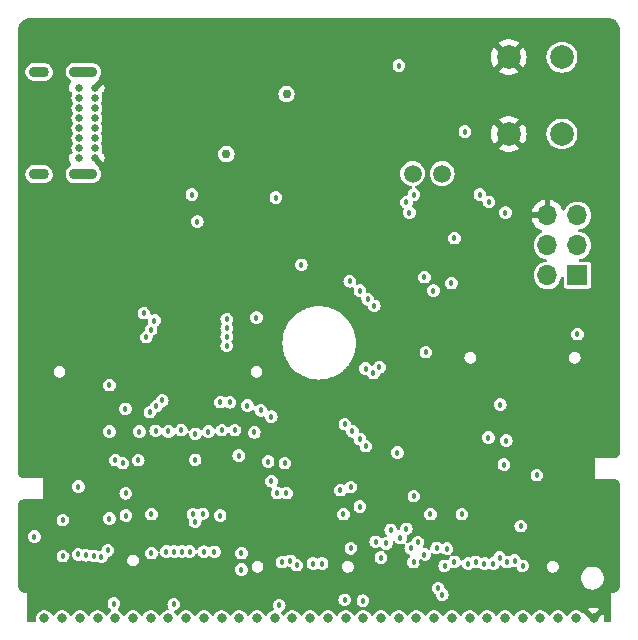
<source format=gbr>
%TF.GenerationSoftware,KiCad,Pcbnew,7.0.7*%
%TF.CreationDate,2023-11-15T05:14:32-06:00*%
%TF.ProjectId,GBA_Cartridge,4742415f-4361-4727-9472-696467652e6b,rev?*%
%TF.SameCoordinates,Original*%
%TF.FileFunction,Copper,L2,Inr*%
%TF.FilePolarity,Positive*%
%FSLAX46Y46*%
G04 Gerber Fmt 4.6, Leading zero omitted, Abs format (unit mm)*
G04 Created by KiCad (PCBNEW 7.0.7) date 2023-11-15 05:14:32*
%MOMM*%
%LPD*%
G01*
G04 APERTURE LIST*
%TA.AperFunction,ComponentPad*%
%ADD10C,0.800000*%
%TD*%
%TA.AperFunction,ComponentPad*%
%ADD11C,0.650000*%
%TD*%
%TA.AperFunction,ComponentPad*%
%ADD12O,2.400000X0.900000*%
%TD*%
%TA.AperFunction,ComponentPad*%
%ADD13O,1.700000X0.900000*%
%TD*%
%TA.AperFunction,ComponentPad*%
%ADD14C,2.000000*%
%TD*%
%TA.AperFunction,ComponentPad*%
%ADD15C,1.500000*%
%TD*%
%TA.AperFunction,ComponentPad*%
%ADD16R,1.700000X1.700000*%
%TD*%
%TA.AperFunction,ComponentPad*%
%ADD17O,1.700000X1.700000*%
%TD*%
%TA.AperFunction,ViaPad*%
%ADD18C,0.457200*%
%TD*%
%TA.AperFunction,ViaPad*%
%ADD19C,0.762000*%
%TD*%
%TA.AperFunction,ViaPad*%
%ADD20C,1.270000*%
%TD*%
G04 APERTURE END LIST*
D10*
%TO.N,+3V3*%
%TO.C,J1*%
X2240000Y-24330000D03*
%TO.N,unconnected-(J1-Pin_2-Pad2)*%
X3740000Y-24330000D03*
%TO.N,/~{Write}*%
X5240000Y-24330000D03*
%TO.N,/~{Read}*%
X6740000Y-24330000D03*
%TO.N,/~{Chip_Sel}*%
X8240000Y-24330000D03*
%TO.N,/muxA;D{slash}{slash}A_B0*%
X9740000Y-24330000D03*
%TO.N,/muxA;D{slash}{slash}A_B1*%
X11240000Y-24330000D03*
%TO.N,/muxA;D{slash}{slash}A_B2*%
X12740000Y-24330000D03*
%TO.N,/muxA;D{slash}{slash}A_B3*%
X14240000Y-24330000D03*
%TO.N,/muxA;D{slash}{slash}A_B4*%
X15740000Y-24330000D03*
%TO.N,/muxA;D{slash}{slash}A_B5*%
X17240000Y-24330000D03*
%TO.N,/muxA;D{slash}{slash}A_B6*%
X18740000Y-24330000D03*
%TO.N,/muxA;D{slash}{slash}A_B7*%
X20240000Y-24330000D03*
%TO.N,/muxA;D{slash}{slash}A_B8*%
X21740000Y-24330000D03*
%TO.N,/muxA;D{slash}{slash}A_B9*%
X23240000Y-24330000D03*
%TO.N,/muxA;D{slash}{slash}A_B10*%
X24740000Y-24330000D03*
%TO.N,/muxA;D{slash}{slash}A_B11*%
X26240000Y-24330000D03*
%TO.N,/muxA;D{slash}{slash}A_B12*%
X27740000Y-24330000D03*
%TO.N,/muxA;D{slash}{slash}A_B13*%
X29240000Y-24330000D03*
%TO.N,/muxA;D{slash}{slash}A_B14*%
X30740000Y-24330000D03*
%TO.N,/muxA;D{slash}{slash}A_B15*%
X32240000Y-24330000D03*
%TO.N,/A{slash}{slash}D_B0*%
X33740000Y-24330000D03*
%TO.N,/A{slash}{slash}D_B1*%
X35240000Y-24330000D03*
%TO.N,/A{slash}{slash}D_B2*%
X36740000Y-24330000D03*
%TO.N,/A{slash}{slash}D_B3*%
X38240000Y-24330000D03*
%TO.N,/A{slash}{slash}D_B4*%
X39740000Y-24330000D03*
%TO.N,/A{slash}{slash}D_B5*%
X41240000Y-24330000D03*
%TO.N,/A{slash}{slash}D_B6*%
X42740000Y-24330000D03*
%TO.N,/A{slash}{slash}D_B7*%
X44240000Y-24330000D03*
%TO.N,/~{Chip_Sel2}*%
X45740000Y-24330000D03*
%TO.N,Net-(J1-Pin_31)*%
X47240000Y-24330000D03*
%TO.N,GND*%
X48740000Y-24330000D03*
%TD*%
D11*
%TO.N,GND*%
%TO.C,U11*%
X6520853Y20584000D03*
%TO.N,/USB-C/V_USB*%
X6520853Y19734000D03*
%TO.N,Net-(U11-CC1)*%
X6520853Y18884000D03*
%TO.N,/USB-C/D_pre+*%
X6520853Y18034000D03*
%TO.N,/USB-C/D_pre-*%
X6520853Y17184000D03*
%TO.N,unconnected-(U11-SBU1-PadA8)*%
X6520853Y16334000D03*
%TO.N,/USB-C/V_USB*%
X6520853Y15484000D03*
%TO.N,GND*%
X6520853Y14634000D03*
X5170853Y14634000D03*
%TO.N,/USB-C/V_USB*%
X5170853Y15484000D03*
%TO.N,Net-(U11-CC2)*%
X5170853Y16334000D03*
%TO.N,/USB-C/D_pre+*%
X5170853Y17184000D03*
%TO.N,/USB-C/D_pre-*%
X5170853Y18034000D03*
%TO.N,unconnected-(U11-SBU2-PadB8)*%
X5170853Y18884000D03*
%TO.N,/USB-C/V_USB*%
X5170853Y19734000D03*
%TO.N,GND*%
X5170853Y20584000D03*
D12*
%TO.N,Net-(U11-SHIELD)*%
X5540853Y21934000D03*
D13*
X1790853Y21934000D03*
D12*
X5540853Y13284000D03*
D13*
X1790853Y13284000D03*
%TD*%
D14*
%TO.N,/Atmega/~{RESET}*%
%TO.C,SW1*%
X46065000Y16689000D03*
X46065000Y23189000D03*
%TO.N,GND*%
X41565000Y16689000D03*
X41565000Y23189000D03*
%TD*%
D15*
%TO.N,Net-(U9-PB7(XTAL2{slash}TOSC2))*%
%TO.C,Y1*%
X33421000Y13335000D03*
%TO.N,Net-(U9-PB6(XTAL1{slash}TOSC1))*%
X35921000Y13335000D03*
%TD*%
D16*
%TO.N,/Atmega/MISO*%
%TO.C,J2*%
X47376000Y4714000D03*
D17*
%TO.N,+5V*%
X44836000Y4714000D03*
%TO.N,/Atmega/SCK*%
X47376000Y7254000D03*
%TO.N,/Atmega/MOSI*%
X44836000Y7254000D03*
%TO.N,/Atmega/~{RESET}*%
X47376000Y9794000D03*
%TO.N,GND*%
X44836000Y9794000D03*
%TD*%
D18*
%TO.N,/Atmega/TXD*%
X37846000Y16891000D03*
X32258000Y22479000D03*
D19*
%TO.N,/USB-C/V_USB*%
X17653000Y14986000D03*
D18*
%TO.N,+3V3*%
X47371000Y-254000D03*
X1397000Y-17399000D03*
X7747000Y-15875000D03*
X27677741Y-22754700D03*
X36957000Y7874000D03*
X7747000Y-8509000D03*
X20193000Y1143000D03*
X10668000Y1524000D03*
X18923000Y-18796000D03*
X11303000Y-18796000D03*
X15748000Y-18677102D03*
X28956000Y-14859000D03*
X7620000Y-18563700D03*
X21187300Y-11049000D03*
X43942000Y-12192000D03*
X25759297Y-19685000D03*
X33506297Y-19558000D03*
X18923000Y-20193000D03*
X15008725Y-10899275D03*
X14732000Y11557000D03*
X11303000Y-15494000D03*
X3810000Y-19050000D03*
X3810000Y-16002000D03*
X21971000Y-13716000D03*
X34544000Y-1778000D03*
X39844301Y-9017000D03*
X20018266Y-8575597D03*
%TO.N,GND*%
X16637000Y-20193000D03*
X9652000Y12428500D03*
X34163000Y-19558000D03*
X46990000Y-15367000D03*
X5588000Y9652000D03*
D19*
X24257000Y16891000D03*
D18*
X13462000Y9144000D03*
X17653000Y4699000D03*
X8706853Y23856619D03*
X26416000Y-19685000D03*
D20*
X7165853Y23959000D03*
D18*
X27051000Y13335000D03*
X9292700Y-20806300D03*
X19431000Y-8255000D03*
X31623000Y-762000D03*
X9463187Y-8443813D03*
X44069000Y-10541000D03*
X41148000Y12065000D03*
X38735000Y7874000D03*
X17399000Y-18034000D03*
X38989000Y-762000D03*
X27559000Y-14732000D03*
X10668000Y2286000D03*
X39243000Y-22733000D03*
%TO.N,/~{Write}*%
X41344301Y-9271000D03*
X30607000Y-3048000D03*
X15178300Y9271000D03*
X21463000Y-12700000D03*
X32131000Y-10287000D03*
X21844000Y11303000D03*
%TO.N,/~{Read}*%
X10189100Y-10922000D03*
X9135667Y-13737223D03*
X22606000Y-11176000D03*
X8128000Y-23075300D03*
X9144000Y-15621000D03*
X35455200Y-18354600D03*
%TO.N,/~{Chip_Sel}*%
X8890000Y-11176000D03*
X23997159Y5609310D03*
%TO.N,/muxA;D{slash}{slash}A_B0*%
X7747000Y-4572000D03*
X10287000Y-8509000D03*
X36959095Y-19525727D03*
X5112817Y-18913632D03*
%TO.N,/muxA;D{slash}{slash}A_B1*%
X5766294Y-18978632D03*
X11678753Y-8437336D03*
X36131500Y-19875500D03*
%TO.N,/muxA;D{slash}{slash}A_B2*%
X6421000Y-19029800D03*
X35919840Y-22330840D03*
X12751135Y-8494939D03*
%TO.N,/muxA;D{slash}{slash}A_B3*%
X13834500Y-8377714D03*
X7072680Y-19110864D03*
X13193750Y-23128250D03*
X35581700Y-21768272D03*
%TO.N,/muxA;D{slash}{slash}A_B4*%
X12573000Y-18669000D03*
X15024453Y-8686094D03*
X27686000Y-7874000D03*
%TO.N,/muxA;D{slash}{slash}A_B5*%
X17678300Y-1247964D03*
X28321000Y-8487300D03*
X16129000Y-8509000D03*
X13229703Y-18669000D03*
%TO.N,/muxA;D{slash}{slash}A_B6*%
X17678300Y-463090D03*
X17275100Y-8382000D03*
X13886406Y-18669000D03*
X28956000Y-9138777D03*
%TO.N,/muxA;D{slash}{slash}A_B7*%
X14543109Y-18669000D03*
X17677520Y242370D03*
X18371100Y-8382000D03*
X29464000Y-9745003D03*
%TO.N,/muxA;D{slash}{slash}A_B8*%
X33866696Y-17863600D03*
X23075590Y-19447726D03*
X9100000Y-6581700D03*
%TO.N,/muxA;D{slash}{slash}A_B9*%
X22125300Y-23213700D03*
X23622000Y-19812000D03*
X11176000Y-6858000D03*
X33268338Y-18393300D03*
%TO.N,/muxA;D{slash}{slash}A_B10*%
X42735854Y-19875146D03*
X11705700Y-6350000D03*
%TO.N,/muxA;D{slash}{slash}A_B11*%
X24978000Y-19685000D03*
X36322000Y-18415000D03*
X12213225Y-5874159D03*
%TO.N,/muxA;D{slash}{slash}A_B12*%
X29210000Y-22838300D03*
X10871900Y-508000D03*
X37592000Y-15494000D03*
%TO.N,/muxA;D{slash}{slash}A_B13*%
X11275100Y127000D03*
X32385000Y-17526000D03*
X30734000Y-19177000D03*
%TO.N,/muxA;D{slash}{slash}A_B14*%
X30295945Y-17837055D03*
X11557000Y889000D03*
X31572390Y-16840390D03*
%TO.N,/muxA;D{slash}{slash}A_B15*%
X31184945Y-17976945D03*
X17678781Y1016000D03*
X18708000Y-10541000D03*
X32881895Y-16742300D03*
%TO.N,/A{slash}{slash}D_B0*%
X42577283Y-16510000D03*
X34417000Y-18923000D03*
X40844299Y-6223000D03*
%TO.N,/A{slash}{slash}D_B1*%
X39116000Y11557000D03*
X38121700Y-19685000D03*
X33528000Y11557000D03*
X21452538Y-7245149D03*
%TO.N,/A{slash}{slash}D_B2*%
X20574000Y-6709300D03*
X38764760Y-19551837D03*
X39878000Y10939102D03*
X32893000Y10922000D03*
%TO.N,/A{slash}{slash}D_B3*%
X39497000Y-19685000D03*
X19431000Y-6306100D03*
%TO.N,/A{slash}{slash}D_B4*%
X17957105Y-6019105D03*
X40259000Y-19685000D03*
%TO.N,/A{slash}{slash}D_B5*%
X41275000Y10033000D03*
X17145000Y-6019105D03*
X40788700Y-19177000D03*
X33147000Y10033000D03*
%TO.N,/A{slash}{slash}D_B6*%
X41403700Y-19558000D03*
X29442300Y-3175000D03*
%TO.N,/A{slash}{slash}D_B7*%
X42047583Y-19428878D03*
X30099000Y-3556000D03*
%TO.N,Net-(U2-CE2)*%
X41148000Y-11303000D03*
%TO.N,/Counters/A_Latch_B0*%
X8255000Y-10922000D03*
X5121000Y-13167000D03*
%TO.N,Net-(U5-~{LOAD})*%
X27559000Y-15494000D03*
X34925000Y-15494000D03*
X17123300Y-15621000D03*
X14986000Y-16129000D03*
%TO.N,Net-(U5-CLK)*%
X28194000Y-13208000D03*
X22352000Y-19558000D03*
X16637000Y-18677102D03*
X28194000Y-18392300D03*
%TO.N,Net-(U7-ENT)*%
X27305000Y-13462000D03*
%TO.N,Net-(U7-RCO)*%
X22733000Y-13716000D03*
%TO.N,Net-(U8-ENT)*%
X33528000Y-13970000D03*
%TO.N,Net-(U5-RCO)*%
X15645275Y-15480394D03*
%TO.N,Net-(U6-RCO)*%
X14819306Y-15494029D03*
D19*
%TO.N,/USB-C/V_USB*%
X22742000Y20066000D03*
D18*
%TO.N,/Atmega/MISO*%
X35179000Y3429000D03*
X29615660Y2691660D03*
%TO.N,/Atmega/SCK*%
X30175645Y2131675D03*
X36703000Y4064000D03*
%TO.N,/Atmega/MOSI*%
X34417000Y4572000D03*
X28956000Y3429000D03*
%TO.N,/Atmega/CS_IOexp*%
X28091660Y4215660D03*
%TD*%
%TA.AperFunction,Conductor*%
%TO.N,GND*%
G36*
X50002696Y26499264D02*
G01*
X50004789Y26499080D01*
X50045445Y26495523D01*
X50171760Y26483082D01*
X50191699Y26479454D01*
X50258330Y26461601D01*
X50351563Y26433318D01*
X50367971Y26427040D01*
X50435367Y26395614D01*
X50438393Y26394101D01*
X50522327Y26349236D01*
X50528667Y26345341D01*
X50594828Y26299015D01*
X50598600Y26296154D01*
X50670808Y26236895D01*
X50675320Y26232806D01*
X50732806Y26175320D01*
X50736895Y26170808D01*
X50796154Y26098600D01*
X50799015Y26094828D01*
X50845341Y26028667D01*
X50849236Y26022327D01*
X50894101Y25938393D01*
X50895614Y25935367D01*
X50927040Y25867971D01*
X50933318Y25851563D01*
X50961601Y25758330D01*
X50979454Y25691699D01*
X50983082Y25671760D01*
X50995523Y25545445D01*
X50999264Y25502697D01*
X50999500Y25497289D01*
X50999500Y-10246514D01*
X50999110Y-10253462D01*
X50996530Y-10276351D01*
X50986066Y-10355829D01*
X50980169Y-10380597D01*
X50968223Y-10414735D01*
X50966983Y-10417984D01*
X50944536Y-10472180D01*
X50934967Y-10490702D01*
X50913097Y-10525508D01*
X50909786Y-10530267D01*
X50873005Y-10578200D01*
X50867653Y-10584304D01*
X50834304Y-10617653D01*
X50828200Y-10623005D01*
X50780267Y-10659786D01*
X50775508Y-10663097D01*
X50740702Y-10684967D01*
X50722180Y-10694536D01*
X50667984Y-10716983D01*
X50664735Y-10718223D01*
X50630597Y-10730169D01*
X50605829Y-10736066D01*
X50526351Y-10746530D01*
X50505688Y-10748859D01*
X50503460Y-10749110D01*
X50496514Y-10749500D01*
X48924760Y-10749500D01*
X48924554Y-10749459D01*
X48900000Y-10749459D01*
X48899901Y-10749500D01*
X48899617Y-10749616D01*
X48899615Y-10749618D01*
X48899459Y-10749999D01*
X48899476Y-10774616D01*
X48899471Y-10774616D01*
X48899500Y-10774759D01*
X48899500Y-12525467D01*
X48899416Y-12525889D01*
X48899459Y-12550001D01*
X48899500Y-12550099D01*
X48899616Y-12550382D01*
X48899618Y-12550384D01*
X48899808Y-12550462D01*
X48900000Y-12550541D01*
X48900002Y-12550539D01*
X48924616Y-12550524D01*
X48924616Y-12550528D01*
X48924760Y-12550500D01*
X50496518Y-12550500D01*
X50503455Y-12550889D01*
X50516485Y-12552357D01*
X50526354Y-12553470D01*
X50568982Y-12559081D01*
X50605831Y-12563932D01*
X50630599Y-12569830D01*
X50664736Y-12581775D01*
X50667976Y-12583011D01*
X50722195Y-12605469D01*
X50740695Y-12615027D01*
X50775520Y-12636909D01*
X50780267Y-12640212D01*
X50828200Y-12676993D01*
X50834295Y-12682337D01*
X50867660Y-12715702D01*
X50873005Y-12721798D01*
X50909786Y-12769731D01*
X50913097Y-12774490D01*
X50934967Y-12809296D01*
X50944536Y-12827818D01*
X50966983Y-12882014D01*
X50968223Y-12885263D01*
X50980169Y-12919401D01*
X50986066Y-12944169D01*
X50996530Y-13023647D01*
X50999110Y-13046538D01*
X50999500Y-13053486D01*
X50999500Y-21446950D01*
X50999201Y-21453032D01*
X50996028Y-21485251D01*
X50983863Y-21593207D01*
X50979305Y-21615315D01*
X50963406Y-21667732D01*
X50936297Y-21745201D01*
X50928614Y-21762699D01*
X50900588Y-21815132D01*
X50898405Y-21818892D01*
X50855515Y-21887151D01*
X50850941Y-21893503D01*
X50809196Y-21944371D01*
X50805107Y-21948883D01*
X50748883Y-22005107D01*
X50744371Y-22009196D01*
X50693503Y-22050941D01*
X50687151Y-22055515D01*
X50618892Y-22098405D01*
X50615132Y-22100588D01*
X50562699Y-22128614D01*
X50545201Y-22136297D01*
X50467732Y-22163406D01*
X50415317Y-22179304D01*
X50393208Y-22183863D01*
X50285257Y-22196027D01*
X50253427Y-22199161D01*
X50249651Y-22199348D01*
X50249500Y-22199499D01*
X50249500Y-24514000D01*
X50229815Y-24581039D01*
X50177011Y-24626794D01*
X50125500Y-24638000D01*
X49750301Y-24638000D01*
X49683262Y-24618315D01*
X49637507Y-24565511D01*
X49626980Y-24501039D01*
X49644956Y-24330000D01*
X49625180Y-24141845D01*
X49566721Y-23961927D01*
X49566718Y-23961920D01*
X49528253Y-23895297D01*
X49203119Y-24220432D01*
X49141796Y-24253917D01*
X49072104Y-24248933D01*
X49016171Y-24207061D01*
X49004440Y-24188028D01*
X48983552Y-24146078D01*
X48937896Y-24104456D01*
X48900666Y-24070515D01*
X48900663Y-24070514D01*
X48894507Y-24068129D01*
X48839106Y-24025555D01*
X48815518Y-23959788D01*
X48831231Y-23891708D01*
X48851623Y-23864823D01*
X49177037Y-23539409D01*
X49019644Y-23469334D01*
X48834594Y-23430000D01*
X48645406Y-23430000D01*
X48460355Y-23469334D01*
X48302961Y-23539409D01*
X48629736Y-23866183D01*
X48663221Y-23927506D01*
X48658237Y-23997197D01*
X48616366Y-24053131D01*
X48607334Y-24059290D01*
X48534390Y-24104456D01*
X48459874Y-24203132D01*
X48456476Y-24200566D01*
X48424097Y-24235435D01*
X48356420Y-24252803D01*
X48290098Y-24230824D01*
X48273004Y-24216557D01*
X47951745Y-23895298D01*
X47891118Y-23903280D01*
X47891089Y-23903062D01*
X47860100Y-23909033D01*
X47795238Y-23883059D01*
X47777325Y-23863991D01*
X47776775Y-23864479D01*
X47771801Y-23858864D01*
X47755293Y-23844239D01*
X47643599Y-23745286D01*
X47491940Y-23665690D01*
X47491939Y-23665689D01*
X47491938Y-23665689D01*
X47325640Y-23624700D01*
X47325639Y-23624700D01*
X47154361Y-23624700D01*
X47154360Y-23624700D01*
X46988061Y-23665689D01*
X46836402Y-23745285D01*
X46708198Y-23858864D01*
X46708196Y-23858867D01*
X46610902Y-23999820D01*
X46610900Y-23999823D01*
X46610901Y-23999823D01*
X46605944Y-24012895D01*
X46605942Y-24012900D01*
X46563763Y-24068603D01*
X46498165Y-24092659D01*
X46429975Y-24077432D01*
X46380842Y-24027755D01*
X46374058Y-24012900D01*
X46369099Y-23999823D01*
X46271802Y-23858865D01*
X46143599Y-23745286D01*
X45991940Y-23665690D01*
X45991939Y-23665689D01*
X45991938Y-23665689D01*
X45825640Y-23624700D01*
X45825639Y-23624700D01*
X45654361Y-23624700D01*
X45654360Y-23624700D01*
X45488061Y-23665689D01*
X45336402Y-23745285D01*
X45208198Y-23858864D01*
X45208196Y-23858867D01*
X45110902Y-23999820D01*
X45110900Y-23999823D01*
X45110901Y-23999823D01*
X45105944Y-24012895D01*
X45105942Y-24012900D01*
X45063763Y-24068603D01*
X44998165Y-24092659D01*
X44929975Y-24077432D01*
X44880842Y-24027755D01*
X44874058Y-24012900D01*
X44869099Y-23999823D01*
X44771802Y-23858865D01*
X44643599Y-23745286D01*
X44491940Y-23665690D01*
X44491939Y-23665689D01*
X44491938Y-23665689D01*
X44325640Y-23624700D01*
X44325639Y-23624700D01*
X44154361Y-23624700D01*
X44154360Y-23624700D01*
X43988061Y-23665689D01*
X43836402Y-23745285D01*
X43708198Y-23858864D01*
X43708196Y-23858867D01*
X43610902Y-23999820D01*
X43610900Y-23999823D01*
X43610901Y-23999823D01*
X43605944Y-24012895D01*
X43605942Y-24012900D01*
X43563763Y-24068603D01*
X43498165Y-24092659D01*
X43429975Y-24077432D01*
X43380842Y-24027755D01*
X43374058Y-24012900D01*
X43369099Y-23999823D01*
X43271802Y-23858865D01*
X43143599Y-23745286D01*
X42991940Y-23665690D01*
X42991939Y-23665689D01*
X42991938Y-23665689D01*
X42825640Y-23624700D01*
X42825639Y-23624700D01*
X42654361Y-23624700D01*
X42654360Y-23624700D01*
X42488061Y-23665689D01*
X42336402Y-23745285D01*
X42208198Y-23858864D01*
X42208196Y-23858867D01*
X42110902Y-23999820D01*
X42110900Y-23999823D01*
X42110901Y-23999823D01*
X42105944Y-24012895D01*
X42105942Y-24012900D01*
X42063763Y-24068603D01*
X41998165Y-24092659D01*
X41929975Y-24077432D01*
X41880842Y-24027755D01*
X41874058Y-24012900D01*
X41869099Y-23999823D01*
X41771802Y-23858865D01*
X41643599Y-23745286D01*
X41491940Y-23665690D01*
X41491939Y-23665689D01*
X41491938Y-23665689D01*
X41325640Y-23624700D01*
X41325639Y-23624700D01*
X41154361Y-23624700D01*
X41154360Y-23624700D01*
X40988061Y-23665689D01*
X40836402Y-23745285D01*
X40708198Y-23858864D01*
X40708196Y-23858867D01*
X40610902Y-23999820D01*
X40610900Y-23999823D01*
X40610901Y-23999823D01*
X40605944Y-24012895D01*
X40605942Y-24012900D01*
X40563763Y-24068603D01*
X40498165Y-24092659D01*
X40429975Y-24077432D01*
X40380842Y-24027755D01*
X40374058Y-24012900D01*
X40369099Y-23999823D01*
X40271802Y-23858865D01*
X40143599Y-23745286D01*
X39991940Y-23665690D01*
X39991939Y-23665689D01*
X39991938Y-23665689D01*
X39825640Y-23624700D01*
X39825639Y-23624700D01*
X39654361Y-23624700D01*
X39654360Y-23624700D01*
X39488061Y-23665689D01*
X39336402Y-23745285D01*
X39208198Y-23858864D01*
X39208196Y-23858867D01*
X39110902Y-23999820D01*
X39110900Y-23999823D01*
X39110901Y-23999823D01*
X39105944Y-24012895D01*
X39105942Y-24012900D01*
X39063763Y-24068603D01*
X38998165Y-24092659D01*
X38929975Y-24077432D01*
X38880842Y-24027755D01*
X38874058Y-24012900D01*
X38869099Y-23999823D01*
X38771802Y-23858865D01*
X38643599Y-23745286D01*
X38491940Y-23665690D01*
X38491939Y-23665689D01*
X38491938Y-23665689D01*
X38325640Y-23624700D01*
X38325639Y-23624700D01*
X38154361Y-23624700D01*
X38154360Y-23624700D01*
X37988061Y-23665689D01*
X37836402Y-23745285D01*
X37708198Y-23858864D01*
X37708196Y-23858867D01*
X37610902Y-23999820D01*
X37610900Y-23999823D01*
X37610901Y-23999823D01*
X37605944Y-24012895D01*
X37605942Y-24012900D01*
X37563763Y-24068603D01*
X37498165Y-24092659D01*
X37429975Y-24077432D01*
X37380842Y-24027755D01*
X37374058Y-24012900D01*
X37369099Y-23999823D01*
X37271802Y-23858865D01*
X37143599Y-23745286D01*
X36991940Y-23665690D01*
X36991939Y-23665689D01*
X36991938Y-23665689D01*
X36825640Y-23624700D01*
X36825639Y-23624700D01*
X36654361Y-23624700D01*
X36654360Y-23624700D01*
X36488061Y-23665689D01*
X36336402Y-23745285D01*
X36208198Y-23858864D01*
X36208196Y-23858867D01*
X36110902Y-23999820D01*
X36110900Y-23999823D01*
X36110901Y-23999823D01*
X36105944Y-24012895D01*
X36105942Y-24012900D01*
X36063763Y-24068603D01*
X35998165Y-24092659D01*
X35929975Y-24077432D01*
X35880842Y-24027755D01*
X35874058Y-24012900D01*
X35869099Y-23999823D01*
X35771802Y-23858865D01*
X35643599Y-23745286D01*
X35491940Y-23665690D01*
X35491939Y-23665689D01*
X35491938Y-23665689D01*
X35325640Y-23624700D01*
X35325639Y-23624700D01*
X35154361Y-23624700D01*
X35154360Y-23624700D01*
X34988061Y-23665689D01*
X34836402Y-23745285D01*
X34708198Y-23858864D01*
X34708196Y-23858867D01*
X34610902Y-23999820D01*
X34610900Y-23999823D01*
X34610901Y-23999823D01*
X34605944Y-24012895D01*
X34605942Y-24012900D01*
X34563763Y-24068603D01*
X34498165Y-24092659D01*
X34429975Y-24077432D01*
X34380842Y-24027755D01*
X34374058Y-24012900D01*
X34369099Y-23999823D01*
X34271802Y-23858865D01*
X34143599Y-23745286D01*
X33991940Y-23665690D01*
X33991939Y-23665689D01*
X33991938Y-23665689D01*
X33825640Y-23624700D01*
X33825639Y-23624700D01*
X33654361Y-23624700D01*
X33654360Y-23624700D01*
X33488061Y-23665689D01*
X33336402Y-23745285D01*
X33208198Y-23858864D01*
X33208196Y-23858867D01*
X33110902Y-23999820D01*
X33110900Y-23999823D01*
X33110901Y-23999823D01*
X33105944Y-24012895D01*
X33105942Y-24012900D01*
X33063763Y-24068603D01*
X32998165Y-24092659D01*
X32929975Y-24077432D01*
X32880842Y-24027755D01*
X32874058Y-24012900D01*
X32869099Y-23999823D01*
X32771802Y-23858865D01*
X32643599Y-23745286D01*
X32491940Y-23665690D01*
X32491939Y-23665689D01*
X32491938Y-23665689D01*
X32325640Y-23624700D01*
X32325639Y-23624700D01*
X32154361Y-23624700D01*
X32154360Y-23624700D01*
X31988061Y-23665689D01*
X31836402Y-23745285D01*
X31708198Y-23858864D01*
X31708196Y-23858867D01*
X31610902Y-23999820D01*
X31610900Y-23999823D01*
X31610901Y-23999823D01*
X31605944Y-24012895D01*
X31605942Y-24012900D01*
X31563763Y-24068603D01*
X31498165Y-24092659D01*
X31429975Y-24077432D01*
X31380842Y-24027755D01*
X31374058Y-24012900D01*
X31369099Y-23999823D01*
X31271802Y-23858865D01*
X31143599Y-23745286D01*
X30991940Y-23665690D01*
X30991939Y-23665689D01*
X30991938Y-23665689D01*
X30825640Y-23624700D01*
X30825639Y-23624700D01*
X30654361Y-23624700D01*
X30654360Y-23624700D01*
X30488061Y-23665689D01*
X30336402Y-23745285D01*
X30208198Y-23858864D01*
X30208196Y-23858867D01*
X30110902Y-23999820D01*
X30110900Y-23999823D01*
X30110901Y-23999823D01*
X30105944Y-24012895D01*
X30105942Y-24012900D01*
X30063763Y-24068603D01*
X29998165Y-24092659D01*
X29929975Y-24077432D01*
X29880842Y-24027755D01*
X29874058Y-24012900D01*
X29869099Y-23999823D01*
X29771802Y-23858865D01*
X29643599Y-23745286D01*
X29491940Y-23665690D01*
X29491939Y-23665689D01*
X29491938Y-23665689D01*
X29325640Y-23624700D01*
X29325639Y-23624700D01*
X29218940Y-23624700D01*
X29215205Y-23623603D01*
X29201060Y-23624700D01*
X29154360Y-23624700D01*
X28988061Y-23665689D01*
X28836402Y-23745285D01*
X28708198Y-23858864D01*
X28708196Y-23858867D01*
X28610902Y-23999820D01*
X28610900Y-23999823D01*
X28610901Y-23999823D01*
X28605944Y-24012895D01*
X28605942Y-24012900D01*
X28563763Y-24068603D01*
X28498165Y-24092659D01*
X28429975Y-24077432D01*
X28380842Y-24027755D01*
X28374058Y-24012900D01*
X28369099Y-23999823D01*
X28271802Y-23858865D01*
X28143599Y-23745286D01*
X27991940Y-23665690D01*
X27991939Y-23665689D01*
X27991938Y-23665689D01*
X27825640Y-23624700D01*
X27825639Y-23624700D01*
X27654361Y-23624700D01*
X27654360Y-23624700D01*
X27488061Y-23665689D01*
X27336402Y-23745285D01*
X27208198Y-23858864D01*
X27208196Y-23858867D01*
X27110902Y-23999820D01*
X27110900Y-23999823D01*
X27110901Y-23999823D01*
X27105944Y-24012895D01*
X27105942Y-24012900D01*
X27063763Y-24068603D01*
X26998165Y-24092659D01*
X26929975Y-24077432D01*
X26880842Y-24027755D01*
X26874058Y-24012900D01*
X26869099Y-23999823D01*
X26771802Y-23858865D01*
X26643599Y-23745286D01*
X26491940Y-23665690D01*
X26491939Y-23665689D01*
X26491938Y-23665689D01*
X26325640Y-23624700D01*
X26325639Y-23624700D01*
X26154361Y-23624700D01*
X26154360Y-23624700D01*
X25988061Y-23665689D01*
X25836402Y-23745285D01*
X25708198Y-23858864D01*
X25708196Y-23858867D01*
X25610902Y-23999820D01*
X25610900Y-23999823D01*
X25610901Y-23999823D01*
X25605944Y-24012895D01*
X25605942Y-24012900D01*
X25563763Y-24068603D01*
X25498165Y-24092659D01*
X25429975Y-24077432D01*
X25380842Y-24027755D01*
X25374058Y-24012900D01*
X25369099Y-23999823D01*
X25271802Y-23858865D01*
X25143599Y-23745286D01*
X24991940Y-23665690D01*
X24991939Y-23665689D01*
X24991938Y-23665689D01*
X24825640Y-23624700D01*
X24825639Y-23624700D01*
X24654361Y-23624700D01*
X24654360Y-23624700D01*
X24488061Y-23665689D01*
X24336402Y-23745285D01*
X24208198Y-23858864D01*
X24208196Y-23858867D01*
X24110902Y-23999820D01*
X24110900Y-23999823D01*
X24110901Y-23999823D01*
X24105944Y-24012895D01*
X24105942Y-24012900D01*
X24063763Y-24068603D01*
X23998165Y-24092659D01*
X23929975Y-24077432D01*
X23880842Y-24027755D01*
X23874058Y-24012900D01*
X23869099Y-23999823D01*
X23771802Y-23858865D01*
X23643599Y-23745286D01*
X23491940Y-23665690D01*
X23491939Y-23665689D01*
X23491938Y-23665689D01*
X23325640Y-23624700D01*
X23325639Y-23624700D01*
X23154361Y-23624700D01*
X23154360Y-23624700D01*
X22988061Y-23665689D01*
X22836402Y-23745285D01*
X22708198Y-23858864D01*
X22708196Y-23858867D01*
X22610902Y-23999820D01*
X22610900Y-23999823D01*
X22610901Y-23999823D01*
X22605944Y-24012895D01*
X22605942Y-24012900D01*
X22563763Y-24068603D01*
X22498165Y-24092659D01*
X22429975Y-24077432D01*
X22380842Y-24027755D01*
X22374058Y-24012900D01*
X22369099Y-23999823D01*
X22302460Y-23903280D01*
X22290282Y-23885637D01*
X22268399Y-23819283D01*
X22285864Y-23751631D01*
X22337132Y-23704161D01*
X22344853Y-23700647D01*
X22394554Y-23680061D01*
X22506082Y-23594482D01*
X22591661Y-23482954D01*
X22645458Y-23353076D01*
X22662838Y-23221060D01*
X22663807Y-23213701D01*
X22663807Y-23213698D01*
X22649833Y-23107554D01*
X22645458Y-23074324D01*
X22591661Y-22944447D01*
X22506082Y-22832918D01*
X22506080Y-22832917D01*
X22506080Y-22832916D01*
X22404148Y-22754701D01*
X27139234Y-22754701D01*
X27157582Y-22894074D01*
X27157584Y-22894079D01*
X27211378Y-23023952D01*
X27211380Y-23023955D01*
X27296958Y-23135481D01*
X27296959Y-23135482D01*
X27408485Y-23221060D01*
X27408488Y-23221062D01*
X27490385Y-23254984D01*
X27538365Y-23274858D01*
X27608053Y-23284032D01*
X27677740Y-23293207D01*
X27677741Y-23293207D01*
X27677742Y-23293207D01*
X27724199Y-23287090D01*
X27817117Y-23274858D01*
X27946995Y-23221061D01*
X28058523Y-23135482D01*
X28144102Y-23023954D01*
X28197899Y-22894076D01*
X28205242Y-22838301D01*
X28671493Y-22838301D01*
X28689841Y-22977674D01*
X28689843Y-22977679D01*
X28743637Y-23107552D01*
X28743639Y-23107555D01*
X28829217Y-23219081D01*
X28829218Y-23219082D01*
X28940744Y-23304660D01*
X28940747Y-23304662D01*
X29022644Y-23338584D01*
X29070624Y-23358458D01*
X29210000Y-23376807D01*
X29349376Y-23358458D01*
X29479254Y-23304661D01*
X29590782Y-23219082D01*
X29676361Y-23107554D01*
X29730158Y-22977676D01*
X29748507Y-22838300D01*
X29747798Y-22832918D01*
X29731830Y-22711622D01*
X29730158Y-22698924D01*
X29692884Y-22608936D01*
X29676363Y-22569051D01*
X29676362Y-22569050D01*
X29676361Y-22569047D01*
X29590782Y-22457518D01*
X29590780Y-22457517D01*
X29590780Y-22457516D01*
X29479254Y-22371939D01*
X29479252Y-22371937D01*
X29349379Y-22318143D01*
X29349374Y-22318141D01*
X29210001Y-22299793D01*
X29209999Y-22299793D01*
X29070625Y-22318141D01*
X29070620Y-22318143D01*
X28940751Y-22371936D01*
X28940750Y-22371937D01*
X28940747Y-22371938D01*
X28940747Y-22371939D01*
X28829218Y-22457518D01*
X28754310Y-22555141D01*
X28743637Y-22569050D01*
X28743636Y-22569051D01*
X28689843Y-22698920D01*
X28689841Y-22698925D01*
X28671493Y-22838298D01*
X28671493Y-22838301D01*
X28205242Y-22838301D01*
X28216248Y-22754700D01*
X28208196Y-22693542D01*
X28197899Y-22615325D01*
X28197897Y-22615320D01*
X28191590Y-22600094D01*
X28144102Y-22485447D01*
X28058523Y-22373918D01*
X28058521Y-22373917D01*
X28058521Y-22373916D01*
X27946995Y-22288339D01*
X27946993Y-22288337D01*
X27817120Y-22234543D01*
X27817115Y-22234541D01*
X27677742Y-22216193D01*
X27677740Y-22216193D01*
X27538366Y-22234541D01*
X27538361Y-22234543D01*
X27408492Y-22288336D01*
X27408491Y-22288337D01*
X27408488Y-22288338D01*
X27408488Y-22288339D01*
X27353098Y-22330841D01*
X27296959Y-22373918D01*
X27211378Y-22485450D01*
X27211377Y-22485451D01*
X27157584Y-22615320D01*
X27157582Y-22615325D01*
X27139234Y-22754698D01*
X27139234Y-22754701D01*
X22404148Y-22754701D01*
X22394554Y-22747339D01*
X22394552Y-22747337D01*
X22264679Y-22693543D01*
X22264674Y-22693541D01*
X22125301Y-22675193D01*
X22125299Y-22675193D01*
X21985925Y-22693541D01*
X21985920Y-22693543D01*
X21856051Y-22747336D01*
X21856050Y-22747337D01*
X21856047Y-22747338D01*
X21856047Y-22747339D01*
X21744518Y-22832918D01*
X21697592Y-22894074D01*
X21658937Y-22944450D01*
X21658936Y-22944451D01*
X21605143Y-23074320D01*
X21605141Y-23074325D01*
X21586793Y-23213698D01*
X21586793Y-23213701D01*
X21605141Y-23353074D01*
X21605143Y-23353079D01*
X21656567Y-23477229D01*
X21664036Y-23546698D01*
X21632760Y-23609177D01*
X21572671Y-23644829D01*
X21571683Y-23645077D01*
X21488064Y-23665688D01*
X21488063Y-23665688D01*
X21336402Y-23745285D01*
X21208198Y-23858864D01*
X21208196Y-23858867D01*
X21110902Y-23999820D01*
X21110900Y-23999823D01*
X21110901Y-23999823D01*
X21105944Y-24012895D01*
X21105942Y-24012900D01*
X21063763Y-24068603D01*
X20998165Y-24092659D01*
X20929975Y-24077432D01*
X20880842Y-24027755D01*
X20874058Y-24012900D01*
X20869099Y-23999823D01*
X20771802Y-23858865D01*
X20643599Y-23745286D01*
X20491940Y-23665690D01*
X20491939Y-23665689D01*
X20491938Y-23665689D01*
X20325640Y-23624700D01*
X20325639Y-23624700D01*
X20154361Y-23624700D01*
X20154360Y-23624700D01*
X19988061Y-23665689D01*
X19836402Y-23745285D01*
X19708198Y-23858864D01*
X19708196Y-23858867D01*
X19610902Y-23999820D01*
X19610900Y-23999823D01*
X19610901Y-23999823D01*
X19605944Y-24012895D01*
X19605942Y-24012900D01*
X19563763Y-24068603D01*
X19498165Y-24092659D01*
X19429975Y-24077432D01*
X19380842Y-24027755D01*
X19374058Y-24012900D01*
X19369099Y-23999823D01*
X19271802Y-23858865D01*
X19143599Y-23745286D01*
X18991940Y-23665690D01*
X18991939Y-23665689D01*
X18991938Y-23665689D01*
X18825640Y-23624700D01*
X18825639Y-23624700D01*
X18654361Y-23624700D01*
X18654360Y-23624700D01*
X18488061Y-23665689D01*
X18336402Y-23745285D01*
X18208198Y-23858864D01*
X18208196Y-23858867D01*
X18110902Y-23999820D01*
X18110900Y-23999823D01*
X18110901Y-23999823D01*
X18105944Y-24012895D01*
X18105942Y-24012900D01*
X18063763Y-24068603D01*
X17998165Y-24092659D01*
X17929975Y-24077432D01*
X17880842Y-24027755D01*
X17874058Y-24012900D01*
X17869099Y-23999823D01*
X17771802Y-23858865D01*
X17643599Y-23745286D01*
X17491940Y-23665690D01*
X17491939Y-23665689D01*
X17491938Y-23665689D01*
X17325640Y-23624700D01*
X17325639Y-23624700D01*
X17154361Y-23624700D01*
X17154360Y-23624700D01*
X16988061Y-23665689D01*
X16836402Y-23745285D01*
X16708198Y-23858864D01*
X16708196Y-23858867D01*
X16610902Y-23999820D01*
X16610900Y-23999823D01*
X16610901Y-23999823D01*
X16605944Y-24012895D01*
X16605942Y-24012900D01*
X16563763Y-24068603D01*
X16498165Y-24092659D01*
X16429975Y-24077432D01*
X16380842Y-24027755D01*
X16374058Y-24012900D01*
X16369099Y-23999823D01*
X16271802Y-23858865D01*
X16143599Y-23745286D01*
X15991940Y-23665690D01*
X15991939Y-23665689D01*
X15991938Y-23665689D01*
X15825640Y-23624700D01*
X15825639Y-23624700D01*
X15654361Y-23624700D01*
X15654360Y-23624700D01*
X15488061Y-23665689D01*
X15336402Y-23745285D01*
X15208198Y-23858864D01*
X15208196Y-23858867D01*
X15110902Y-23999820D01*
X15110900Y-23999823D01*
X15110901Y-23999823D01*
X15105944Y-24012895D01*
X15105942Y-24012900D01*
X15063763Y-24068603D01*
X14998165Y-24092659D01*
X14929975Y-24077432D01*
X14880842Y-24027755D01*
X14874058Y-24012900D01*
X14869099Y-23999823D01*
X14771802Y-23858865D01*
X14643599Y-23745286D01*
X14491940Y-23665690D01*
X14491939Y-23665689D01*
X14491938Y-23665689D01*
X14325640Y-23624700D01*
X14325639Y-23624700D01*
X14154361Y-23624700D01*
X14154360Y-23624700D01*
X13988061Y-23665689D01*
X13836402Y-23745285D01*
X13708198Y-23858864D01*
X13708196Y-23858867D01*
X13610902Y-23999820D01*
X13610900Y-23999823D01*
X13610901Y-23999823D01*
X13605944Y-24012895D01*
X13605942Y-24012900D01*
X13563763Y-24068603D01*
X13498165Y-24092659D01*
X13429975Y-24077432D01*
X13380842Y-24027755D01*
X13374058Y-24012900D01*
X13369099Y-23999823D01*
X13271802Y-23858865D01*
X13271798Y-23858861D01*
X13266828Y-23853251D01*
X13269029Y-23851300D01*
X13239118Y-23803601D01*
X13239894Y-23733736D01*
X13278319Y-23675380D01*
X13326386Y-23650213D01*
X13333115Y-23648409D01*
X13333126Y-23648408D01*
X13430534Y-23608060D01*
X13463002Y-23594612D01*
X13463005Y-23594610D01*
X13509638Y-23558827D01*
X13574532Y-23509032D01*
X13660111Y-23397504D01*
X13713908Y-23267626D01*
X13732257Y-23128250D01*
X13729532Y-23107555D01*
X13713908Y-22988875D01*
X13713906Y-22988870D01*
X13709269Y-22977676D01*
X13687009Y-22923935D01*
X13660113Y-22859001D01*
X13660112Y-22859000D01*
X13660111Y-22858997D01*
X13574532Y-22747468D01*
X13574530Y-22747467D01*
X13574530Y-22747466D01*
X13463004Y-22661889D01*
X13463002Y-22661887D01*
X13333129Y-22608093D01*
X13333124Y-22608091D01*
X13193751Y-22589743D01*
X13193749Y-22589743D01*
X13054375Y-22608091D01*
X13054370Y-22608093D01*
X12924501Y-22661886D01*
X12924500Y-22661887D01*
X12924497Y-22661888D01*
X12924497Y-22661889D01*
X12812968Y-22747468D01*
X12733529Y-22850996D01*
X12727387Y-22859000D01*
X12727386Y-22859001D01*
X12673593Y-22988870D01*
X12673591Y-22988875D01*
X12655243Y-23128248D01*
X12655243Y-23128251D01*
X12673591Y-23267624D01*
X12673593Y-23267629D01*
X12727387Y-23397502D01*
X12727389Y-23397505D01*
X12748651Y-23425213D01*
X12773846Y-23490382D01*
X12759808Y-23558827D01*
X12710995Y-23608817D01*
X12661556Y-23621749D01*
X12661805Y-23623796D01*
X12654361Y-23624699D01*
X12488061Y-23665689D01*
X12336402Y-23745285D01*
X12208198Y-23858864D01*
X12208196Y-23858867D01*
X12110902Y-23999820D01*
X12110900Y-23999823D01*
X12110901Y-23999823D01*
X12105944Y-24012895D01*
X12105942Y-24012900D01*
X12063763Y-24068603D01*
X11998165Y-24092659D01*
X11929975Y-24077432D01*
X11880842Y-24027755D01*
X11874058Y-24012900D01*
X11869099Y-23999823D01*
X11771802Y-23858865D01*
X11643599Y-23745286D01*
X11491940Y-23665690D01*
X11491939Y-23665689D01*
X11491938Y-23665689D01*
X11325640Y-23624700D01*
X11325639Y-23624700D01*
X11154361Y-23624700D01*
X11154360Y-23624700D01*
X10988061Y-23665689D01*
X10836402Y-23745285D01*
X10708198Y-23858864D01*
X10708196Y-23858867D01*
X10610902Y-23999820D01*
X10610900Y-23999823D01*
X10610901Y-23999823D01*
X10605944Y-24012895D01*
X10605942Y-24012900D01*
X10563763Y-24068603D01*
X10498165Y-24092659D01*
X10429975Y-24077432D01*
X10380842Y-24027755D01*
X10374058Y-24012900D01*
X10369099Y-23999823D01*
X10271802Y-23858865D01*
X10143599Y-23745286D01*
X9991940Y-23665690D01*
X9991939Y-23665689D01*
X9991938Y-23665689D01*
X9825640Y-23624700D01*
X9825639Y-23624700D01*
X9654361Y-23624700D01*
X9654360Y-23624700D01*
X9488061Y-23665689D01*
X9336402Y-23745285D01*
X9208198Y-23858864D01*
X9208196Y-23858867D01*
X9110902Y-23999820D01*
X9110900Y-23999823D01*
X9110901Y-23999823D01*
X9105944Y-24012895D01*
X9105942Y-24012900D01*
X9063763Y-24068603D01*
X8998165Y-24092659D01*
X8929975Y-24077432D01*
X8880842Y-24027755D01*
X8874058Y-24012900D01*
X8869099Y-23999823D01*
X8771802Y-23858865D01*
X8643599Y-23745286D01*
X8511436Y-23675922D01*
X8461223Y-23627337D01*
X8445248Y-23559318D01*
X8468583Y-23493460D01*
X8493572Y-23467752D01*
X8508782Y-23456082D01*
X8594361Y-23344554D01*
X8648158Y-23214676D01*
X8666507Y-23075300D01*
X8648158Y-22935924D01*
X8607720Y-22838298D01*
X8594363Y-22806051D01*
X8594362Y-22806050D01*
X8594361Y-22806047D01*
X8508782Y-22694518D01*
X8508780Y-22694517D01*
X8508780Y-22694516D01*
X8397254Y-22608939D01*
X8397252Y-22608937D01*
X8267379Y-22555143D01*
X8267374Y-22555141D01*
X8128001Y-22536793D01*
X8127999Y-22536793D01*
X7988625Y-22555141D01*
X7988620Y-22555143D01*
X7858751Y-22608936D01*
X7858750Y-22608937D01*
X7858747Y-22608938D01*
X7858747Y-22608939D01*
X7747218Y-22694518D01*
X7701041Y-22754698D01*
X7661637Y-22806050D01*
X7661636Y-22806051D01*
X7607843Y-22935920D01*
X7607841Y-22935925D01*
X7589493Y-23075298D01*
X7589493Y-23075301D01*
X7607841Y-23214674D01*
X7607843Y-23214679D01*
X7661637Y-23344552D01*
X7661639Y-23344555D01*
X7723531Y-23425213D01*
X7747218Y-23456082D01*
X7853406Y-23537563D01*
X7894608Y-23593990D01*
X7898763Y-23663736D01*
X7864551Y-23724656D01*
X7842392Y-23740759D01*
X7842575Y-23741024D01*
X7836405Y-23745282D01*
X7708198Y-23858864D01*
X7708196Y-23858867D01*
X7610902Y-23999820D01*
X7610900Y-23999823D01*
X7610901Y-23999823D01*
X7605944Y-24012895D01*
X7605942Y-24012900D01*
X7563763Y-24068603D01*
X7498165Y-24092659D01*
X7429975Y-24077432D01*
X7380842Y-24027755D01*
X7374058Y-24012900D01*
X7369099Y-23999823D01*
X7271802Y-23858865D01*
X7143599Y-23745286D01*
X6991940Y-23665690D01*
X6991939Y-23665689D01*
X6991938Y-23665689D01*
X6825640Y-23624700D01*
X6825639Y-23624700D01*
X6654361Y-23624700D01*
X6654360Y-23624700D01*
X6488061Y-23665689D01*
X6336402Y-23745285D01*
X6208198Y-23858864D01*
X6208196Y-23858867D01*
X6110901Y-23999821D01*
X6110901Y-23999823D01*
X6105939Y-24012905D01*
X6063758Y-24068606D01*
X5998159Y-24092659D01*
X5929969Y-24077429D01*
X5880839Y-24027750D01*
X5874058Y-24012900D01*
X5869099Y-23999823D01*
X5869098Y-23999821D01*
X5794472Y-23891708D01*
X5771802Y-23858865D01*
X5643599Y-23745286D01*
X5491940Y-23665690D01*
X5491939Y-23665689D01*
X5491938Y-23665689D01*
X5325640Y-23624700D01*
X5325639Y-23624700D01*
X5154361Y-23624700D01*
X5154360Y-23624700D01*
X4988061Y-23665689D01*
X4836402Y-23745285D01*
X4708198Y-23858864D01*
X4708196Y-23858867D01*
X4610901Y-23999821D01*
X4610901Y-23999823D01*
X4605939Y-24012905D01*
X4563758Y-24068606D01*
X4498159Y-24092659D01*
X4429969Y-24077429D01*
X4380839Y-24027750D01*
X4374058Y-24012900D01*
X4369099Y-23999823D01*
X4369098Y-23999821D01*
X4294472Y-23891708D01*
X4271802Y-23858865D01*
X4143599Y-23745286D01*
X3991940Y-23665690D01*
X3991939Y-23665689D01*
X3991938Y-23665689D01*
X3825640Y-23624700D01*
X3825639Y-23624700D01*
X3654361Y-23624700D01*
X3654360Y-23624700D01*
X3488061Y-23665689D01*
X3336402Y-23745285D01*
X3208198Y-23858864D01*
X3208196Y-23858867D01*
X3110902Y-23999820D01*
X3110900Y-23999823D01*
X3110901Y-23999823D01*
X3105944Y-24012895D01*
X3105942Y-24012900D01*
X3063763Y-24068603D01*
X2998165Y-24092659D01*
X2929975Y-24077432D01*
X2880842Y-24027755D01*
X2874058Y-24012900D01*
X2869099Y-23999823D01*
X2771802Y-23858865D01*
X2643599Y-23745286D01*
X2491940Y-23665690D01*
X2491939Y-23665689D01*
X2491938Y-23665689D01*
X2325640Y-23624700D01*
X2325639Y-23624700D01*
X2154361Y-23624700D01*
X2154360Y-23624700D01*
X1988061Y-23665689D01*
X1836402Y-23745285D01*
X1708198Y-23858864D01*
X1708196Y-23858867D01*
X1610901Y-23999821D01*
X1610901Y-23999822D01*
X1555435Y-24146076D01*
X1550165Y-24159971D01*
X1529520Y-24330000D01*
X1550046Y-24499054D01*
X1538587Y-24567977D01*
X1491683Y-24619763D01*
X1426951Y-24638000D01*
X874500Y-24638000D01*
X807461Y-24618315D01*
X761706Y-24565511D01*
X750500Y-24514000D01*
X750500Y-22199500D01*
X750355Y-22199355D01*
X746629Y-22199167D01*
X714748Y-22196027D01*
X606792Y-22183863D01*
X584682Y-22179304D01*
X532273Y-22163407D01*
X512428Y-22156464D01*
X454797Y-22136297D01*
X437299Y-22128614D01*
X384866Y-22100588D01*
X381106Y-22098405D01*
X312847Y-22055515D01*
X306495Y-22050941D01*
X255627Y-22009196D01*
X251125Y-22005116D01*
X194881Y-21948872D01*
X190802Y-21944371D01*
X177708Y-21928416D01*
X173882Y-21923753D01*
X149057Y-21893503D01*
X144483Y-21887151D01*
X101593Y-21818892D01*
X99410Y-21815132D01*
X96838Y-21810321D01*
X74364Y-21768273D01*
X35043193Y-21768273D01*
X35061541Y-21907646D01*
X35061543Y-21907651D01*
X35115337Y-22037524D01*
X35115339Y-22037527D01*
X35200917Y-22149053D01*
X35200918Y-22149054D01*
X35312444Y-22234632D01*
X35319485Y-22238697D01*
X35317813Y-22241592D01*
X35360113Y-22275623D01*
X35381254Y-22330242D01*
X35399681Y-22470214D01*
X35399683Y-22470219D01*
X35453477Y-22600092D01*
X35453479Y-22600095D01*
X35539057Y-22711621D01*
X35539058Y-22711622D01*
X35650584Y-22797200D01*
X35650587Y-22797202D01*
X35732484Y-22831124D01*
X35780464Y-22850998D01*
X35850151Y-22860172D01*
X35919839Y-22869347D01*
X35919840Y-22869347D01*
X35919841Y-22869347D01*
X35966298Y-22863230D01*
X36059216Y-22850998D01*
X36189094Y-22797201D01*
X36300622Y-22711622D01*
X36386201Y-22600094D01*
X36439998Y-22470216D01*
X36458347Y-22330840D01*
X36458268Y-22330242D01*
X36443254Y-22216193D01*
X36439998Y-22191464D01*
X36401452Y-22098405D01*
X36386203Y-22061591D01*
X36386202Y-22061590D01*
X36386201Y-22061587D01*
X36300622Y-21950058D01*
X36300620Y-21950057D01*
X36300620Y-21950056D01*
X36189094Y-21864479D01*
X36182052Y-21860413D01*
X36183712Y-21857536D01*
X36141341Y-21823364D01*
X36120285Y-21768868D01*
X36120206Y-21768270D01*
X36101858Y-21628896D01*
X36048061Y-21499019D01*
X35962482Y-21387490D01*
X35962480Y-21387489D01*
X35962480Y-21387488D01*
X35850954Y-21301911D01*
X35850952Y-21301909D01*
X35721079Y-21248115D01*
X35721074Y-21248113D01*
X35581701Y-21229765D01*
X35581699Y-21229765D01*
X35442325Y-21248113D01*
X35442320Y-21248115D01*
X35312451Y-21301908D01*
X35312450Y-21301909D01*
X35312447Y-21301910D01*
X35312447Y-21301911D01*
X35200918Y-21387490D01*
X35149438Y-21454581D01*
X35115337Y-21499022D01*
X35115336Y-21499023D01*
X35061543Y-21628892D01*
X35061541Y-21628897D01*
X35043193Y-21768270D01*
X35043193Y-21768273D01*
X74364Y-21768273D01*
X71383Y-21762696D01*
X63705Y-21745211D01*
X36594Y-21667732D01*
X20694Y-21615317D01*
X16135Y-21593206D01*
X12936Y-21564813D01*
X3972Y-21485251D01*
X1253Y-21457647D01*
X799Y-21453034D01*
X500Y-21446955D01*
X500Y-20909999D01*
X47646780Y-20909999D01*
X47665614Y-21101229D01*
X47721396Y-21285118D01*
X47811973Y-21454575D01*
X47811977Y-21454582D01*
X47933879Y-21603120D01*
X48082417Y-21725022D01*
X48082424Y-21725026D01*
X48242000Y-21810321D01*
X48251886Y-21815605D01*
X48281896Y-21824708D01*
X48285423Y-21825895D01*
X48287498Y-21826663D01*
X48287504Y-21826666D01*
X48293279Y-21828161D01*
X48435769Y-21871385D01*
X48465630Y-21874326D01*
X48472704Y-21875584D01*
X48472750Y-21875288D01*
X48478970Y-21876240D01*
X48478977Y-21876242D01*
X48484450Y-21876519D01*
X48484452Y-21876520D01*
X48490099Y-21876807D01*
X48493039Y-21877026D01*
X48524820Y-21880155D01*
X48627000Y-21890220D01*
X48661178Y-21886853D01*
X48670225Y-21886640D01*
X48670222Y-21886578D01*
X48676511Y-21886259D01*
X48685813Y-21884833D01*
X48691598Y-21883947D01*
X48694893Y-21883532D01*
X48818231Y-21871385D01*
X48855306Y-21860138D01*
X48870831Y-21856614D01*
X48871183Y-21856524D01*
X48871226Y-21856525D01*
X48871757Y-21856404D01*
X48872011Y-21856309D01*
X48872016Y-21856309D01*
X48888782Y-21850099D01*
X48892283Y-21848921D01*
X49002114Y-21815605D01*
X49043945Y-21793245D01*
X49051629Y-21789787D01*
X49057491Y-21787617D01*
X49057492Y-21787616D01*
X49061199Y-21786244D01*
X49063510Y-21786084D01*
X49069305Y-21783242D01*
X49087590Y-21776470D01*
X49112852Y-21756414D01*
X49171576Y-21725026D01*
X49171577Y-21725025D01*
X49171576Y-21725025D01*
X49171581Y-21725023D01*
X49211627Y-21692157D01*
X49218150Y-21687478D01*
X49222645Y-21684675D01*
X49226717Y-21683539D01*
X49236030Y-21676331D01*
X49250888Y-21667070D01*
X49270581Y-21643775D01*
X49320120Y-21603120D01*
X49351560Y-21564810D01*
X49360211Y-21558917D01*
X49361487Y-21557084D01*
X49377836Y-21538040D01*
X49389038Y-21527392D01*
X49402897Y-21502255D01*
X49442023Y-21454581D01*
X49465832Y-21410036D01*
X49474436Y-21401276D01*
X49476712Y-21395975D01*
X49488888Y-21374037D01*
X49496540Y-21363042D01*
X49504617Y-21337475D01*
X49532605Y-21285114D01*
X49547646Y-21235527D01*
X49555336Y-21223792D01*
X49557148Y-21214978D01*
X49564660Y-21191034D01*
X49569096Y-21180695D01*
X49571777Y-21155980D01*
X49588385Y-21101231D01*
X49595304Y-21030976D01*
X49596271Y-21024597D01*
X49599499Y-21008893D01*
X49599499Y-21008890D01*
X49599958Y-21006658D01*
X49599965Y-21006613D01*
X49603856Y-20987678D01*
X49601807Y-20964949D01*
X49607220Y-20910000D01*
X49601807Y-20855051D01*
X49605032Y-20838046D01*
X49599863Y-20812890D01*
X49599855Y-20812836D01*
X49596274Y-20795415D01*
X49595303Y-20789014D01*
X49588385Y-20718769D01*
X49586682Y-20713156D01*
X49583251Y-20701845D01*
X49571777Y-20664022D01*
X49571609Y-20645155D01*
X49564659Y-20628960D01*
X49557147Y-20605017D01*
X49556290Y-20600846D01*
X49547647Y-20584474D01*
X49532605Y-20534886D01*
X49504614Y-20482518D01*
X49500466Y-20462596D01*
X49488888Y-20445961D01*
X49476713Y-20424025D01*
X49476070Y-20422528D01*
X49465830Y-20409960D01*
X49442023Y-20365419D01*
X49402897Y-20317744D01*
X49394375Y-20297678D01*
X49377834Y-20281956D01*
X49362823Y-20264471D01*
X49351559Y-20255188D01*
X49320120Y-20216879D01*
X49270580Y-20176223D01*
X49257533Y-20157069D01*
X49236025Y-20143663D01*
X49228957Y-20138192D01*
X49222646Y-20135324D01*
X49218152Y-20132522D01*
X49211616Y-20127832D01*
X49171584Y-20094979D01*
X49171582Y-20094978D01*
X49171581Y-20094977D01*
X49114065Y-20064234D01*
X49112847Y-20063583D01*
X49095361Y-20046406D01*
X49069308Y-20036758D01*
X49064926Y-20034608D01*
X49061192Y-20033752D01*
X49051640Y-20030214D01*
X49043939Y-20026749D01*
X49002116Y-20004396D01*
X49002115Y-20004395D01*
X49002114Y-20004395D01*
X48942242Y-19986233D01*
X48892300Y-19971083D01*
X48888765Y-19969894D01*
X48871763Y-19963597D01*
X48871258Y-19963482D01*
X48871196Y-19963478D01*
X48870898Y-19963401D01*
X48855295Y-19959858D01*
X48818232Y-19948615D01*
X48818226Y-19948614D01*
X48694905Y-19936467D01*
X48691595Y-19936051D01*
X48676507Y-19933740D01*
X48670239Y-19933423D01*
X48670242Y-19933361D01*
X48661176Y-19933146D01*
X48627000Y-19929780D01*
X48493037Y-19942973D01*
X48490104Y-19943192D01*
X48484465Y-19943477D01*
X48484460Y-19943479D01*
X48478985Y-19943756D01*
X48472770Y-19944709D01*
X48472725Y-19944420D01*
X48465649Y-19945670D01*
X48435780Y-19948612D01*
X48435769Y-19948614D01*
X48293276Y-19991839D01*
X48287496Y-19993336D01*
X48285402Y-19994111D01*
X48281881Y-19995296D01*
X48251883Y-20004395D01*
X48082424Y-20094973D01*
X48082417Y-20094977D01*
X47933879Y-20216879D01*
X47811977Y-20365417D01*
X47811973Y-20365424D01*
X47721396Y-20534881D01*
X47665614Y-20718770D01*
X47646780Y-20909999D01*
X500Y-20909999D01*
X500Y-20193001D01*
X18384493Y-20193001D01*
X18402841Y-20332374D01*
X18402843Y-20332379D01*
X18456637Y-20462252D01*
X18456639Y-20462255D01*
X18542217Y-20573781D01*
X18542218Y-20573782D01*
X18653744Y-20659360D01*
X18653747Y-20659362D01*
X18735644Y-20693284D01*
X18783624Y-20713158D01*
X18826252Y-20718770D01*
X18922999Y-20731507D01*
X18923000Y-20731507D01*
X18923001Y-20731507D01*
X19011286Y-20719884D01*
X19062376Y-20713158D01*
X19192254Y-20659361D01*
X19303782Y-20573782D01*
X19389361Y-20462254D01*
X19443158Y-20332376D01*
X19461507Y-20193000D01*
X19461478Y-20192782D01*
X19446796Y-20081255D01*
X19443158Y-20053624D01*
X19407437Y-19967385D01*
X19400236Y-19950000D01*
X19784353Y-19950000D01*
X19791282Y-19998192D01*
X19792544Y-20015839D01*
X19792544Y-20021527D01*
X19794145Y-20026978D01*
X19797903Y-20044255D01*
X19804834Y-20092454D01*
X19825059Y-20136741D01*
X19831239Y-20153309D01*
X19832843Y-20158772D01*
X19832844Y-20158773D01*
X19832845Y-20158776D01*
X19835924Y-20163566D01*
X19844397Y-20179085D01*
X19864622Y-20223371D01*
X19864623Y-20223373D01*
X19896510Y-20260173D01*
X19907102Y-20274322D01*
X19909699Y-20278362D01*
X19910183Y-20279115D01*
X19914473Y-20282832D01*
X19926984Y-20295342D01*
X19958872Y-20332143D01*
X19999835Y-20358468D01*
X20013994Y-20369067D01*
X20018290Y-20372790D01*
X20023463Y-20375152D01*
X20038984Y-20383628D01*
X20057988Y-20395841D01*
X20079948Y-20409954D01*
X20126665Y-20423671D01*
X20143232Y-20429848D01*
X20148409Y-20432213D01*
X20154032Y-20433021D01*
X20171315Y-20436781D01*
X20218039Y-20450500D01*
X20266727Y-20450500D01*
X20284372Y-20451761D01*
X20290000Y-20452571D01*
X20295627Y-20451761D01*
X20313273Y-20450500D01*
X20361962Y-20450500D01*
X20370688Y-20447937D01*
X20408689Y-20436779D01*
X20425963Y-20433022D01*
X20431591Y-20432213D01*
X20436757Y-20429853D01*
X20453331Y-20423671D01*
X20500053Y-20409953D01*
X20541016Y-20383627D01*
X20556547Y-20375148D01*
X20558042Y-20374464D01*
X20561710Y-20372790D01*
X20566008Y-20369065D01*
X20580162Y-20358469D01*
X20621128Y-20332143D01*
X20653015Y-20295342D01*
X20665518Y-20282839D01*
X20669818Y-20279114D01*
X20672892Y-20274329D01*
X20683490Y-20260171D01*
X20715377Y-20223373D01*
X20735607Y-20179074D01*
X20744075Y-20163566D01*
X20747155Y-20158776D01*
X20748756Y-20153322D01*
X20754934Y-20136755D01*
X20775165Y-20092457D01*
X20782094Y-20044258D01*
X20785854Y-20026978D01*
X20787456Y-20021523D01*
X20788026Y-20005495D01*
X20788615Y-19998903D01*
X20795647Y-19950000D01*
X20788616Y-19901101D01*
X20788025Y-19894500D01*
X20787456Y-19878477D01*
X20785852Y-19873016D01*
X20782094Y-19855735D01*
X20779610Y-19838462D01*
X20775165Y-19807543D01*
X20754933Y-19763241D01*
X20748756Y-19746678D01*
X20747155Y-19741224D01*
X20744079Y-19736437D01*
X20735603Y-19720915D01*
X20715377Y-19676627D01*
X20712096Y-19672841D01*
X20683496Y-19639834D01*
X20672895Y-19625674D01*
X20669818Y-19620886D01*
X20669816Y-19620884D01*
X20669813Y-19620881D01*
X20665521Y-19617162D01*
X20653015Y-19604657D01*
X20621128Y-19567857D01*
X20605792Y-19558001D01*
X21813493Y-19558001D01*
X21831841Y-19697374D01*
X21831843Y-19697379D01*
X21885637Y-19827252D01*
X21885639Y-19827255D01*
X21971217Y-19938781D01*
X21971218Y-19938782D01*
X22082744Y-20024360D01*
X22082747Y-20024362D01*
X22151701Y-20052923D01*
X22212624Y-20078158D01*
X22282312Y-20087332D01*
X22351999Y-20096507D01*
X22352000Y-20096507D01*
X22352001Y-20096507D01*
X22398813Y-20090344D01*
X22491376Y-20078158D01*
X22621254Y-20024361D01*
X22722670Y-19946540D01*
X22787839Y-19921346D01*
X22845609Y-19930355D01*
X22905218Y-19955045D01*
X22936214Y-19967884D01*
X23047647Y-19982554D01*
X23111544Y-20010820D01*
X23146022Y-20058039D01*
X23155636Y-20081250D01*
X23155639Y-20081255D01*
X23241217Y-20192781D01*
X23241218Y-20192782D01*
X23352744Y-20278360D01*
X23352747Y-20278362D01*
X23434644Y-20312284D01*
X23482624Y-20332158D01*
X23552312Y-20341332D01*
X23621999Y-20350507D01*
X23622000Y-20350507D01*
X23622001Y-20350507D01*
X23687666Y-20341862D01*
X23761376Y-20332158D01*
X23891254Y-20278361D01*
X24002782Y-20192782D01*
X24088361Y-20081254D01*
X24088741Y-20080338D01*
X24108640Y-20032295D01*
X24142158Y-19951376D01*
X24160507Y-19812000D01*
X24160148Y-19809275D01*
X24147719Y-19714865D01*
X24143787Y-19685001D01*
X24439493Y-19685001D01*
X24457841Y-19824374D01*
X24457843Y-19824379D01*
X24511637Y-19954252D01*
X24511639Y-19954255D01*
X24597217Y-20065781D01*
X24597218Y-20065782D01*
X24708744Y-20151360D01*
X24708747Y-20151362D01*
X24790644Y-20185284D01*
X24838624Y-20205158D01*
X24908312Y-20214332D01*
X24977999Y-20223507D01*
X24978000Y-20223507D01*
X24978001Y-20223507D01*
X25028345Y-20216879D01*
X25117376Y-20205158D01*
X25247254Y-20151361D01*
X25293161Y-20116134D01*
X25358330Y-20090940D01*
X25426775Y-20104978D01*
X25444134Y-20116134D01*
X25490042Y-20151360D01*
X25490044Y-20151362D01*
X25571941Y-20185284D01*
X25619921Y-20205158D01*
X25689608Y-20214332D01*
X25759296Y-20223507D01*
X25759297Y-20223507D01*
X25759298Y-20223507D01*
X25809642Y-20216879D01*
X25898673Y-20205158D01*
X26028551Y-20151361D01*
X26140079Y-20065782D01*
X26225658Y-19954254D01*
X26227421Y-19950000D01*
X27434353Y-19950000D01*
X27441282Y-19998192D01*
X27442544Y-20015839D01*
X27442544Y-20021527D01*
X27444145Y-20026978D01*
X27447903Y-20044255D01*
X27454834Y-20092454D01*
X27475059Y-20136741D01*
X27481239Y-20153309D01*
X27482843Y-20158772D01*
X27482844Y-20158773D01*
X27482845Y-20158776D01*
X27485924Y-20163566D01*
X27494397Y-20179085D01*
X27514622Y-20223371D01*
X27514623Y-20223373D01*
X27546510Y-20260173D01*
X27557102Y-20274322D01*
X27559699Y-20278362D01*
X27560183Y-20279115D01*
X27564473Y-20282832D01*
X27576984Y-20295342D01*
X27608872Y-20332143D01*
X27649835Y-20358468D01*
X27663994Y-20369067D01*
X27668290Y-20372790D01*
X27673463Y-20375152D01*
X27688984Y-20383628D01*
X27707988Y-20395841D01*
X27729948Y-20409954D01*
X27776665Y-20423671D01*
X27793232Y-20429848D01*
X27798409Y-20432213D01*
X27804032Y-20433021D01*
X27821315Y-20436781D01*
X27868039Y-20450500D01*
X27916727Y-20450500D01*
X27934372Y-20451761D01*
X27940000Y-20452571D01*
X27945627Y-20451761D01*
X27963273Y-20450500D01*
X28011962Y-20450500D01*
X28020688Y-20447937D01*
X28058689Y-20436779D01*
X28075963Y-20433022D01*
X28081591Y-20432213D01*
X28086757Y-20429853D01*
X28103331Y-20423671D01*
X28150053Y-20409953D01*
X28191016Y-20383627D01*
X28206547Y-20375148D01*
X28208042Y-20374464D01*
X28211710Y-20372790D01*
X28216008Y-20369065D01*
X28230162Y-20358469D01*
X28271128Y-20332143D01*
X28303015Y-20295342D01*
X28315518Y-20282839D01*
X28319818Y-20279114D01*
X28322892Y-20274329D01*
X28333490Y-20260171D01*
X28365377Y-20223373D01*
X28385607Y-20179074D01*
X28394075Y-20163566D01*
X28397155Y-20158776D01*
X28398756Y-20153322D01*
X28404934Y-20136755D01*
X28425165Y-20092457D01*
X28432094Y-20044258D01*
X28435854Y-20026978D01*
X28437456Y-20021523D01*
X28438026Y-20005495D01*
X28438615Y-19998903D01*
X28445647Y-19950000D01*
X28438616Y-19901101D01*
X28438025Y-19894500D01*
X28437456Y-19878477D01*
X28435852Y-19873016D01*
X28432094Y-19855735D01*
X28429610Y-19838462D01*
X28425165Y-19807543D01*
X28404933Y-19763241D01*
X28398756Y-19746678D01*
X28397155Y-19741224D01*
X28394079Y-19736437D01*
X28385603Y-19720915D01*
X28365377Y-19676627D01*
X28362096Y-19672841D01*
X28333496Y-19639834D01*
X28322895Y-19625674D01*
X28319818Y-19620886D01*
X28319816Y-19620884D01*
X28319813Y-19620881D01*
X28315521Y-19617162D01*
X28303015Y-19604657D01*
X28271128Y-19567857D01*
X28230164Y-19541531D01*
X28216003Y-19530930D01*
X28211709Y-19527209D01*
X28211706Y-19527207D01*
X28206536Y-19524846D01*
X28191018Y-19516373D01*
X28150053Y-19490047D01*
X28150048Y-19490045D01*
X28103329Y-19476326D01*
X28086764Y-19470148D01*
X28081596Y-19467788D01*
X28081592Y-19467787D01*
X28075965Y-19466978D01*
X28058681Y-19463218D01*
X28011962Y-19449500D01*
X28011961Y-19449500D01*
X27963273Y-19449500D01*
X27945627Y-19448238D01*
X27940000Y-19447429D01*
X27934372Y-19448238D01*
X27916727Y-19449500D01*
X27868036Y-19449500D01*
X27821310Y-19463219D01*
X27804036Y-19466977D01*
X27798412Y-19467785D01*
X27798409Y-19467787D01*
X27793233Y-19470150D01*
X27776677Y-19476324D01*
X27729944Y-19490047D01*
X27688985Y-19516370D01*
X27673468Y-19524844D01*
X27668294Y-19527207D01*
X27668289Y-19527210D01*
X27663994Y-19530932D01*
X27649839Y-19541528D01*
X27608872Y-19567856D01*
X27608868Y-19567860D01*
X27576986Y-19604654D01*
X27564482Y-19617159D01*
X27560183Y-19620884D01*
X27560181Y-19620886D01*
X27557100Y-19625680D01*
X27546506Y-19639830D01*
X27514624Y-19676625D01*
X27514620Y-19676631D01*
X27494396Y-19720915D01*
X27485920Y-19736438D01*
X27482845Y-19741222D01*
X27482843Y-19741226D01*
X27481241Y-19746683D01*
X27475062Y-19763251D01*
X27454834Y-19807546D01*
X27447903Y-19855745D01*
X27444147Y-19873017D01*
X27442545Y-19878476D01*
X27442544Y-19878478D01*
X27442544Y-19884159D01*
X27441282Y-19901805D01*
X27434353Y-19949999D01*
X27434353Y-19950000D01*
X26227421Y-19950000D01*
X26227421Y-19949999D01*
X26244952Y-19907674D01*
X26279455Y-19824376D01*
X26295385Y-19703373D01*
X26297804Y-19685001D01*
X26297804Y-19684998D01*
X26281055Y-19557781D01*
X26279455Y-19545624D01*
X26245321Y-19463218D01*
X26225660Y-19415751D01*
X26225659Y-19415750D01*
X26225658Y-19415747D01*
X26140079Y-19304218D01*
X26140077Y-19304217D01*
X26140077Y-19304216D01*
X26028551Y-19218639D01*
X26028549Y-19218637D01*
X25898676Y-19164843D01*
X25898671Y-19164841D01*
X25759298Y-19146493D01*
X25759296Y-19146493D01*
X25619922Y-19164841D01*
X25619917Y-19164843D01*
X25490048Y-19218636D01*
X25444134Y-19253867D01*
X25378965Y-19279060D01*
X25310520Y-19265021D01*
X25293163Y-19253866D01*
X25247254Y-19218639D01*
X25247252Y-19218637D01*
X25117379Y-19164843D01*
X25117374Y-19164841D01*
X24978001Y-19146493D01*
X24977999Y-19146493D01*
X24838625Y-19164841D01*
X24838620Y-19164843D01*
X24708751Y-19218636D01*
X24708750Y-19218637D01*
X24708747Y-19218638D01*
X24708747Y-19218639D01*
X24597218Y-19304218D01*
X24511879Y-19415435D01*
X24511637Y-19415750D01*
X24511636Y-19415751D01*
X24457843Y-19545620D01*
X24457841Y-19545625D01*
X24439493Y-19684998D01*
X24439493Y-19685001D01*
X24143787Y-19685001D01*
X24142158Y-19672624D01*
X24114002Y-19604649D01*
X24088363Y-19542751D01*
X24088362Y-19542750D01*
X24088361Y-19542747D01*
X24002782Y-19431218D01*
X24002780Y-19431217D01*
X24002780Y-19431216D01*
X23891254Y-19345639D01*
X23891252Y-19345637D01*
X23761379Y-19291843D01*
X23761377Y-19291842D01*
X23761376Y-19291842D01*
X23728737Y-19287545D01*
X23649940Y-19277171D01*
X23586044Y-19248904D01*
X23551565Y-19201685D01*
X23541951Y-19178473D01*
X23456372Y-19066944D01*
X23456369Y-19066942D01*
X23456368Y-19066940D01*
X23344844Y-18981365D01*
X23344842Y-18981363D01*
X23214969Y-18927569D01*
X23214964Y-18927567D01*
X23075591Y-18909219D01*
X23075589Y-18909219D01*
X22936215Y-18927567D01*
X22936210Y-18927569D01*
X22806341Y-18981362D01*
X22806340Y-18981363D01*
X22806337Y-18981364D01*
X22806337Y-18981365D01*
X22764679Y-19013330D01*
X22704918Y-19059186D01*
X22639748Y-19084380D01*
X22581980Y-19075371D01*
X22491379Y-19037843D01*
X22491374Y-19037841D01*
X22352001Y-19019493D01*
X22351999Y-19019493D01*
X22212625Y-19037841D01*
X22212620Y-19037843D01*
X22082751Y-19091636D01*
X22082750Y-19091637D01*
X22082747Y-19091638D01*
X22082747Y-19091639D01*
X21971218Y-19177218D01*
X21886562Y-19287545D01*
X21885637Y-19288750D01*
X21885636Y-19288751D01*
X21831843Y-19418620D01*
X21831841Y-19418625D01*
X21813493Y-19557998D01*
X21813493Y-19558001D01*
X20605792Y-19558001D01*
X20580164Y-19541531D01*
X20566003Y-19530930D01*
X20561709Y-19527209D01*
X20561706Y-19527207D01*
X20556536Y-19524846D01*
X20541018Y-19516373D01*
X20500053Y-19490047D01*
X20500048Y-19490045D01*
X20453329Y-19476326D01*
X20436764Y-19470148D01*
X20431596Y-19467788D01*
X20431592Y-19467787D01*
X20425965Y-19466978D01*
X20408681Y-19463218D01*
X20361962Y-19449500D01*
X20361961Y-19449500D01*
X20313273Y-19449500D01*
X20295627Y-19448238D01*
X20290000Y-19447429D01*
X20284372Y-19448238D01*
X20266727Y-19449500D01*
X20218036Y-19449500D01*
X20171310Y-19463219D01*
X20154036Y-19466977D01*
X20148412Y-19467785D01*
X20148409Y-19467787D01*
X20143233Y-19470150D01*
X20126677Y-19476324D01*
X20079944Y-19490047D01*
X20038985Y-19516370D01*
X20023468Y-19524844D01*
X20018294Y-19527207D01*
X20018289Y-19527210D01*
X20013994Y-19530932D01*
X19999839Y-19541528D01*
X19958872Y-19567856D01*
X19958868Y-19567860D01*
X19926986Y-19604654D01*
X19914482Y-19617159D01*
X19910183Y-19620884D01*
X19910181Y-19620886D01*
X19907100Y-19625680D01*
X19896506Y-19639830D01*
X19864624Y-19676625D01*
X19864620Y-19676631D01*
X19844396Y-19720915D01*
X19835920Y-19736438D01*
X19832845Y-19741222D01*
X19832843Y-19741226D01*
X19831241Y-19746683D01*
X19825062Y-19763251D01*
X19804834Y-19807546D01*
X19797903Y-19855745D01*
X19794147Y-19873017D01*
X19792545Y-19878476D01*
X19792544Y-19878478D01*
X19792544Y-19884159D01*
X19791282Y-19901805D01*
X19784353Y-19949999D01*
X19784353Y-19950000D01*
X19400236Y-19950000D01*
X19389363Y-19923751D01*
X19389362Y-19923750D01*
X19389361Y-19923747D01*
X19303782Y-19812218D01*
X19303780Y-19812217D01*
X19303780Y-19812216D01*
X19192254Y-19726639D01*
X19192252Y-19726637D01*
X19062379Y-19672843D01*
X19062374Y-19672841D01*
X18923001Y-19654493D01*
X18922999Y-19654493D01*
X18783625Y-19672841D01*
X18783620Y-19672843D01*
X18653751Y-19726636D01*
X18653750Y-19726637D01*
X18653747Y-19726638D01*
X18653747Y-19726639D01*
X18542218Y-19812218D01*
X18458482Y-19921346D01*
X18456637Y-19923750D01*
X18456636Y-19923751D01*
X18402843Y-20053620D01*
X18402841Y-20053625D01*
X18384493Y-20192998D01*
X18384493Y-20193001D01*
X500Y-20193001D01*
X500Y-19050001D01*
X3271493Y-19050001D01*
X3289841Y-19189374D01*
X3289843Y-19189379D01*
X3343637Y-19319252D01*
X3343639Y-19319255D01*
X3429217Y-19430781D01*
X3429218Y-19430782D01*
X3540744Y-19516360D01*
X3540747Y-19516362D01*
X3621852Y-19549956D01*
X3670624Y-19570158D01*
X3724319Y-19577227D01*
X3809999Y-19588507D01*
X3810000Y-19588507D01*
X3810001Y-19588507D01*
X3856458Y-19582390D01*
X3949376Y-19570158D01*
X4079225Y-19516373D01*
X4079252Y-19516362D01*
X4079255Y-19516360D01*
X4190782Y-19430782D01*
X4276361Y-19319254D01*
X4277644Y-19316158D01*
X4295316Y-19273493D01*
X4330158Y-19189376D01*
X4347446Y-19058058D01*
X4375712Y-18994162D01*
X4385384Y-18987782D01*
X4366320Y-18975848D01*
X4537431Y-18975848D01*
X4563125Y-18991932D01*
X4588465Y-19045718D01*
X4590556Y-19045158D01*
X4592660Y-19053011D01*
X4646454Y-19182884D01*
X4646456Y-19182887D01*
X4732034Y-19294413D01*
X4732035Y-19294414D01*
X4843561Y-19379992D01*
X4843564Y-19379994D01*
X4913073Y-19408785D01*
X4973441Y-19433790D01*
X5043128Y-19442964D01*
X5112816Y-19452139D01*
X5112817Y-19452139D01*
X5112818Y-19452139D01*
X5181035Y-19443158D01*
X5252193Y-19433790D01*
X5335583Y-19399248D01*
X5405049Y-19391780D01*
X5458516Y-19415433D01*
X5497040Y-19444993D01*
X5497042Y-19444994D01*
X5497041Y-19444994D01*
X5570099Y-19475255D01*
X5626918Y-19498790D01*
X5689113Y-19506978D01*
X5766293Y-19517139D01*
X5766294Y-19517139D01*
X5766295Y-19517139D01*
X5843475Y-19506978D01*
X5905670Y-19498790D01*
X6001563Y-19459069D01*
X6071032Y-19451601D01*
X6124499Y-19475254D01*
X6151746Y-19496161D01*
X6151749Y-19496162D01*
X6151750Y-19496163D01*
X6212997Y-19521532D01*
X6281624Y-19549958D01*
X6341046Y-19557781D01*
X6420999Y-19568307D01*
X6421000Y-19568307D01*
X6421001Y-19568307D01*
X6455844Y-19563719D01*
X6560376Y-19549958D01*
X6629004Y-19521531D01*
X6698469Y-19514063D01*
X6751940Y-19537718D01*
X6803424Y-19577224D01*
X6803430Y-19577227D01*
X6830663Y-19588507D01*
X6933304Y-19631022D01*
X6992172Y-19638772D01*
X7072679Y-19649371D01*
X7072680Y-19649371D01*
X7072681Y-19649371D01*
X7145121Y-19639834D01*
X7212056Y-19631022D01*
X7317944Y-19587161D01*
X7341932Y-19577226D01*
X7341935Y-19577224D01*
X7453462Y-19491646D01*
X7500765Y-19430000D01*
X9244353Y-19430000D01*
X9249670Y-19466978D01*
X9251282Y-19478192D01*
X9252544Y-19495839D01*
X9252544Y-19501527D01*
X9254145Y-19506978D01*
X9257903Y-19524255D01*
X9264834Y-19572454D01*
X9264834Y-19572455D01*
X9264835Y-19572457D01*
X9272165Y-19588507D01*
X9285059Y-19616741D01*
X9291239Y-19633309D01*
X9292843Y-19638772D01*
X9292844Y-19638773D01*
X9292845Y-19638776D01*
X9295924Y-19643566D01*
X9304397Y-19659085D01*
X9324623Y-19703373D01*
X9356510Y-19740173D01*
X9367102Y-19754322D01*
X9370182Y-19759114D01*
X9370183Y-19759115D01*
X9374473Y-19762832D01*
X9386984Y-19775342D01*
X9418872Y-19812143D01*
X9459835Y-19838468D01*
X9473994Y-19849067D01*
X9478290Y-19852790D01*
X9483463Y-19855152D01*
X9498984Y-19863628D01*
X9513594Y-19873017D01*
X9539948Y-19889954D01*
X9586665Y-19903671D01*
X9603232Y-19909848D01*
X9608409Y-19912213D01*
X9614032Y-19913021D01*
X9631315Y-19916781D01*
X9678039Y-19930500D01*
X9726727Y-19930500D01*
X9744372Y-19931761D01*
X9750000Y-19932571D01*
X9755627Y-19931761D01*
X9773273Y-19930500D01*
X9821962Y-19930500D01*
X9830688Y-19927937D01*
X9868689Y-19916779D01*
X9885963Y-19913022D01*
X9891591Y-19912213D01*
X9896757Y-19909853D01*
X9913331Y-19903671D01*
X9960053Y-19889953D01*
X10001016Y-19863627D01*
X10016547Y-19855148D01*
X10018042Y-19854464D01*
X10021710Y-19852790D01*
X10026008Y-19849065D01*
X10040162Y-19838469D01*
X10081128Y-19812143D01*
X10113015Y-19775342D01*
X10125518Y-19762839D01*
X10129818Y-19759114D01*
X10132892Y-19754329D01*
X10143490Y-19740171D01*
X10175377Y-19703373D01*
X10195607Y-19659074D01*
X10204075Y-19643566D01*
X10207155Y-19638776D01*
X10208756Y-19633322D01*
X10214934Y-19616755D01*
X10235165Y-19572457D01*
X10242094Y-19524258D01*
X10245854Y-19506978D01*
X10247456Y-19501523D01*
X10248026Y-19485495D01*
X10248615Y-19478903D01*
X10255647Y-19430000D01*
X10248616Y-19381101D01*
X10248025Y-19374500D01*
X10247456Y-19358477D01*
X10245852Y-19353016D01*
X10242094Y-19335735D01*
X10239311Y-19316379D01*
X10235165Y-19287543D01*
X10214933Y-19243241D01*
X10208756Y-19226678D01*
X10207155Y-19221224D01*
X10204079Y-19216437D01*
X10195603Y-19200915D01*
X10175377Y-19156627D01*
X10163970Y-19143463D01*
X10143496Y-19119834D01*
X10132895Y-19105674D01*
X10129818Y-19100886D01*
X10129816Y-19100884D01*
X10129813Y-19100881D01*
X10125521Y-19097162D01*
X10113015Y-19084657D01*
X10081128Y-19047857D01*
X10040164Y-19021531D01*
X10026003Y-19010930D01*
X10021709Y-19007209D01*
X10021706Y-19007207D01*
X10016536Y-19004846D01*
X10001018Y-18996373D01*
X9960053Y-18970047D01*
X9960048Y-18970045D01*
X9913329Y-18956326D01*
X9896764Y-18950148D01*
X9891596Y-18947788D01*
X9891592Y-18947787D01*
X9885965Y-18946978D01*
X9868681Y-18943218D01*
X9821962Y-18929500D01*
X9821961Y-18929500D01*
X9773273Y-18929500D01*
X9755627Y-18928238D01*
X9750000Y-18927429D01*
X9744372Y-18928238D01*
X9726727Y-18929500D01*
X9678036Y-18929500D01*
X9631310Y-18943219D01*
X9614036Y-18946977D01*
X9608412Y-18947785D01*
X9608409Y-18947787D01*
X9603233Y-18950150D01*
X9586677Y-18956324D01*
X9539944Y-18970047D01*
X9498985Y-18996370D01*
X9483468Y-19004844D01*
X9478294Y-19007207D01*
X9478289Y-19007210D01*
X9473994Y-19010932D01*
X9459839Y-19021528D01*
X9418872Y-19047856D01*
X9418868Y-19047860D01*
X9386986Y-19084654D01*
X9374482Y-19097159D01*
X9370183Y-19100884D01*
X9370181Y-19100886D01*
X9367100Y-19105680D01*
X9356506Y-19119830D01*
X9324624Y-19156625D01*
X9324620Y-19156631D01*
X9304396Y-19200915D01*
X9295920Y-19216438D01*
X9292845Y-19221222D01*
X9292843Y-19221226D01*
X9291241Y-19226683D01*
X9285062Y-19243251D01*
X9272090Y-19271656D01*
X9265712Y-19285624D01*
X9264834Y-19287546D01*
X9257903Y-19335745D01*
X9254147Y-19353017D01*
X9252545Y-19358476D01*
X9252544Y-19358478D01*
X9252544Y-19364159D01*
X9251282Y-19381805D01*
X9245988Y-19418625D01*
X9244353Y-19430000D01*
X7500765Y-19430000D01*
X7539041Y-19380118D01*
X7539093Y-19379994D01*
X7556904Y-19336993D01*
X7592838Y-19250240D01*
X7599772Y-19197568D01*
X7628036Y-19133674D01*
X7686360Y-19095202D01*
X7706517Y-19090816D01*
X7759376Y-19083858D01*
X7883921Y-19032270D01*
X7889252Y-19030062D01*
X7889255Y-19030060D01*
X7900374Y-19021528D01*
X8000782Y-18944482D01*
X8086361Y-18832954D01*
X8086997Y-18831420D01*
X8101667Y-18796001D01*
X10764493Y-18796001D01*
X10782841Y-18935374D01*
X10782843Y-18935379D01*
X10836637Y-19065252D01*
X10836639Y-19065255D01*
X10922217Y-19176781D01*
X10922218Y-19176782D01*
X11033744Y-19262360D01*
X11033747Y-19262362D01*
X11097455Y-19288750D01*
X11163624Y-19316158D01*
X11233312Y-19325332D01*
X11302999Y-19334507D01*
X11303000Y-19334507D01*
X11303001Y-19334507D01*
X11349458Y-19328390D01*
X11442376Y-19316158D01*
X11572254Y-19262361D01*
X11683782Y-19176782D01*
X11769361Y-19065254D01*
X11771875Y-19059186D01*
X11783939Y-19030060D01*
X11823158Y-18935376D01*
X11830836Y-18877049D01*
X11859102Y-18813154D01*
X11917426Y-18774682D01*
X11987290Y-18773850D01*
X12046514Y-18810922D01*
X12068336Y-18845782D01*
X12106639Y-18938254D01*
X12106639Y-18938255D01*
X12192217Y-19049781D01*
X12192218Y-19049782D01*
X12303744Y-19135360D01*
X12303747Y-19135362D01*
X12362332Y-19159628D01*
X12433624Y-19189158D01*
X12497528Y-19197571D01*
X12572999Y-19207507D01*
X12573000Y-19207507D01*
X12573001Y-19207507D01*
X12623072Y-19200915D01*
X12712376Y-19189158D01*
X12783849Y-19159553D01*
X12849764Y-19132251D01*
X12850615Y-19134306D01*
X12907236Y-19120564D01*
X12952300Y-19133793D01*
X12952939Y-19132251D01*
X13031625Y-19164843D01*
X13090327Y-19189158D01*
X13154231Y-19197571D01*
X13229702Y-19207507D01*
X13229703Y-19207507D01*
X13229704Y-19207507D01*
X13279775Y-19200915D01*
X13369079Y-19189158D01*
X13440552Y-19159553D01*
X13506467Y-19132251D01*
X13507318Y-19134306D01*
X13563939Y-19120564D01*
X13609003Y-19133793D01*
X13609642Y-19132251D01*
X13688328Y-19164843D01*
X13747030Y-19189158D01*
X13810934Y-19197571D01*
X13886405Y-19207507D01*
X13886406Y-19207507D01*
X13886407Y-19207507D01*
X13936478Y-19200915D01*
X14025782Y-19189158D01*
X14097255Y-19159553D01*
X14163170Y-19132251D01*
X14164021Y-19134306D01*
X14220642Y-19120564D01*
X14265706Y-19133793D01*
X14266345Y-19132251D01*
X14345031Y-19164843D01*
X14403733Y-19189158D01*
X14467637Y-19197571D01*
X14543108Y-19207507D01*
X14543109Y-19207507D01*
X14543110Y-19207507D01*
X14593181Y-19200915D01*
X14682485Y-19189158D01*
X14789225Y-19144945D01*
X14812361Y-19135362D01*
X14812364Y-19135360D01*
X14814406Y-19133793D01*
X14923891Y-19049782D01*
X15009470Y-18938254D01*
X15029315Y-18890341D01*
X15073155Y-18835940D01*
X15139449Y-18813874D01*
X15207148Y-18831153D01*
X15254759Y-18882289D01*
X15258437Y-18890342D01*
X15281639Y-18946356D01*
X15281639Y-18946357D01*
X15367217Y-19057883D01*
X15367218Y-19057884D01*
X15478744Y-19143462D01*
X15478747Y-19143464D01*
X15559707Y-19176998D01*
X15608624Y-19197260D01*
X15663929Y-19204541D01*
X15747999Y-19215609D01*
X15748000Y-19215609D01*
X15748001Y-19215609D01*
X15809541Y-19207507D01*
X15887376Y-19197260D01*
X16017254Y-19143463D01*
X16117014Y-19066913D01*
X16182182Y-19041720D01*
X16250627Y-19055758D01*
X16267981Y-19066910D01*
X16367746Y-19143463D01*
X16497624Y-19197260D01*
X16552929Y-19204541D01*
X16636999Y-19215609D01*
X16637000Y-19215609D01*
X16637001Y-19215609D01*
X16698541Y-19207507D01*
X16776376Y-19197260D01*
X16882264Y-19153399D01*
X16906252Y-19143464D01*
X16906255Y-19143462D01*
X16916811Y-19135362D01*
X17017782Y-19057884D01*
X17103361Y-18946356D01*
X17104661Y-18943219D01*
X17118584Y-18909605D01*
X17157158Y-18816478D01*
X17159854Y-18796001D01*
X18384493Y-18796001D01*
X18402841Y-18935374D01*
X18402843Y-18935379D01*
X18456637Y-19065252D01*
X18456639Y-19065255D01*
X18542217Y-19176781D01*
X18542218Y-19176782D01*
X18653744Y-19262360D01*
X18653747Y-19262362D01*
X18717455Y-19288750D01*
X18783624Y-19316158D01*
X18853312Y-19325332D01*
X18922999Y-19334507D01*
X18923000Y-19334507D01*
X18923001Y-19334507D01*
X18969458Y-19328390D01*
X19062376Y-19316158D01*
X19192254Y-19262361D01*
X19303782Y-19176782D01*
X19389361Y-19065254D01*
X19391875Y-19059186D01*
X19403939Y-19030060D01*
X19443158Y-18935376D01*
X19461507Y-18796000D01*
X19461478Y-18795782D01*
X19446796Y-18684255D01*
X19443158Y-18656624D01*
X19411155Y-18579363D01*
X19389363Y-18526751D01*
X19389362Y-18526750D01*
X19389361Y-18526747D01*
X19303782Y-18415218D01*
X19303780Y-18415217D01*
X19303780Y-18415216D01*
X19273917Y-18392301D01*
X27655493Y-18392301D01*
X27673841Y-18531674D01*
X27673843Y-18531679D01*
X27727637Y-18661552D01*
X27727639Y-18661555D01*
X27813217Y-18773081D01*
X27813218Y-18773082D01*
X27924744Y-18858660D01*
X27924747Y-18858662D01*
X27979551Y-18881362D01*
X28054624Y-18912458D01*
X28124312Y-18921632D01*
X28193999Y-18930807D01*
X28194000Y-18930807D01*
X28194001Y-18930807D01*
X28253293Y-18923001D01*
X28333376Y-18912458D01*
X28439264Y-18868597D01*
X28463252Y-18858662D01*
X28463255Y-18858660D01*
X28496754Y-18832955D01*
X28574782Y-18773082D01*
X28660361Y-18661554D01*
X28666228Y-18647391D01*
X28685154Y-18601698D01*
X28714158Y-18531676D01*
X28729519Y-18414998D01*
X28732507Y-18392301D01*
X28732507Y-18392298D01*
X28714882Y-18258424D01*
X28714158Y-18252924D01*
X28671045Y-18148841D01*
X28660363Y-18123051D01*
X28660362Y-18123050D01*
X28660361Y-18123047D01*
X28574782Y-18011518D01*
X28574780Y-18011517D01*
X28574780Y-18011516D01*
X28463254Y-17925939D01*
X28463252Y-17925937D01*
X28333379Y-17872143D01*
X28333374Y-17872141D01*
X28194001Y-17853793D01*
X28193999Y-17853793D01*
X28054625Y-17872141D01*
X28054620Y-17872143D01*
X27924751Y-17925936D01*
X27924750Y-17925937D01*
X27924747Y-17925938D01*
X27924747Y-17925939D01*
X27813218Y-18011518D01*
X27740483Y-18106309D01*
X27727637Y-18123050D01*
X27727636Y-18123051D01*
X27673843Y-18252920D01*
X27673841Y-18252925D01*
X27655493Y-18392298D01*
X27655493Y-18392301D01*
X19273917Y-18392301D01*
X19192254Y-18329639D01*
X19192252Y-18329637D01*
X19062379Y-18275843D01*
X19062374Y-18275841D01*
X18923001Y-18257493D01*
X18922999Y-18257493D01*
X18783625Y-18275841D01*
X18783620Y-18275843D01*
X18653751Y-18329636D01*
X18653750Y-18329637D01*
X18653747Y-18329638D01*
X18653747Y-18329639D01*
X18542218Y-18415218D01*
X18465694Y-18514947D01*
X18456637Y-18526750D01*
X18456636Y-18526751D01*
X18402843Y-18656620D01*
X18402841Y-18656625D01*
X18384493Y-18795998D01*
X18384493Y-18796001D01*
X17159854Y-18796001D01*
X17172087Y-18703079D01*
X17175507Y-18677103D01*
X17175507Y-18677100D01*
X17160578Y-18563701D01*
X17157158Y-18537726D01*
X17130259Y-18472787D01*
X17103363Y-18407853D01*
X17103362Y-18407852D01*
X17103361Y-18407849D01*
X17017782Y-18296320D01*
X17017780Y-18296319D01*
X17017780Y-18296318D01*
X16906254Y-18210741D01*
X16906252Y-18210739D01*
X16776379Y-18156945D01*
X16776374Y-18156943D01*
X16637001Y-18138595D01*
X16636999Y-18138595D01*
X16497625Y-18156943D01*
X16497620Y-18156945D01*
X16367751Y-18210738D01*
X16367750Y-18210739D01*
X16367747Y-18210740D01*
X16367747Y-18210741D01*
X16305605Y-18258424D01*
X16267986Y-18287290D01*
X16202816Y-18312484D01*
X16134372Y-18298445D01*
X16117018Y-18287293D01*
X16017254Y-18210741D01*
X16017250Y-18210739D01*
X15887379Y-18156945D01*
X15887374Y-18156943D01*
X15748001Y-18138595D01*
X15747999Y-18138595D01*
X15608625Y-18156943D01*
X15608620Y-18156945D01*
X15478751Y-18210738D01*
X15478750Y-18210739D01*
X15478747Y-18210740D01*
X15478747Y-18210741D01*
X15416605Y-18258424D01*
X15367218Y-18296320D01*
X15281638Y-18407850D01*
X15261793Y-18455760D01*
X15217951Y-18510163D01*
X15151657Y-18532227D01*
X15083957Y-18514947D01*
X15036347Y-18463809D01*
X15032671Y-18455758D01*
X15009472Y-18399751D01*
X15009471Y-18399750D01*
X15009470Y-18399747D01*
X14923891Y-18288218D01*
X14923889Y-18288217D01*
X14923889Y-18288216D01*
X14812363Y-18202639D01*
X14812361Y-18202637D01*
X14682488Y-18148843D01*
X14682483Y-18148841D01*
X14543110Y-18130493D01*
X14543108Y-18130493D01*
X14403734Y-18148841D01*
X14403732Y-18148842D01*
X14266348Y-18205749D01*
X14265498Y-18203698D01*
X14208833Y-18217434D01*
X14163807Y-18204208D01*
X14163169Y-18205749D01*
X14025785Y-18148843D01*
X14025780Y-18148841D01*
X13886407Y-18130493D01*
X13886405Y-18130493D01*
X13747031Y-18148841D01*
X13747029Y-18148842D01*
X13609645Y-18205749D01*
X13608795Y-18203698D01*
X13552130Y-18217434D01*
X13507104Y-18204208D01*
X13506466Y-18205749D01*
X13369082Y-18148843D01*
X13369077Y-18148841D01*
X13229704Y-18130493D01*
X13229702Y-18130493D01*
X13090328Y-18148841D01*
X13090326Y-18148842D01*
X12952942Y-18205749D01*
X12952092Y-18203698D01*
X12895427Y-18217434D01*
X12850401Y-18204208D01*
X12849763Y-18205749D01*
X12712379Y-18148843D01*
X12712374Y-18148841D01*
X12573001Y-18130493D01*
X12572999Y-18130493D01*
X12433625Y-18148841D01*
X12433620Y-18148843D01*
X12303751Y-18202636D01*
X12303750Y-18202637D01*
X12303747Y-18202638D01*
X12303747Y-18202639D01*
X12192218Y-18288218D01*
X12111453Y-18393474D01*
X12106637Y-18399750D01*
X12106636Y-18399751D01*
X12052843Y-18529620D01*
X12052842Y-18529623D01*
X12052842Y-18529624D01*
X12052440Y-18532676D01*
X12045163Y-18587950D01*
X12016896Y-18651847D01*
X11958571Y-18690317D01*
X11888707Y-18691148D01*
X11829483Y-18654075D01*
X11807663Y-18619216D01*
X11769363Y-18526751D01*
X11769362Y-18526750D01*
X11769361Y-18526747D01*
X11683782Y-18415218D01*
X11683780Y-18415217D01*
X11683780Y-18415216D01*
X11572254Y-18329639D01*
X11572252Y-18329637D01*
X11442379Y-18275843D01*
X11442374Y-18275841D01*
X11303001Y-18257493D01*
X11302999Y-18257493D01*
X11163625Y-18275841D01*
X11163620Y-18275843D01*
X11033751Y-18329636D01*
X11033750Y-18329637D01*
X11033747Y-18329638D01*
X11033747Y-18329639D01*
X10922218Y-18415218D01*
X10845694Y-18514947D01*
X10836637Y-18526750D01*
X10836636Y-18526751D01*
X10782843Y-18656620D01*
X10782841Y-18656625D01*
X10764493Y-18795998D01*
X10764493Y-18796001D01*
X8101667Y-18796001D01*
X8107984Y-18780751D01*
X8140158Y-18703076D01*
X8153505Y-18601698D01*
X8158507Y-18563701D01*
X8158507Y-18563698D01*
X8140158Y-18424325D01*
X8140156Y-18424320D01*
X8127306Y-18393298D01*
X8111276Y-18354597D01*
X8086363Y-18294451D01*
X8086362Y-18294450D01*
X8086361Y-18294447D01*
X8000782Y-18182918D01*
X8000780Y-18182917D01*
X8000780Y-18182916D01*
X7889254Y-18097339D01*
X7889252Y-18097337D01*
X7759379Y-18043543D01*
X7759374Y-18043541D01*
X7620001Y-18025193D01*
X7619999Y-18025193D01*
X7480625Y-18043541D01*
X7480620Y-18043543D01*
X7350751Y-18097336D01*
X7350750Y-18097337D01*
X7350747Y-18097338D01*
X7350747Y-18097339D01*
X7239218Y-18182918D01*
X7167915Y-18275843D01*
X7153637Y-18294450D01*
X7153636Y-18294451D01*
X7099843Y-18424320D01*
X7099842Y-18424324D01*
X7092907Y-18476996D01*
X7064639Y-18540892D01*
X7006314Y-18579363D01*
X6986154Y-18583748D01*
X6954238Y-18587950D01*
X6933304Y-18590706D01*
X6933303Y-18590706D01*
X6933300Y-18590707D01*
X6864679Y-18619131D01*
X6795210Y-18626600D01*
X6741741Y-18602946D01*
X6690254Y-18563439D01*
X6690252Y-18563437D01*
X6560379Y-18509643D01*
X6560374Y-18509641D01*
X6421001Y-18491293D01*
X6420999Y-18491293D01*
X6281625Y-18509641D01*
X6281620Y-18509643D01*
X6185730Y-18549362D01*
X6116261Y-18556831D01*
X6062790Y-18533175D01*
X6062366Y-18532850D01*
X6054413Y-18526747D01*
X6035549Y-18512271D01*
X6035546Y-18512269D01*
X5905673Y-18458475D01*
X5905668Y-18458473D01*
X5766295Y-18440125D01*
X5766293Y-18440125D01*
X5626919Y-18458473D01*
X5626914Y-18458475D01*
X5543529Y-18493014D01*
X5474060Y-18500483D01*
X5420590Y-18476828D01*
X5382072Y-18447271D01*
X5382066Y-18447268D01*
X5252196Y-18393475D01*
X5252191Y-18393473D01*
X5112818Y-18375125D01*
X5112816Y-18375125D01*
X4973442Y-18393473D01*
X4973437Y-18393475D01*
X4843568Y-18447268D01*
X4843567Y-18447269D01*
X4843564Y-18447270D01*
X4843564Y-18447271D01*
X4732035Y-18532850D01*
X4650973Y-18638493D01*
X4646454Y-18644382D01*
X4646453Y-18644383D01*
X4592660Y-18774252D01*
X4592659Y-18774255D01*
X4592659Y-18774256D01*
X4591804Y-18780750D01*
X4575370Y-18905573D01*
X4547103Y-18969470D01*
X4537431Y-18975848D01*
X4366320Y-18975848D01*
X4359690Y-18971698D01*
X4334350Y-18917914D01*
X4332261Y-18918474D01*
X4330158Y-18910630D01*
X4330158Y-18910624D01*
X4291161Y-18816478D01*
X4276363Y-18780751D01*
X4276362Y-18780750D01*
X4276361Y-18780747D01*
X4190782Y-18669218D01*
X4190780Y-18669217D01*
X4190780Y-18669216D01*
X4079254Y-18583639D01*
X4079252Y-18583637D01*
X3949379Y-18529843D01*
X3949374Y-18529841D01*
X3810001Y-18511493D01*
X3809999Y-18511493D01*
X3670625Y-18529841D01*
X3670620Y-18529843D01*
X3540751Y-18583636D01*
X3540750Y-18583637D01*
X3540747Y-18583638D01*
X3540747Y-18583639D01*
X3429218Y-18669218D01*
X3348754Y-18774082D01*
X3343637Y-18780750D01*
X3343636Y-18780751D01*
X3289843Y-18910620D01*
X3289841Y-18910625D01*
X3271493Y-19049998D01*
X3271493Y-19050001D01*
X500Y-19050001D01*
X500Y-17399001D01*
X858493Y-17399001D01*
X876841Y-17538374D01*
X876843Y-17538379D01*
X930637Y-17668252D01*
X930639Y-17668255D01*
X1016217Y-17779781D01*
X1016218Y-17779782D01*
X1127744Y-17865360D01*
X1127747Y-17865362D01*
X1198917Y-17894841D01*
X1257624Y-17919158D01*
X1316727Y-17926939D01*
X1396999Y-17937507D01*
X1397000Y-17937507D01*
X1397001Y-17937507D01*
X1443458Y-17931390D01*
X1536376Y-17919158D01*
X1666254Y-17865361D01*
X1703142Y-17837056D01*
X29757438Y-17837056D01*
X29775786Y-17976429D01*
X29775788Y-17976434D01*
X29829582Y-18106307D01*
X29829584Y-18106310D01*
X29915162Y-18217836D01*
X29915163Y-18217837D01*
X30026689Y-18303415D01*
X30026692Y-18303417D01*
X30108589Y-18337339D01*
X30156569Y-18357213D01*
X30226257Y-18366387D01*
X30295944Y-18375562D01*
X30295945Y-18375562D01*
X30295946Y-18375562D01*
X30353400Y-18367998D01*
X30435321Y-18357213D01*
X30565199Y-18303416D01*
X30590997Y-18283619D01*
X30656165Y-18258424D01*
X30724610Y-18272461D01*
X30764860Y-18306507D01*
X30781996Y-18328838D01*
X30804163Y-18357727D01*
X30893235Y-18426074D01*
X30934435Y-18482500D01*
X30938590Y-18552246D01*
X30904378Y-18613167D01*
X30842660Y-18645919D01*
X30801561Y-18647387D01*
X30734001Y-18638493D01*
X30733999Y-18638493D01*
X30594625Y-18656841D01*
X30594620Y-18656843D01*
X30464751Y-18710636D01*
X30464750Y-18710637D01*
X30464747Y-18710638D01*
X30464747Y-18710639D01*
X30353218Y-18796218D01*
X30273337Y-18900322D01*
X30267637Y-18907750D01*
X30267636Y-18907751D01*
X30213843Y-19037620D01*
X30213841Y-19037625D01*
X30195493Y-19176998D01*
X30195493Y-19177001D01*
X30213841Y-19316374D01*
X30213843Y-19316379D01*
X30267637Y-19446252D01*
X30267639Y-19446255D01*
X30353217Y-19557781D01*
X30353218Y-19557782D01*
X30464744Y-19643360D01*
X30464747Y-19643362D01*
X30517236Y-19665103D01*
X30594624Y-19697158D01*
X30641817Y-19703371D01*
X30733999Y-19715507D01*
X30734000Y-19715507D01*
X30734001Y-19715507D01*
X30780458Y-19709390D01*
X30873376Y-19697158D01*
X31003254Y-19643361D01*
X31114782Y-19557782D01*
X31200361Y-19446254D01*
X31201644Y-19443158D01*
X31223927Y-19389360D01*
X31254158Y-19316376D01*
X31268881Y-19204541D01*
X31272507Y-19177001D01*
X31272507Y-19176998D01*
X31257796Y-19065255D01*
X31254158Y-19037624D01*
X31225928Y-18969470D01*
X31200363Y-18907751D01*
X31200362Y-18907750D01*
X31200361Y-18907747D01*
X31114782Y-18796218D01*
X31025711Y-18727871D01*
X30984510Y-18671444D01*
X30980355Y-18601698D01*
X31014568Y-18540777D01*
X31076285Y-18508025D01*
X31117381Y-18506557D01*
X31184945Y-18515452D01*
X31184946Y-18515452D01*
X31231403Y-18509335D01*
X31324321Y-18497103D01*
X31444627Y-18447271D01*
X31454197Y-18443307D01*
X31454200Y-18443305D01*
X31565727Y-18357727D01*
X31651306Y-18246199D01*
X31705103Y-18116321D01*
X31721422Y-17992362D01*
X31723452Y-17976946D01*
X31723452Y-17976945D01*
X31718260Y-17937507D01*
X31714557Y-17909382D01*
X31725322Y-17840349D01*
X31771702Y-17788093D01*
X31838971Y-17769207D01*
X31905771Y-17789687D01*
X31935868Y-17817707D01*
X32004218Y-17906782D01*
X32058763Y-17948636D01*
X32115744Y-17992360D01*
X32115747Y-17992362D01*
X32164798Y-18012679D01*
X32245624Y-18046158D01*
X32315312Y-18055332D01*
X32384999Y-18064507D01*
X32385000Y-18064507D01*
X32385001Y-18064507D01*
X32431458Y-18058390D01*
X32524376Y-18046158D01*
X32621841Y-18005786D01*
X32691308Y-17998318D01*
X32753788Y-18029593D01*
X32789440Y-18089682D01*
X32786946Y-18159507D01*
X32783853Y-18167800D01*
X32748181Y-18253920D01*
X32748179Y-18253925D01*
X32729831Y-18393298D01*
X32729831Y-18393301D01*
X32748179Y-18532674D01*
X32748181Y-18532679D01*
X32801975Y-18662552D01*
X32801977Y-18662555D01*
X32887555Y-18774081D01*
X32887556Y-18774082D01*
X32999082Y-18859660D01*
X32999085Y-18859662D01*
X33073225Y-18890371D01*
X33128962Y-18913458D01*
X33128968Y-18913458D01*
X33136812Y-18915561D01*
X33136009Y-18918554D01*
X33186479Y-18940858D01*
X33224972Y-18999168D01*
X33225830Y-19069033D01*
X33188780Y-19128270D01*
X33181920Y-19133936D01*
X33125515Y-19177217D01*
X33069486Y-19250237D01*
X33040859Y-19287545D01*
X33039934Y-19288750D01*
X33039933Y-19288751D01*
X32986140Y-19418620D01*
X32986138Y-19418625D01*
X32967790Y-19557998D01*
X32967790Y-19558001D01*
X32986138Y-19697374D01*
X32986140Y-19697379D01*
X33039934Y-19827252D01*
X33039936Y-19827255D01*
X33125514Y-19938781D01*
X33125515Y-19938782D01*
X33237041Y-20024360D01*
X33237044Y-20024362D01*
X33305998Y-20052923D01*
X33366921Y-20078158D01*
X33436608Y-20087332D01*
X33506296Y-20096507D01*
X33506297Y-20096507D01*
X33506298Y-20096507D01*
X33553110Y-20090344D01*
X33645673Y-20078158D01*
X33775551Y-20024361D01*
X33887079Y-19938782D01*
X33972658Y-19827254D01*
X33972910Y-19826647D01*
X33991697Y-19781289D01*
X34026455Y-19697376D01*
X34043506Y-19567857D01*
X34044804Y-19558001D01*
X34044804Y-19557998D01*
X34043418Y-19547471D01*
X34054184Y-19478436D01*
X34100564Y-19426180D01*
X34167833Y-19407295D01*
X34213807Y-19416724D01*
X34277624Y-19443158D01*
X34310066Y-19447429D01*
X34416999Y-19461507D01*
X34417000Y-19461507D01*
X34417001Y-19461507D01*
X34463458Y-19455390D01*
X34556376Y-19443158D01*
X34686254Y-19389361D01*
X34797782Y-19303782D01*
X34883361Y-19192254D01*
X34884644Y-19189158D01*
X34907576Y-19133793D01*
X34937158Y-19062376D01*
X34955507Y-18923000D01*
X34953743Y-18909603D01*
X34964508Y-18840570D01*
X35010887Y-18788313D01*
X35078155Y-18769427D01*
X35144956Y-18789906D01*
X35152169Y-18795043D01*
X35185944Y-18820960D01*
X35185947Y-18820962D01*
X35245869Y-18845782D01*
X35315824Y-18874758D01*
X35365987Y-18881362D01*
X35455199Y-18893107D01*
X35455200Y-18893107D01*
X35455201Y-18893107D01*
X35501658Y-18886990D01*
X35594576Y-18874758D01*
X35724454Y-18820961D01*
X35775077Y-18782115D01*
X35840246Y-18756921D01*
X35908691Y-18770959D01*
X35938240Y-18792805D01*
X35941215Y-18795779D01*
X35941216Y-18795780D01*
X35941218Y-18795782D01*
X36004368Y-18844239D01*
X36052744Y-18881360D01*
X36052747Y-18881362D01*
X36130235Y-18913458D01*
X36182624Y-18935158D01*
X36243854Y-18943219D01*
X36321999Y-18953507D01*
X36322000Y-18953507D01*
X36322001Y-18953507D01*
X36400146Y-18943219D01*
X36461376Y-18935158D01*
X36461376Y-18935157D01*
X36469434Y-18934097D01*
X36469626Y-18935557D01*
X36530523Y-18937001D01*
X36588389Y-18976158D01*
X36615900Y-19040384D01*
X36604320Y-19109287D01*
X36580465Y-19142793D01*
X36578313Y-19144944D01*
X36524091Y-19215609D01*
X36494735Y-19253867D01*
X36492732Y-19256477D01*
X36492731Y-19256478D01*
X36472739Y-19304742D01*
X36428897Y-19359145D01*
X36362603Y-19381208D01*
X36310728Y-19371849D01*
X36280057Y-19359145D01*
X36270876Y-19355342D01*
X36270874Y-19355341D01*
X36131501Y-19336993D01*
X36131499Y-19336993D01*
X35992125Y-19355341D01*
X35992120Y-19355343D01*
X35862251Y-19409136D01*
X35862250Y-19409137D01*
X35862247Y-19409138D01*
X35862247Y-19409139D01*
X35750718Y-19494718D01*
X35665409Y-19605896D01*
X35665137Y-19606250D01*
X35665136Y-19606251D01*
X35611343Y-19736120D01*
X35611341Y-19736125D01*
X35592993Y-19875498D01*
X35592993Y-19875501D01*
X35611341Y-20014874D01*
X35611343Y-20014879D01*
X35665137Y-20144752D01*
X35665139Y-20144755D01*
X35750717Y-20256281D01*
X35750718Y-20256282D01*
X35862244Y-20341860D01*
X35862247Y-20341862D01*
X35940957Y-20374464D01*
X35992124Y-20395658D01*
X36058231Y-20404361D01*
X36131499Y-20414007D01*
X36131500Y-20414007D01*
X36131501Y-20414007D01*
X36204769Y-20404361D01*
X36270876Y-20395658D01*
X36400754Y-20341861D01*
X36512282Y-20256282D01*
X36597861Y-20144754D01*
X36617854Y-20096484D01*
X36661692Y-20042084D01*
X36727985Y-20020017D01*
X36779862Y-20029376D01*
X36819719Y-20045885D01*
X36878473Y-20053620D01*
X36959094Y-20064234D01*
X36959095Y-20064234D01*
X36959096Y-20064234D01*
X37006151Y-20058039D01*
X37098471Y-20045885D01*
X37204359Y-20002024D01*
X37228347Y-19992089D01*
X37228350Y-19992087D01*
X37339877Y-19906509D01*
X37401158Y-19826645D01*
X37457585Y-19785444D01*
X37527331Y-19781289D01*
X37588251Y-19815501D01*
X37614094Y-19854680D01*
X37655339Y-19954254D01*
X37655339Y-19954255D01*
X37740917Y-20065781D01*
X37740918Y-20065782D01*
X37852444Y-20151360D01*
X37852447Y-20151362D01*
X37934344Y-20185284D01*
X37982324Y-20205158D01*
X38052012Y-20214332D01*
X38121699Y-20223507D01*
X38121700Y-20223507D01*
X38121701Y-20223507D01*
X38172045Y-20216879D01*
X38261076Y-20205158D01*
X38390954Y-20151361D01*
X38483514Y-20080336D01*
X38548679Y-20055143D01*
X38606447Y-20064151D01*
X38625384Y-20071995D01*
X38672182Y-20078156D01*
X38764759Y-20090344D01*
X38764760Y-20090344D01*
X38764761Y-20090344D01*
X38799604Y-20085756D01*
X38904136Y-20071995D01*
X38981950Y-20039763D01*
X39051415Y-20032295D01*
X39109399Y-20061319D01*
X39109771Y-20060835D01*
X39112283Y-20062762D01*
X39113894Y-20063569D01*
X39116066Y-20065665D01*
X39116217Y-20065781D01*
X39116218Y-20065782D01*
X39150981Y-20092457D01*
X39227744Y-20151360D01*
X39227747Y-20151362D01*
X39309644Y-20185284D01*
X39357624Y-20205158D01*
X39427312Y-20214332D01*
X39496999Y-20223507D01*
X39497000Y-20223507D01*
X39497001Y-20223507D01*
X39547345Y-20216879D01*
X39636376Y-20205158D01*
X39766254Y-20151361D01*
X39802514Y-20123536D01*
X39867681Y-20098343D01*
X39936126Y-20112381D01*
X39953479Y-20123532D01*
X39989746Y-20151361D01*
X39989748Y-20151362D01*
X39989747Y-20151362D01*
X40071644Y-20185284D01*
X40119624Y-20205158D01*
X40189312Y-20214332D01*
X40258999Y-20223507D01*
X40259000Y-20223507D01*
X40259001Y-20223507D01*
X40309345Y-20216879D01*
X40398376Y-20205158D01*
X40528254Y-20151361D01*
X40639782Y-20065782D01*
X40725361Y-19954254D01*
X40727124Y-19949999D01*
X40751647Y-19890794D01*
X40795488Y-19836390D01*
X40861782Y-19814325D01*
X40929481Y-19831604D01*
X40964581Y-19862756D01*
X41022918Y-19938782D01*
X41060842Y-19967882D01*
X41134444Y-20024360D01*
X41134447Y-20024362D01*
X41203401Y-20052923D01*
X41264324Y-20078158D01*
X41334012Y-20087332D01*
X41403699Y-20096507D01*
X41403700Y-20096507D01*
X41403701Y-20096507D01*
X41450513Y-20090344D01*
X41543076Y-20078158D01*
X41672954Y-20024361D01*
X41762381Y-19955740D01*
X41827549Y-19930546D01*
X41885319Y-19939555D01*
X41908207Y-19949036D01*
X41947850Y-19954255D01*
X42047582Y-19967385D01*
X42047583Y-19967385D01*
X42047584Y-19967385D01*
X42094153Y-19961254D01*
X42163188Y-19972020D01*
X42215444Y-20018399D01*
X42224898Y-20036739D01*
X42239502Y-20071995D01*
X42269493Y-20144400D01*
X42269493Y-20144401D01*
X42355071Y-20255927D01*
X42355072Y-20255928D01*
X42466598Y-20341506D01*
X42466601Y-20341508D01*
X42524341Y-20365424D01*
X42596478Y-20395304D01*
X42666165Y-20404478D01*
X42735853Y-20413653D01*
X42735854Y-20413653D01*
X42735855Y-20413653D01*
X42782312Y-20407536D01*
X42875230Y-20395304D01*
X43004251Y-20341862D01*
X43005106Y-20341508D01*
X43005109Y-20341506D01*
X43116636Y-20255928D01*
X43202215Y-20144400D01*
X43204787Y-20138192D01*
X43218544Y-20104978D01*
X43256012Y-20014522D01*
X43264507Y-19950000D01*
X44784353Y-19950000D01*
X44791282Y-19998192D01*
X44792544Y-20015839D01*
X44792544Y-20021527D01*
X44794145Y-20026978D01*
X44797903Y-20044255D01*
X44804834Y-20092454D01*
X44825059Y-20136741D01*
X44831239Y-20153309D01*
X44832843Y-20158772D01*
X44832844Y-20158773D01*
X44832845Y-20158776D01*
X44835924Y-20163566D01*
X44844397Y-20179085D01*
X44864622Y-20223371D01*
X44864623Y-20223373D01*
X44896510Y-20260173D01*
X44907102Y-20274322D01*
X44909699Y-20278362D01*
X44910183Y-20279115D01*
X44914473Y-20282832D01*
X44926984Y-20295342D01*
X44958872Y-20332143D01*
X44999835Y-20358468D01*
X45013994Y-20369067D01*
X45018290Y-20372790D01*
X45023463Y-20375152D01*
X45038984Y-20383628D01*
X45057988Y-20395841D01*
X45079948Y-20409954D01*
X45126665Y-20423671D01*
X45143232Y-20429848D01*
X45148409Y-20432213D01*
X45154032Y-20433021D01*
X45171315Y-20436781D01*
X45218039Y-20450500D01*
X45266727Y-20450500D01*
X45284372Y-20451761D01*
X45290000Y-20452571D01*
X45295627Y-20451761D01*
X45313273Y-20450500D01*
X45361962Y-20450500D01*
X45370688Y-20447937D01*
X45408689Y-20436779D01*
X45425963Y-20433022D01*
X45431591Y-20432213D01*
X45436757Y-20429853D01*
X45453331Y-20423671D01*
X45500053Y-20409953D01*
X45541016Y-20383627D01*
X45556547Y-20375148D01*
X45558042Y-20374464D01*
X45561710Y-20372790D01*
X45566008Y-20369065D01*
X45580162Y-20358469D01*
X45621128Y-20332143D01*
X45653015Y-20295342D01*
X45665518Y-20282839D01*
X45669818Y-20279114D01*
X45672892Y-20274329D01*
X45683490Y-20260171D01*
X45715377Y-20223373D01*
X45735607Y-20179074D01*
X45744075Y-20163566D01*
X45747155Y-20158776D01*
X45748756Y-20153322D01*
X45754934Y-20136755D01*
X45775165Y-20092457D01*
X45782094Y-20044258D01*
X45785854Y-20026978D01*
X45787456Y-20021523D01*
X45788026Y-20005495D01*
X45788615Y-19998903D01*
X45795647Y-19950000D01*
X45788616Y-19901101D01*
X45788025Y-19894500D01*
X45787456Y-19878477D01*
X45785852Y-19873016D01*
X45782094Y-19855735D01*
X45779610Y-19838462D01*
X45775165Y-19807543D01*
X45754933Y-19763241D01*
X45748756Y-19746678D01*
X45747155Y-19741224D01*
X45744079Y-19736437D01*
X45735603Y-19720915D01*
X45715377Y-19676627D01*
X45712096Y-19672841D01*
X45683496Y-19639834D01*
X45672895Y-19625674D01*
X45669818Y-19620886D01*
X45669816Y-19620884D01*
X45669813Y-19620881D01*
X45665521Y-19617162D01*
X45653015Y-19604657D01*
X45621128Y-19567857D01*
X45580164Y-19541531D01*
X45566003Y-19530930D01*
X45561709Y-19527209D01*
X45561706Y-19527207D01*
X45556536Y-19524846D01*
X45541018Y-19516373D01*
X45500053Y-19490047D01*
X45500048Y-19490045D01*
X45453329Y-19476326D01*
X45436764Y-19470148D01*
X45431596Y-19467788D01*
X45431592Y-19467787D01*
X45425965Y-19466978D01*
X45408681Y-19463218D01*
X45361962Y-19449500D01*
X45361961Y-19449500D01*
X45313273Y-19449500D01*
X45295627Y-19448238D01*
X45290000Y-19447429D01*
X45284372Y-19448238D01*
X45266727Y-19449500D01*
X45218036Y-19449500D01*
X45171310Y-19463219D01*
X45154036Y-19466977D01*
X45148412Y-19467785D01*
X45148409Y-19467787D01*
X45143233Y-19470150D01*
X45126677Y-19476324D01*
X45079944Y-19490047D01*
X45038985Y-19516370D01*
X45023468Y-19524844D01*
X45018294Y-19527207D01*
X45018289Y-19527210D01*
X45013994Y-19530932D01*
X44999839Y-19541528D01*
X44958872Y-19567856D01*
X44958868Y-19567860D01*
X44926986Y-19604654D01*
X44914482Y-19617159D01*
X44910183Y-19620884D01*
X44910181Y-19620886D01*
X44907100Y-19625680D01*
X44896506Y-19639830D01*
X44864624Y-19676625D01*
X44864620Y-19676631D01*
X44844396Y-19720915D01*
X44835920Y-19736438D01*
X44832845Y-19741222D01*
X44832843Y-19741226D01*
X44831241Y-19746683D01*
X44825062Y-19763251D01*
X44804834Y-19807546D01*
X44797903Y-19855745D01*
X44794147Y-19873017D01*
X44792545Y-19878476D01*
X44792544Y-19878478D01*
X44792544Y-19884159D01*
X44791282Y-19901805D01*
X44784353Y-19949999D01*
X44784353Y-19950000D01*
X43264507Y-19950000D01*
X43272412Y-19889953D01*
X43274361Y-19875147D01*
X43274361Y-19875144D01*
X43256591Y-19740166D01*
X43256012Y-19735770D01*
X43217735Y-19643361D01*
X43202217Y-19605897D01*
X43202216Y-19605896D01*
X43202215Y-19605893D01*
X43116636Y-19494364D01*
X43116634Y-19494363D01*
X43116634Y-19494362D01*
X43005108Y-19408785D01*
X43005106Y-19408783D01*
X42875233Y-19354989D01*
X42875228Y-19354987D01*
X42735855Y-19336639D01*
X42735853Y-19336639D01*
X42689283Y-19342770D01*
X42620248Y-19332004D01*
X42567992Y-19285624D01*
X42558539Y-19267288D01*
X42526267Y-19189376D01*
X42513946Y-19159629D01*
X42513945Y-19159628D01*
X42513944Y-19159625D01*
X42428365Y-19048096D01*
X42428363Y-19048095D01*
X42428363Y-19048094D01*
X42316837Y-18962517D01*
X42316835Y-18962515D01*
X42186962Y-18908721D01*
X42186957Y-18908719D01*
X42047584Y-18890371D01*
X42047582Y-18890371D01*
X41908208Y-18908719D01*
X41908203Y-18908721D01*
X41778334Y-18962514D01*
X41778330Y-18962516D01*
X41778330Y-18962517D01*
X41775678Y-18964552D01*
X41688900Y-19031138D01*
X41623731Y-19056331D01*
X41565963Y-19047322D01*
X41543076Y-19037842D01*
X41543074Y-19037841D01*
X41403702Y-19019493D01*
X41403693Y-19019493D01*
X41400964Y-19019852D01*
X41398663Y-19019493D01*
X41395574Y-19019493D01*
X41395574Y-19019011D01*
X41331930Y-19009081D01*
X41279678Y-18962697D01*
X41270231Y-18944370D01*
X41255061Y-18907747D01*
X41169482Y-18796218D01*
X41169479Y-18796216D01*
X41169478Y-18796214D01*
X41057954Y-18710639D01*
X41057952Y-18710637D01*
X40928079Y-18656843D01*
X40928074Y-18656841D01*
X40788701Y-18638493D01*
X40788699Y-18638493D01*
X40649325Y-18656841D01*
X40649320Y-18656843D01*
X40519451Y-18710636D01*
X40519450Y-18710637D01*
X40519447Y-18710638D01*
X40519447Y-18710639D01*
X40407918Y-18796218D01*
X40328037Y-18900322D01*
X40322337Y-18907750D01*
X40322336Y-18907751D01*
X40268541Y-19037624D01*
X40268541Y-19037626D01*
X40266542Y-19052805D01*
X40238273Y-19116701D01*
X40179946Y-19155169D01*
X40159792Y-19159553D01*
X40119622Y-19164842D01*
X39989751Y-19218636D01*
X39953484Y-19246464D01*
X39888314Y-19271656D01*
X39819870Y-19257616D01*
X39802514Y-19246462D01*
X39766254Y-19218639D01*
X39766252Y-19218637D01*
X39636379Y-19164843D01*
X39636374Y-19164841D01*
X39497001Y-19146493D01*
X39496999Y-19146493D01*
X39357625Y-19164841D01*
X39357620Y-19164843D01*
X39279812Y-19197072D01*
X39210343Y-19204541D01*
X39152363Y-19175517D01*
X39151991Y-19176003D01*
X39149471Y-19174069D01*
X39147864Y-19173265D01*
X39145694Y-19171171D01*
X39034014Y-19085476D01*
X39034012Y-19085474D01*
X38904139Y-19031680D01*
X38904134Y-19031678D01*
X38764761Y-19013330D01*
X38764759Y-19013330D01*
X38625385Y-19031678D01*
X38625380Y-19031680D01*
X38495511Y-19085473D01*
X38402946Y-19156500D01*
X38337777Y-19181693D01*
X38280009Y-19172684D01*
X38261079Y-19164843D01*
X38261074Y-19164841D01*
X38121701Y-19146493D01*
X38121699Y-19146493D01*
X37982325Y-19164841D01*
X37982320Y-19164843D01*
X37852451Y-19218636D01*
X37852450Y-19218637D01*
X37852447Y-19218638D01*
X37852447Y-19218639D01*
X37841964Y-19226683D01*
X37740917Y-19304218D01*
X37679636Y-19384081D01*
X37623208Y-19425284D01*
X37553462Y-19429438D01*
X37492542Y-19395225D01*
X37466700Y-19356046D01*
X37466408Y-19355342D01*
X37445232Y-19304218D01*
X37425458Y-19256478D01*
X37425457Y-19256477D01*
X37425456Y-19256474D01*
X37339877Y-19144945D01*
X37339875Y-19144944D01*
X37339875Y-19144943D01*
X37228349Y-19059366D01*
X37228347Y-19059364D01*
X37098474Y-19005570D01*
X37098469Y-19005568D01*
X36959096Y-18987220D01*
X36959094Y-18987220D01*
X36891535Y-18996114D01*
X36819719Y-19005569D01*
X36819718Y-19005569D01*
X36811661Y-19006630D01*
X36811469Y-19005172D01*
X36750552Y-19003719D01*
X36692692Y-18964552D01*
X36665192Y-18900322D01*
X36676783Y-18831420D01*
X36700640Y-18797922D01*
X36702769Y-18795791D01*
X36702782Y-18795782D01*
X36788361Y-18684254D01*
X36791324Y-18677102D01*
X36813379Y-18623854D01*
X36842158Y-18554376D01*
X36855141Y-18455758D01*
X36860507Y-18415001D01*
X36860507Y-18414998D01*
X36842187Y-18275842D01*
X36842158Y-18275624D01*
X36794061Y-18159507D01*
X36788363Y-18145751D01*
X36788362Y-18145750D01*
X36788361Y-18145747D01*
X36702782Y-18034218D01*
X36702780Y-18034217D01*
X36702780Y-18034216D01*
X36591254Y-17948639D01*
X36591252Y-17948637D01*
X36461379Y-17894843D01*
X36461374Y-17894841D01*
X36322001Y-17876493D01*
X36321999Y-17876493D01*
X36182625Y-17894841D01*
X36182620Y-17894843D01*
X36052751Y-17948636D01*
X36052750Y-17948636D01*
X36002120Y-17987486D01*
X35936950Y-18012679D01*
X35868506Y-17998640D01*
X35838949Y-17976785D01*
X35835981Y-17973816D01*
X35724454Y-17888239D01*
X35724452Y-17888237D01*
X35594579Y-17834443D01*
X35594574Y-17834441D01*
X35455201Y-17816093D01*
X35455199Y-17816093D01*
X35315825Y-17834441D01*
X35315820Y-17834443D01*
X35185951Y-17888236D01*
X35185950Y-17888237D01*
X35185947Y-17888238D01*
X35185947Y-17888239D01*
X35074418Y-17973818D01*
X35018911Y-18046157D01*
X34988837Y-18085350D01*
X34988836Y-18085351D01*
X34935043Y-18215220D01*
X34935041Y-18215225D01*
X34916693Y-18354597D01*
X34916693Y-18354600D01*
X34917105Y-18357726D01*
X34918457Y-18367998D01*
X34907689Y-18437033D01*
X34861308Y-18489288D01*
X34794039Y-18508172D01*
X34727239Y-18487690D01*
X34720031Y-18482557D01*
X34686254Y-18456639D01*
X34686252Y-18456637D01*
X34556379Y-18402843D01*
X34556374Y-18402841D01*
X34417001Y-18384493D01*
X34416999Y-18384493D01*
X34405632Y-18385989D01*
X34336597Y-18375220D01*
X34284343Y-18328838D01*
X34265461Y-18261568D01*
X34285945Y-18194769D01*
X34291056Y-18187589D01*
X34333057Y-18132854D01*
X34386854Y-18002976D01*
X34404078Y-17872143D01*
X34405203Y-17863601D01*
X34405203Y-17863598D01*
X34390549Y-17752288D01*
X34386854Y-17724224D01*
X34344365Y-17621646D01*
X34333059Y-17594351D01*
X34333058Y-17594350D01*
X34333057Y-17594347D01*
X34247478Y-17482818D01*
X34247476Y-17482817D01*
X34247476Y-17482816D01*
X34135950Y-17397239D01*
X34135948Y-17397237D01*
X34006075Y-17343443D01*
X34006070Y-17343441D01*
X33866697Y-17325093D01*
X33866695Y-17325093D01*
X33727321Y-17343441D01*
X33727316Y-17343443D01*
X33597447Y-17397236D01*
X33597446Y-17397237D01*
X33597443Y-17397238D01*
X33597443Y-17397239D01*
X33485914Y-17482818D01*
X33403355Y-17590412D01*
X33400333Y-17594350D01*
X33400332Y-17594351D01*
X33346539Y-17724220D01*
X33346538Y-17724223D01*
X33342843Y-17752288D01*
X33314574Y-17816183D01*
X33256249Y-17854653D01*
X33236090Y-17859038D01*
X33128964Y-17873141D01*
X33031497Y-17913513D01*
X32962027Y-17920981D01*
X32899548Y-17889705D01*
X32863896Y-17829616D01*
X32866391Y-17759791D01*
X32869468Y-17751537D01*
X32905158Y-17665376D01*
X32923507Y-17526000D01*
X32923506Y-17525995D01*
X32907253Y-17402538D01*
X32918019Y-17333503D01*
X32964399Y-17281247D01*
X33014007Y-17263414D01*
X33021271Y-17262458D01*
X33151149Y-17208661D01*
X33262677Y-17123082D01*
X33348256Y-17011554D01*
X33402053Y-16881676D01*
X33420402Y-16742300D01*
X33420165Y-16740502D01*
X33402053Y-16602925D01*
X33402051Y-16602920D01*
X33398920Y-16595362D01*
X33363563Y-16510001D01*
X42038776Y-16510001D01*
X42057124Y-16649374D01*
X42057126Y-16649379D01*
X42110920Y-16779252D01*
X42110922Y-16779255D01*
X42196500Y-16890781D01*
X42196501Y-16890782D01*
X42308027Y-16976360D01*
X42308030Y-16976362D01*
X42379203Y-17005842D01*
X42437907Y-17030158D01*
X42507595Y-17039332D01*
X42577282Y-17048507D01*
X42577283Y-17048507D01*
X42577284Y-17048507D01*
X42623741Y-17042390D01*
X42716659Y-17030158D01*
X42822547Y-16986297D01*
X42846535Y-16976362D01*
X42846538Y-16976360D01*
X42903516Y-16932639D01*
X42958065Y-16890782D01*
X43043644Y-16779254D01*
X43097441Y-16649376D01*
X43115790Y-16510000D01*
X43115761Y-16509782D01*
X43101079Y-16398255D01*
X43097441Y-16370624D01*
X43056281Y-16271255D01*
X43043646Y-16240751D01*
X43043645Y-16240750D01*
X43043644Y-16240747D01*
X42958065Y-16129218D01*
X42958063Y-16129217D01*
X42958063Y-16129216D01*
X42846537Y-16043639D01*
X42846535Y-16043637D01*
X42716662Y-15989843D01*
X42716657Y-15989841D01*
X42577284Y-15971493D01*
X42577282Y-15971493D01*
X42437908Y-15989841D01*
X42437903Y-15989843D01*
X42308034Y-16043636D01*
X42308033Y-16043637D01*
X42308030Y-16043638D01*
X42308030Y-16043639D01*
X42196501Y-16129218D01*
X42125198Y-16222143D01*
X42110920Y-16240750D01*
X42110919Y-16240751D01*
X42057126Y-16370620D01*
X42057124Y-16370625D01*
X42038776Y-16509998D01*
X42038776Y-16510001D01*
X33363563Y-16510001D01*
X33348258Y-16473051D01*
X33348257Y-16473050D01*
X33348256Y-16473047D01*
X33262677Y-16361518D01*
X33262675Y-16361517D01*
X33262675Y-16361516D01*
X33151149Y-16275939D01*
X33151147Y-16275937D01*
X33021274Y-16222143D01*
X33021269Y-16222141D01*
X32881896Y-16203793D01*
X32881894Y-16203793D01*
X32742520Y-16222141D01*
X32742515Y-16222143D01*
X32612646Y-16275936D01*
X32612645Y-16275937D01*
X32612642Y-16275938D01*
X32612642Y-16275939D01*
X32501113Y-16361518D01*
X32419131Y-16468360D01*
X32415532Y-16473050D01*
X32415531Y-16473051D01*
X32361738Y-16602920D01*
X32361737Y-16602924D01*
X32343624Y-16740502D01*
X32315357Y-16804398D01*
X32257033Y-16842869D01*
X32187168Y-16843700D01*
X32127945Y-16806628D01*
X32098166Y-16743422D01*
X32097750Y-16740530D01*
X32092548Y-16701014D01*
X32051916Y-16602920D01*
X32038753Y-16571141D01*
X32038752Y-16571140D01*
X32038751Y-16571137D01*
X31953172Y-16459608D01*
X31953170Y-16459607D01*
X31953170Y-16459606D01*
X31841644Y-16374029D01*
X31841642Y-16374027D01*
X31711769Y-16320233D01*
X31711764Y-16320231D01*
X31572391Y-16301883D01*
X31572389Y-16301883D01*
X31433015Y-16320231D01*
X31433010Y-16320233D01*
X31303141Y-16374026D01*
X31303140Y-16374027D01*
X31303137Y-16374028D01*
X31303137Y-16374029D01*
X31191608Y-16459608D01*
X31143614Y-16522156D01*
X31106027Y-16571140D01*
X31106026Y-16571141D01*
X31052233Y-16701010D01*
X31052231Y-16701015D01*
X31033883Y-16840388D01*
X31033883Y-16840391D01*
X31052231Y-16979764D01*
X31052233Y-16979769D01*
X31106027Y-17109642D01*
X31106029Y-17109645D01*
X31191606Y-17221170D01*
X31191608Y-17221172D01*
X31194812Y-17223630D01*
X31196830Y-17226394D01*
X31197355Y-17226919D01*
X31197273Y-17227000D01*
X31236015Y-17280056D01*
X31240170Y-17349802D01*
X31205959Y-17410723D01*
X31144242Y-17443477D01*
X31135513Y-17444945D01*
X31045569Y-17456787D01*
X31045565Y-17456788D01*
X30915696Y-17510581D01*
X30889888Y-17530384D01*
X30824718Y-17555576D01*
X30756274Y-17541536D01*
X30716029Y-17507493D01*
X30676727Y-17456273D01*
X30676725Y-17456272D01*
X30676725Y-17456271D01*
X30565199Y-17370694D01*
X30565197Y-17370692D01*
X30435324Y-17316898D01*
X30435319Y-17316896D01*
X30295946Y-17298548D01*
X30295944Y-17298548D01*
X30156570Y-17316896D01*
X30156565Y-17316898D01*
X30026696Y-17370691D01*
X30026695Y-17370692D01*
X30026692Y-17370693D01*
X30026692Y-17370694D01*
X29915163Y-17456273D01*
X29838966Y-17555576D01*
X29829582Y-17567805D01*
X29829581Y-17567806D01*
X29775788Y-17697675D01*
X29775786Y-17697680D01*
X29757438Y-17837053D01*
X29757438Y-17837056D01*
X1703142Y-17837056D01*
X1777782Y-17779782D01*
X1863361Y-17668254D01*
X1917158Y-17538376D01*
X1935507Y-17399000D01*
X1932860Y-17378897D01*
X1917158Y-17259625D01*
X1917156Y-17259620D01*
X1903644Y-17227000D01*
X1890259Y-17194685D01*
X1863363Y-17129751D01*
X1863362Y-17129750D01*
X1863361Y-17129747D01*
X1777782Y-17018218D01*
X1777780Y-17018217D01*
X1777780Y-17018216D01*
X1666254Y-16932639D01*
X1666252Y-16932637D01*
X1536379Y-16878843D01*
X1536374Y-16878841D01*
X1397001Y-16860493D01*
X1396999Y-16860493D01*
X1257625Y-16878841D01*
X1257620Y-16878843D01*
X1127751Y-16932636D01*
X1127750Y-16932637D01*
X1127747Y-16932638D01*
X1127747Y-16932639D01*
X1016218Y-17018218D01*
X935754Y-17123082D01*
X930637Y-17129750D01*
X930636Y-17129751D01*
X876843Y-17259620D01*
X876841Y-17259625D01*
X858493Y-17398998D01*
X858493Y-17399001D01*
X500Y-17399001D01*
X500Y-16002001D01*
X3271493Y-16002001D01*
X3289841Y-16141374D01*
X3289843Y-16141379D01*
X3343637Y-16271252D01*
X3343639Y-16271255D01*
X3429217Y-16382781D01*
X3429218Y-16382782D01*
X3540744Y-16468360D01*
X3540747Y-16468362D01*
X3622644Y-16502284D01*
X3670624Y-16522158D01*
X3740312Y-16531332D01*
X3809999Y-16540507D01*
X3810000Y-16540507D01*
X3810001Y-16540507D01*
X3856458Y-16534390D01*
X3949376Y-16522158D01*
X4055264Y-16478297D01*
X4079252Y-16468362D01*
X4079255Y-16468360D01*
X4090661Y-16459608D01*
X4190782Y-16382782D01*
X4276361Y-16271254D01*
X4330158Y-16141376D01*
X4348507Y-16002000D01*
X4348478Y-16001782D01*
X4333796Y-15890255D01*
X4331788Y-15875001D01*
X7208493Y-15875001D01*
X7226841Y-16014374D01*
X7226843Y-16014379D01*
X7280637Y-16144252D01*
X7280639Y-16144255D01*
X7366217Y-16255781D01*
X7366218Y-16255782D01*
X7477744Y-16341360D01*
X7477747Y-16341362D01*
X7548384Y-16370620D01*
X7607624Y-16395158D01*
X7677312Y-16404332D01*
X7746999Y-16413507D01*
X7747000Y-16413507D01*
X7747001Y-16413507D01*
X7793458Y-16407390D01*
X7886376Y-16395158D01*
X8016254Y-16341361D01*
X8127782Y-16255782D01*
X8213361Y-16144254D01*
X8214644Y-16141158D01*
X8247092Y-16062819D01*
X8267158Y-16014376D01*
X8285507Y-15875000D01*
X8285478Y-15874782D01*
X8270796Y-15763255D01*
X8267158Y-15735624D01*
X8224819Y-15633408D01*
X8219680Y-15621001D01*
X8605493Y-15621001D01*
X8623841Y-15760374D01*
X8623843Y-15760379D01*
X8677637Y-15890252D01*
X8677639Y-15890255D01*
X8763217Y-16001781D01*
X8763218Y-16001782D01*
X8874744Y-16087360D01*
X8874747Y-16087362D01*
X8956644Y-16121284D01*
X9004624Y-16141158D01*
X9074312Y-16150332D01*
X9143999Y-16159507D01*
X9144000Y-16159507D01*
X9144001Y-16159507D01*
X9190458Y-16153390D01*
X9283376Y-16141158D01*
X9413254Y-16087361D01*
X9524782Y-16001782D01*
X9610361Y-15890254D01*
X9664158Y-15760376D01*
X9676390Y-15667458D01*
X9682507Y-15621001D01*
X9682507Y-15620998D01*
X9665788Y-15494001D01*
X10764493Y-15494001D01*
X10782841Y-15633374D01*
X10782843Y-15633379D01*
X10836637Y-15763252D01*
X10836639Y-15763255D01*
X10922217Y-15874781D01*
X10922218Y-15874782D01*
X11033744Y-15960360D01*
X11033747Y-15960362D01*
X11104393Y-15989624D01*
X11163624Y-16014158D01*
X11211554Y-16020468D01*
X11302999Y-16032507D01*
X11303000Y-16032507D01*
X11303001Y-16032507D01*
X11364974Y-16024348D01*
X11442376Y-16014158D01*
X11572254Y-15960361D01*
X11683782Y-15874782D01*
X11769361Y-15763254D01*
X11823158Y-15633376D01*
X11841503Y-15494030D01*
X14280799Y-15494030D01*
X14299147Y-15633403D01*
X14299149Y-15633408D01*
X14352943Y-15763281D01*
X14352945Y-15763284D01*
X14443471Y-15881258D01*
X14440924Y-15883211D01*
X14467193Y-15931318D01*
X14466004Y-15981447D01*
X14466903Y-15981566D01*
X14465842Y-15989623D01*
X14465842Y-15989624D01*
X14464242Y-16001781D01*
X14447493Y-16128998D01*
X14447493Y-16129001D01*
X14465841Y-16268374D01*
X14465843Y-16268379D01*
X14519637Y-16398252D01*
X14519639Y-16398255D01*
X14605217Y-16509781D01*
X14605218Y-16509782D01*
X14716744Y-16595360D01*
X14716747Y-16595362D01*
X14798644Y-16629284D01*
X14846624Y-16649158D01*
X14916312Y-16658332D01*
X14985999Y-16667507D01*
X14986000Y-16667507D01*
X14986001Y-16667507D01*
X15032458Y-16661390D01*
X15125376Y-16649158D01*
X15255254Y-16595361D01*
X15366782Y-16509782D01*
X15452361Y-16398254D01*
X15453644Y-16395158D01*
X15484678Y-16320233D01*
X15506158Y-16268376D01*
X15522499Y-16144252D01*
X15524808Y-16126716D01*
X15553075Y-16062819D01*
X15611399Y-16024348D01*
X15637283Y-16020468D01*
X15637217Y-16019962D01*
X15691991Y-16012750D01*
X15784651Y-16000552D01*
X15914529Y-15946755D01*
X16026057Y-15861176D01*
X16111636Y-15749648D01*
X16117445Y-15735625D01*
X16121572Y-15725658D01*
X16164923Y-15621001D01*
X16584793Y-15621001D01*
X16603141Y-15760374D01*
X16603143Y-15760379D01*
X16656937Y-15890252D01*
X16656939Y-15890255D01*
X16742517Y-16001781D01*
X16742518Y-16001782D01*
X16854044Y-16087360D01*
X16854047Y-16087362D01*
X16935944Y-16121284D01*
X16983924Y-16141158D01*
X17053612Y-16150332D01*
X17123299Y-16159507D01*
X17123300Y-16159507D01*
X17123301Y-16159507D01*
X17169758Y-16153390D01*
X17262676Y-16141158D01*
X17392554Y-16087361D01*
X17504082Y-16001782D01*
X17589661Y-15890254D01*
X17643458Y-15760376D01*
X17655690Y-15667458D01*
X17661807Y-15621001D01*
X17661807Y-15620998D01*
X17645088Y-15494001D01*
X27020493Y-15494001D01*
X27038841Y-15633374D01*
X27038843Y-15633379D01*
X27092637Y-15763252D01*
X27092639Y-15763255D01*
X27178217Y-15874781D01*
X27178218Y-15874782D01*
X27289744Y-15960360D01*
X27289747Y-15960362D01*
X27360393Y-15989624D01*
X27419624Y-16014158D01*
X27467554Y-16020468D01*
X27558999Y-16032507D01*
X27559000Y-16032507D01*
X27559001Y-16032507D01*
X27620974Y-16024348D01*
X27698376Y-16014158D01*
X27828254Y-15960361D01*
X27939782Y-15874782D01*
X28025361Y-15763254D01*
X28079158Y-15633376D01*
X28097503Y-15494029D01*
X28097507Y-15494001D01*
X34386493Y-15494001D01*
X34404841Y-15633374D01*
X34404843Y-15633379D01*
X34458637Y-15763252D01*
X34458639Y-15763255D01*
X34544217Y-15874781D01*
X34544218Y-15874782D01*
X34655744Y-15960360D01*
X34655747Y-15960362D01*
X34726393Y-15989624D01*
X34785624Y-16014158D01*
X34833554Y-16020468D01*
X34924999Y-16032507D01*
X34925000Y-16032507D01*
X34925001Y-16032507D01*
X34986974Y-16024348D01*
X35064376Y-16014158D01*
X35194254Y-15960361D01*
X35305782Y-15874782D01*
X35391361Y-15763254D01*
X35445158Y-15633376D01*
X35463503Y-15494029D01*
X35463507Y-15494001D01*
X37053493Y-15494001D01*
X37071841Y-15633374D01*
X37071843Y-15633379D01*
X37125637Y-15763252D01*
X37125639Y-15763255D01*
X37211217Y-15874781D01*
X37211218Y-15874782D01*
X37322744Y-15960360D01*
X37322747Y-15960362D01*
X37393393Y-15989624D01*
X37452624Y-16014158D01*
X37500554Y-16020468D01*
X37591999Y-16032507D01*
X37592000Y-16032507D01*
X37592001Y-16032507D01*
X37653974Y-16024348D01*
X37731376Y-16014158D01*
X37861254Y-15960361D01*
X37972782Y-15874782D01*
X38058361Y-15763254D01*
X38112158Y-15633376D01*
X38130503Y-15494029D01*
X38130507Y-15494001D01*
X38130507Y-15493998D01*
X38112187Y-15354842D01*
X38112158Y-15354624D01*
X38085259Y-15289685D01*
X38058363Y-15224751D01*
X38058362Y-15224750D01*
X38058361Y-15224747D01*
X37972782Y-15113218D01*
X37972780Y-15113217D01*
X37972780Y-15113216D01*
X37861254Y-15027639D01*
X37861252Y-15027637D01*
X37731379Y-14973843D01*
X37731374Y-14973841D01*
X37592001Y-14955493D01*
X37591999Y-14955493D01*
X37452625Y-14973841D01*
X37452620Y-14973843D01*
X37322751Y-15027636D01*
X37322750Y-15027637D01*
X37322747Y-15027638D01*
X37322747Y-15027639D01*
X37211218Y-15113218D01*
X37199681Y-15128254D01*
X37125637Y-15224750D01*
X37125636Y-15224751D01*
X37071843Y-15354620D01*
X37071841Y-15354625D01*
X37053493Y-15493998D01*
X37053493Y-15494001D01*
X35463507Y-15494001D01*
X35463507Y-15493998D01*
X35445187Y-15354842D01*
X35445158Y-15354624D01*
X35418259Y-15289685D01*
X35391363Y-15224751D01*
X35391362Y-15224750D01*
X35391361Y-15224747D01*
X35305782Y-15113218D01*
X35305780Y-15113217D01*
X35305780Y-15113216D01*
X35194254Y-15027639D01*
X35194252Y-15027637D01*
X35064379Y-14973843D01*
X35064374Y-14973841D01*
X34925001Y-14955493D01*
X34924999Y-14955493D01*
X34785625Y-14973841D01*
X34785620Y-14973843D01*
X34655751Y-15027636D01*
X34655750Y-15027637D01*
X34655747Y-15027638D01*
X34655747Y-15027639D01*
X34544218Y-15113218D01*
X34532681Y-15128254D01*
X34458637Y-15224750D01*
X34458636Y-15224751D01*
X34404843Y-15354620D01*
X34404841Y-15354625D01*
X34386493Y-15493998D01*
X34386493Y-15494001D01*
X28097507Y-15494001D01*
X28097507Y-15493998D01*
X28079187Y-15354842D01*
X28079158Y-15354624D01*
X28052259Y-15289685D01*
X28025363Y-15224751D01*
X28025362Y-15224750D01*
X28025361Y-15224747D01*
X27939782Y-15113218D01*
X27939780Y-15113217D01*
X27939780Y-15113216D01*
X27828254Y-15027639D01*
X27828252Y-15027637D01*
X27698379Y-14973843D01*
X27698374Y-14973841D01*
X27559001Y-14955493D01*
X27558999Y-14955493D01*
X27419625Y-14973841D01*
X27419620Y-14973843D01*
X27289751Y-15027636D01*
X27289750Y-15027637D01*
X27289747Y-15027638D01*
X27289747Y-15027639D01*
X27178218Y-15113218D01*
X27166681Y-15128254D01*
X27092637Y-15224750D01*
X27092636Y-15224751D01*
X27038843Y-15354620D01*
X27038841Y-15354625D01*
X27020493Y-15493998D01*
X27020493Y-15494001D01*
X17645088Y-15494001D01*
X17643487Y-15481842D01*
X17643458Y-15481624D01*
X17613225Y-15408636D01*
X17589663Y-15351751D01*
X17589662Y-15351750D01*
X17589661Y-15351747D01*
X17504082Y-15240218D01*
X17504080Y-15240217D01*
X17504080Y-15240216D01*
X17392554Y-15154639D01*
X17392552Y-15154637D01*
X17262679Y-15100843D01*
X17262674Y-15100841D01*
X17123301Y-15082493D01*
X17123299Y-15082493D01*
X16983925Y-15100841D01*
X16983920Y-15100843D01*
X16854051Y-15154636D01*
X16854050Y-15154637D01*
X16854047Y-15154638D01*
X16854047Y-15154639D01*
X16742518Y-15240218D01*
X16677187Y-15325360D01*
X16656937Y-15351750D01*
X16656936Y-15351751D01*
X16603143Y-15481620D01*
X16603141Y-15481625D01*
X16584793Y-15620998D01*
X16584793Y-15621001D01*
X16164923Y-15621001D01*
X16165433Y-15619770D01*
X16183782Y-15480394D01*
X16165433Y-15341018D01*
X16123499Y-15239781D01*
X16111638Y-15211145D01*
X16111637Y-15211144D01*
X16111636Y-15211141D01*
X16026057Y-15099612D01*
X16026055Y-15099611D01*
X16026055Y-15099610D01*
X15914529Y-15014033D01*
X15914527Y-15014031D01*
X15784654Y-14960237D01*
X15784649Y-14960235D01*
X15645276Y-14941887D01*
X15645274Y-14941887D01*
X15505900Y-14960235D01*
X15505895Y-14960237D01*
X15376026Y-15014030D01*
X15376025Y-15014031D01*
X15376022Y-15014032D01*
X15376022Y-15014033D01*
X15298893Y-15073216D01*
X15298892Y-15073217D01*
X15233723Y-15098411D01*
X15165278Y-15084372D01*
X15147919Y-15073216D01*
X15088561Y-15027668D01*
X15088558Y-15027666D01*
X14958685Y-14973872D01*
X14958680Y-14973870D01*
X14819307Y-14955522D01*
X14819305Y-14955522D01*
X14679931Y-14973870D01*
X14679926Y-14973872D01*
X14550057Y-15027665D01*
X14550056Y-15027666D01*
X14550053Y-15027667D01*
X14550053Y-15027668D01*
X14438524Y-15113247D01*
X14352968Y-15224747D01*
X14352943Y-15224779D01*
X14352942Y-15224780D01*
X14299149Y-15354649D01*
X14299147Y-15354654D01*
X14280799Y-15494027D01*
X14280799Y-15494030D01*
X11841503Y-15494030D01*
X11841503Y-15494029D01*
X11841507Y-15494001D01*
X11841507Y-15493998D01*
X11823187Y-15354842D01*
X11823158Y-15354624D01*
X11796259Y-15289685D01*
X11769363Y-15224751D01*
X11769362Y-15224750D01*
X11769361Y-15224747D01*
X11683782Y-15113218D01*
X11683780Y-15113217D01*
X11683780Y-15113216D01*
X11572254Y-15027639D01*
X11572252Y-15027637D01*
X11442379Y-14973843D01*
X11442374Y-14973841D01*
X11303001Y-14955493D01*
X11302999Y-14955493D01*
X11163625Y-14973841D01*
X11163620Y-14973843D01*
X11033751Y-15027636D01*
X11033750Y-15027637D01*
X11033747Y-15027638D01*
X11033747Y-15027639D01*
X10922218Y-15113218D01*
X10910681Y-15128254D01*
X10836637Y-15224750D01*
X10836636Y-15224751D01*
X10782843Y-15354620D01*
X10782841Y-15354625D01*
X10764493Y-15493998D01*
X10764493Y-15494001D01*
X9665788Y-15494001D01*
X9664187Y-15481842D01*
X9664158Y-15481624D01*
X9633925Y-15408636D01*
X9610363Y-15351751D01*
X9610362Y-15351750D01*
X9610361Y-15351747D01*
X9524782Y-15240218D01*
X9524780Y-15240217D01*
X9524780Y-15240216D01*
X9413254Y-15154639D01*
X9413252Y-15154637D01*
X9283379Y-15100843D01*
X9283374Y-15100841D01*
X9144001Y-15082493D01*
X9143999Y-15082493D01*
X9004625Y-15100841D01*
X9004620Y-15100843D01*
X8874751Y-15154636D01*
X8874750Y-15154637D01*
X8874747Y-15154638D01*
X8874747Y-15154639D01*
X8763218Y-15240218D01*
X8697887Y-15325360D01*
X8677637Y-15351750D01*
X8677636Y-15351751D01*
X8623843Y-15481620D01*
X8623841Y-15481625D01*
X8605493Y-15620998D01*
X8605493Y-15621001D01*
X8219680Y-15621001D01*
X8213363Y-15605751D01*
X8213362Y-15605750D01*
X8213361Y-15605747D01*
X8127782Y-15494218D01*
X8127780Y-15494217D01*
X8127780Y-15494216D01*
X8016254Y-15408639D01*
X8016252Y-15408637D01*
X7886379Y-15354843D01*
X7886374Y-15354841D01*
X7747001Y-15336493D01*
X7746999Y-15336493D01*
X7607625Y-15354841D01*
X7607620Y-15354843D01*
X7477751Y-15408636D01*
X7477750Y-15408637D01*
X7477747Y-15408638D01*
X7477747Y-15408639D01*
X7366505Y-15493998D01*
X7366218Y-15494218D01*
X7280637Y-15605750D01*
X7280636Y-15605751D01*
X7226843Y-15735620D01*
X7226841Y-15735625D01*
X7208493Y-15874998D01*
X7208493Y-15875001D01*
X4331788Y-15875001D01*
X4330158Y-15862624D01*
X4289010Y-15763284D01*
X4276363Y-15732751D01*
X4276362Y-15732750D01*
X4276361Y-15732747D01*
X4190782Y-15621218D01*
X4190780Y-15621217D01*
X4190780Y-15621216D01*
X4079254Y-15535639D01*
X4079252Y-15535637D01*
X3949379Y-15481843D01*
X3949374Y-15481841D01*
X3810001Y-15463493D01*
X3809999Y-15463493D01*
X3670625Y-15481841D01*
X3670620Y-15481843D01*
X3540751Y-15535636D01*
X3540750Y-15535637D01*
X3429218Y-15621218D01*
X3343637Y-15732750D01*
X3343636Y-15732751D01*
X3289843Y-15862620D01*
X3289841Y-15862625D01*
X3271493Y-16001998D01*
X3271493Y-16002001D01*
X500Y-16002001D01*
X500Y-14859001D01*
X28417493Y-14859001D01*
X28435841Y-14998374D01*
X28435843Y-14998379D01*
X28489637Y-15128252D01*
X28489639Y-15128255D01*
X28575217Y-15239781D01*
X28575218Y-15239782D01*
X28686744Y-15325360D01*
X28686747Y-15325362D01*
X28750455Y-15351750D01*
X28816624Y-15379158D01*
X28886312Y-15388332D01*
X28955999Y-15397507D01*
X28956000Y-15397507D01*
X28956001Y-15397507D01*
X29002458Y-15391390D01*
X29095376Y-15379158D01*
X29225254Y-15325361D01*
X29336782Y-15239782D01*
X29422361Y-15128254D01*
X29476158Y-14998376D01*
X29494507Y-14859000D01*
X29476158Y-14719624D01*
X29422361Y-14589747D01*
X29336782Y-14478218D01*
X29336780Y-14478217D01*
X29336780Y-14478216D01*
X29225254Y-14392639D01*
X29225252Y-14392637D01*
X29095379Y-14338843D01*
X29095374Y-14338841D01*
X28956001Y-14320493D01*
X28955999Y-14320493D01*
X28816625Y-14338841D01*
X28816620Y-14338843D01*
X28686751Y-14392636D01*
X28686750Y-14392637D01*
X28686747Y-14392638D01*
X28686747Y-14392639D01*
X28575218Y-14478218D01*
X28493081Y-14585262D01*
X28489637Y-14589750D01*
X28489636Y-14589751D01*
X28435843Y-14719620D01*
X28435841Y-14719625D01*
X28417493Y-14858998D01*
X28417493Y-14859001D01*
X500Y-14859001D01*
X500Y-14753486D01*
X890Y-14746540D01*
X1285Y-14743029D01*
X3472Y-14723619D01*
X13933Y-14644163D01*
X19830Y-14619399D01*
X30205Y-14589751D01*
X31778Y-14585253D01*
X33001Y-14582047D01*
X55474Y-14527794D01*
X65021Y-14509313D01*
X86922Y-14474459D01*
X90197Y-14469752D01*
X127003Y-14421786D01*
X132323Y-14415718D01*
X165718Y-14382323D01*
X171786Y-14377003D01*
X219752Y-14340197D01*
X224459Y-14336922D01*
X259313Y-14315021D01*
X277794Y-14305474D01*
X332047Y-14283001D01*
X335253Y-14281778D01*
X369402Y-14269829D01*
X394163Y-14263933D01*
X441020Y-14257764D01*
X473646Y-14253470D01*
X482632Y-14252456D01*
X496545Y-14250889D01*
X503481Y-14250500D01*
X2075240Y-14250500D01*
X2075383Y-14250528D01*
X2075384Y-14250524D01*
X2099997Y-14250539D01*
X2100000Y-14250541D01*
X2100383Y-14250383D01*
X2100500Y-14250099D01*
X2100541Y-14250000D01*
X2100540Y-14249997D01*
X2100583Y-14225890D01*
X2100500Y-14225472D01*
X2100500Y-13737224D01*
X8597160Y-13737224D01*
X8615508Y-13876597D01*
X8615510Y-13876602D01*
X8669304Y-14006475D01*
X8669306Y-14006478D01*
X8754884Y-14118004D01*
X8754885Y-14118005D01*
X8866411Y-14203583D01*
X8866414Y-14203585D01*
X8945049Y-14236156D01*
X8996291Y-14257381D01*
X9046059Y-14263933D01*
X9135666Y-14275730D01*
X9135667Y-14275730D01*
X9135668Y-14275730D01*
X9182125Y-14269613D01*
X9275043Y-14257381D01*
X9404921Y-14203584D01*
X9516449Y-14118005D01*
X9602028Y-14006477D01*
X9655825Y-13876599D01*
X9674174Y-13737223D01*
X9673388Y-13731255D01*
X9656290Y-13601379D01*
X9655825Y-13597847D01*
X9616802Y-13503637D01*
X9602030Y-13467974D01*
X9602029Y-13467973D01*
X9602028Y-13467970D01*
X9516449Y-13356441D01*
X9516447Y-13356440D01*
X9516447Y-13356439D01*
X9404921Y-13270862D01*
X9404919Y-13270860D01*
X9275046Y-13217066D01*
X9275041Y-13217064D01*
X9135668Y-13198716D01*
X9135666Y-13198716D01*
X8996292Y-13217064D01*
X8996287Y-13217066D01*
X8866418Y-13270859D01*
X8866417Y-13270860D01*
X8866414Y-13270861D01*
X8866414Y-13270862D01*
X8754885Y-13356441D01*
X8673889Y-13461998D01*
X8669304Y-13467973D01*
X8669303Y-13467974D01*
X8615510Y-13597843D01*
X8615508Y-13597848D01*
X8597160Y-13737221D01*
X8597160Y-13737224D01*
X2100500Y-13737224D01*
X2100500Y-13167001D01*
X4582493Y-13167001D01*
X4600841Y-13306374D01*
X4600843Y-13306379D01*
X4654637Y-13436252D01*
X4654639Y-13436255D01*
X4740217Y-13547781D01*
X4740218Y-13547782D01*
X4851744Y-13633360D01*
X4851747Y-13633362D01*
X4932487Y-13666805D01*
X4981624Y-13687158D01*
X5051312Y-13696332D01*
X5120999Y-13705507D01*
X5121000Y-13705507D01*
X5121001Y-13705507D01*
X5167458Y-13699390D01*
X5260376Y-13687158D01*
X5390254Y-13633361D01*
X5501782Y-13547782D01*
X5587361Y-13436254D01*
X5641158Y-13306376D01*
X5659507Y-13167000D01*
X5641158Y-13027624D01*
X5607015Y-12945195D01*
X5587363Y-12897751D01*
X5587362Y-12897750D01*
X5587361Y-12897747D01*
X5501782Y-12786218D01*
X5501780Y-12786217D01*
X5501780Y-12786216D01*
X5390254Y-12700639D01*
X5390252Y-12700637D01*
X5388717Y-12700001D01*
X20924493Y-12700001D01*
X20942841Y-12839374D01*
X20942843Y-12839379D01*
X20996637Y-12969252D01*
X20996639Y-12969255D01*
X21082217Y-13080781D01*
X21082218Y-13080782D01*
X21193744Y-13166360D01*
X21193747Y-13166362D01*
X21257455Y-13192750D01*
X21323624Y-13220158D01*
X21433011Y-13234558D01*
X21496905Y-13262824D01*
X21535377Y-13321148D01*
X21536209Y-13391013D01*
X21515203Y-13432980D01*
X21504636Y-13446751D01*
X21450843Y-13576620D01*
X21450841Y-13576625D01*
X21432493Y-13715998D01*
X21432493Y-13716001D01*
X21450841Y-13855374D01*
X21450843Y-13855379D01*
X21504637Y-13985252D01*
X21504639Y-13985255D01*
X21590217Y-14096781D01*
X21590218Y-14096782D01*
X21701744Y-14182360D01*
X21701747Y-14182362D01*
X21752983Y-14203584D01*
X21831624Y-14236158D01*
X21901312Y-14245332D01*
X21970999Y-14254507D01*
X21971000Y-14254507D01*
X21971001Y-14254507D01*
X22017458Y-14248390D01*
X22110376Y-14236158D01*
X22240254Y-14182361D01*
X22276514Y-14154536D01*
X22341681Y-14129343D01*
X22410126Y-14143381D01*
X22427479Y-14154532D01*
X22463746Y-14182361D01*
X22463748Y-14182362D01*
X22463747Y-14182362D01*
X22514983Y-14203584D01*
X22593624Y-14236158D01*
X22663312Y-14245332D01*
X22732999Y-14254507D01*
X22733000Y-14254507D01*
X22733001Y-14254507D01*
X22779458Y-14248390D01*
X22872376Y-14236158D01*
X23002254Y-14182361D01*
X23113782Y-14096782D01*
X23199361Y-13985254D01*
X23200644Y-13982158D01*
X23222927Y-13928360D01*
X23253158Y-13855376D01*
X23271507Y-13716000D01*
X23269499Y-13700751D01*
X23255952Y-13597847D01*
X23253158Y-13576624D01*
X23211998Y-13477255D01*
X23205680Y-13462001D01*
X26766493Y-13462001D01*
X26784841Y-13601374D01*
X26784843Y-13601379D01*
X26838637Y-13731252D01*
X26838639Y-13731255D01*
X26924217Y-13842781D01*
X26924218Y-13842782D01*
X27035744Y-13928360D01*
X27035747Y-13928362D01*
X27117644Y-13962284D01*
X27165624Y-13982158D01*
X27235312Y-13991332D01*
X27304999Y-14000507D01*
X27305000Y-14000507D01*
X27305001Y-14000507D01*
X27351458Y-13994390D01*
X27444376Y-13982158D01*
X27473726Y-13970001D01*
X32989493Y-13970001D01*
X33007841Y-14109374D01*
X33007843Y-14109379D01*
X33061637Y-14239252D01*
X33061639Y-14239255D01*
X33147217Y-14350781D01*
X33147218Y-14350782D01*
X33258744Y-14436360D01*
X33258747Y-14436362D01*
X33339359Y-14469752D01*
X33388624Y-14490158D01*
X33458312Y-14499332D01*
X33527999Y-14508507D01*
X33528000Y-14508507D01*
X33528001Y-14508507D01*
X33574458Y-14502390D01*
X33667376Y-14490158D01*
X33773264Y-14446297D01*
X33797252Y-14436362D01*
X33797255Y-14436360D01*
X33816248Y-14421786D01*
X33908782Y-14350782D01*
X33994361Y-14239254D01*
X33995644Y-14236158D01*
X34004297Y-14215264D01*
X34048158Y-14109376D01*
X34066507Y-13970000D01*
X34048158Y-13830624D01*
X34021259Y-13765685D01*
X33994363Y-13700751D01*
X33994362Y-13700750D01*
X33994361Y-13700747D01*
X33908782Y-13589218D01*
X33908780Y-13589217D01*
X33908780Y-13589216D01*
X33797254Y-13503639D01*
X33797252Y-13503637D01*
X33667379Y-13449843D01*
X33667374Y-13449841D01*
X33528001Y-13431493D01*
X33527999Y-13431493D01*
X33388625Y-13449841D01*
X33388620Y-13449843D01*
X33258751Y-13503636D01*
X33258750Y-13503637D01*
X33258747Y-13503638D01*
X33258747Y-13503639D01*
X33147218Y-13589218D01*
X33081887Y-13674360D01*
X33061637Y-13700750D01*
X33061636Y-13700751D01*
X33007843Y-13830620D01*
X33007841Y-13830625D01*
X32989493Y-13969998D01*
X32989493Y-13970001D01*
X27473726Y-13970001D01*
X27574254Y-13928361D01*
X27685782Y-13842782D01*
X27771361Y-13731254D01*
X27771365Y-13731242D01*
X27773094Y-13728250D01*
X27775227Y-13726215D01*
X27776309Y-13724806D01*
X27776528Y-13724974D01*
X27823658Y-13680032D01*
X27892265Y-13666805D01*
X27927937Y-13675683D01*
X27938437Y-13680032D01*
X28054624Y-13728158D01*
X28123465Y-13737221D01*
X28193999Y-13746507D01*
X28194000Y-13746507D01*
X28194001Y-13746507D01*
X28264512Y-13737224D01*
X28333376Y-13728158D01*
X28449563Y-13680032D01*
X28463252Y-13674362D01*
X28463255Y-13674360D01*
X28473101Y-13666805D01*
X28574782Y-13588782D01*
X28660361Y-13477254D01*
X28714158Y-13347376D01*
X28730907Y-13220156D01*
X28732507Y-13208001D01*
X28732507Y-13207998D01*
X28714158Y-13068625D01*
X28714156Y-13068620D01*
X28707887Y-13053486D01*
X28672998Y-12969255D01*
X28660363Y-12938751D01*
X28660362Y-12938750D01*
X28660361Y-12938747D01*
X28574782Y-12827218D01*
X28574780Y-12827217D01*
X28574780Y-12827216D01*
X28463254Y-12741639D01*
X28463252Y-12741637D01*
X28333379Y-12687843D01*
X28333374Y-12687841D01*
X28194001Y-12669493D01*
X28193999Y-12669493D01*
X28054625Y-12687841D01*
X28054620Y-12687843D01*
X27924751Y-12741636D01*
X27924750Y-12741637D01*
X27924747Y-12741638D01*
X27924747Y-12741639D01*
X27813221Y-12827216D01*
X27813218Y-12827218D01*
X27727634Y-12938753D01*
X27725892Y-12941771D01*
X27723759Y-12943803D01*
X27722692Y-12945195D01*
X27722474Y-12945028D01*
X27675318Y-12989979D01*
X27606709Y-13003192D01*
X27571062Y-12994316D01*
X27444379Y-12941843D01*
X27444374Y-12941841D01*
X27305001Y-12923493D01*
X27304999Y-12923493D01*
X27165625Y-12941841D01*
X27165620Y-12941843D01*
X27035751Y-12995636D01*
X27035750Y-12995637D01*
X27035747Y-12995638D01*
X27035747Y-12995639D01*
X26924218Y-13081218D01*
X26847315Y-13181441D01*
X26838637Y-13192750D01*
X26838636Y-13192751D01*
X26784843Y-13322620D01*
X26784841Y-13322625D01*
X26766493Y-13461998D01*
X26766493Y-13462001D01*
X23205680Y-13462001D01*
X23199363Y-13446751D01*
X23199362Y-13446750D01*
X23199361Y-13446747D01*
X23113782Y-13335218D01*
X23113780Y-13335217D01*
X23113780Y-13335216D01*
X23002254Y-13249639D01*
X23002252Y-13249637D01*
X22872379Y-13195843D01*
X22872374Y-13195841D01*
X22733001Y-13177493D01*
X22732999Y-13177493D01*
X22593625Y-13195841D01*
X22593620Y-13195843D01*
X22463751Y-13249636D01*
X22427484Y-13277464D01*
X22362314Y-13302656D01*
X22293870Y-13288616D01*
X22276514Y-13277462D01*
X22240254Y-13249639D01*
X22240252Y-13249637D01*
X22110379Y-13195843D01*
X22110377Y-13195842D01*
X22110376Y-13195842D01*
X22068915Y-13190383D01*
X22000990Y-13181441D01*
X21937094Y-13153174D01*
X21898623Y-13094850D01*
X21897792Y-13024985D01*
X21918801Y-12983015D01*
X21929361Y-12969254D01*
X21983158Y-12839376D01*
X22001507Y-12700000D01*
X21999906Y-12687842D01*
X21986105Y-12583011D01*
X21983158Y-12560624D01*
X21956259Y-12495685D01*
X21929363Y-12430751D01*
X21929362Y-12430750D01*
X21929361Y-12430747D01*
X21843782Y-12319218D01*
X21843780Y-12319217D01*
X21843780Y-12319216D01*
X21732254Y-12233639D01*
X21732252Y-12233637D01*
X21631732Y-12192001D01*
X43403493Y-12192001D01*
X43421841Y-12331374D01*
X43421843Y-12331379D01*
X43475637Y-12461252D01*
X43475639Y-12461255D01*
X43561217Y-12572781D01*
X43561218Y-12572782D01*
X43672744Y-12658360D01*
X43672747Y-12658362D01*
X43743917Y-12687841D01*
X43802624Y-12712158D01*
X43829483Y-12715694D01*
X43941999Y-12730507D01*
X43942000Y-12730507D01*
X43942001Y-12730507D01*
X44008152Y-12721798D01*
X44081376Y-12712158D01*
X44211254Y-12658361D01*
X44322782Y-12572782D01*
X44408361Y-12461254D01*
X44412816Y-12450500D01*
X44426185Y-12418223D01*
X44462158Y-12331376D01*
X44480507Y-12192000D01*
X44478906Y-12179842D01*
X44462158Y-12052625D01*
X44462156Y-12052620D01*
X44408363Y-11922751D01*
X44408362Y-11922750D01*
X44408361Y-11922747D01*
X44322782Y-11811218D01*
X44322780Y-11811217D01*
X44322780Y-11811216D01*
X44211254Y-11725639D01*
X44211252Y-11725637D01*
X44081379Y-11671843D01*
X44081374Y-11671841D01*
X43942001Y-11653493D01*
X43941999Y-11653493D01*
X43802625Y-11671841D01*
X43802620Y-11671843D01*
X43672751Y-11725636D01*
X43672750Y-11725637D01*
X43672747Y-11725638D01*
X43672747Y-11725639D01*
X43561218Y-11811218D01*
X43537977Y-11841507D01*
X43475637Y-11922750D01*
X43475636Y-11922751D01*
X43421843Y-12052620D01*
X43421841Y-12052625D01*
X43403493Y-12191998D01*
X43403493Y-12192001D01*
X21631732Y-12192001D01*
X21602379Y-12179843D01*
X21602374Y-12179841D01*
X21463001Y-12161493D01*
X21462999Y-12161493D01*
X21323625Y-12179841D01*
X21323620Y-12179843D01*
X21193751Y-12233636D01*
X21193750Y-12233637D01*
X21193747Y-12233638D01*
X21193747Y-12233639D01*
X21082218Y-12319218D01*
X21007201Y-12416983D01*
X20996637Y-12430750D01*
X20996636Y-12430751D01*
X20942843Y-12560620D01*
X20942841Y-12560625D01*
X20924493Y-12699998D01*
X20924493Y-12700001D01*
X5388717Y-12700001D01*
X5260379Y-12646843D01*
X5260374Y-12646841D01*
X5121001Y-12628493D01*
X5120999Y-12628493D01*
X4981625Y-12646841D01*
X4981620Y-12646843D01*
X4851751Y-12700636D01*
X4851750Y-12700637D01*
X4851747Y-12700638D01*
X4851747Y-12700639D01*
X4740218Y-12786218D01*
X4664219Y-12885263D01*
X4654637Y-12897750D01*
X4654636Y-12897751D01*
X4600843Y-13027620D01*
X4600841Y-13027625D01*
X4582493Y-13166998D01*
X4582493Y-13167001D01*
X2100500Y-13167001D01*
X2100500Y-12474759D01*
X2100528Y-12474616D01*
X2100524Y-12474616D01*
X2100539Y-12450002D01*
X2100541Y-12450000D01*
X2100462Y-12449808D01*
X2100384Y-12449618D01*
X2100382Y-12449616D01*
X2100099Y-12449500D01*
X2100000Y-12449459D01*
X2075446Y-12449459D01*
X2075240Y-12449500D01*
X503486Y-12449500D01*
X496539Y-12449110D01*
X493592Y-12448777D01*
X473647Y-12446530D01*
X394169Y-12436066D01*
X369401Y-12430169D01*
X335263Y-12418223D01*
X332014Y-12416983D01*
X290803Y-12399914D01*
X277813Y-12394533D01*
X259296Y-12384967D01*
X224490Y-12363097D01*
X219731Y-12359786D01*
X171798Y-12323005D01*
X165702Y-12317660D01*
X132337Y-12284295D01*
X126993Y-12278200D01*
X90212Y-12230267D01*
X86909Y-12225520D01*
X65027Y-12190695D01*
X55469Y-12172195D01*
X33011Y-12117976D01*
X31775Y-12114736D01*
X19830Y-12080599D01*
X13932Y-12055828D01*
X13510Y-12052625D01*
X3470Y-11976354D01*
X2357Y-11966485D01*
X889Y-11953455D01*
X500Y-11946518D01*
X500Y-10922001D01*
X7716493Y-10922001D01*
X7734841Y-11061374D01*
X7734843Y-11061379D01*
X7788637Y-11191252D01*
X7788639Y-11191255D01*
X7874217Y-11302781D01*
X7874218Y-11302782D01*
X7985744Y-11388360D01*
X7985747Y-11388362D01*
X8060756Y-11419431D01*
X8115624Y-11442158D01*
X8162179Y-11448287D01*
X8254999Y-11460507D01*
X8255000Y-11460507D01*
X8347818Y-11448287D01*
X8416853Y-11459052D01*
X8462375Y-11495736D01*
X8509218Y-11556782D01*
X8564982Y-11599571D01*
X8620744Y-11642360D01*
X8620747Y-11642362D01*
X8691917Y-11671841D01*
X8750624Y-11696158D01*
X8820312Y-11705332D01*
X8889999Y-11714507D01*
X8890000Y-11714507D01*
X8890001Y-11714507D01*
X8936458Y-11708390D01*
X9029376Y-11696158D01*
X9159254Y-11642361D01*
X9270782Y-11556782D01*
X9356361Y-11445254D01*
X9357644Y-11442158D01*
X9389339Y-11365637D01*
X9410158Y-11315376D01*
X9428507Y-11176000D01*
X9427523Y-11168529D01*
X9410425Y-11038651D01*
X9410158Y-11036624D01*
X9383259Y-10971685D01*
X9362680Y-10922001D01*
X9650593Y-10922001D01*
X9668941Y-11061374D01*
X9668943Y-11061379D01*
X9722737Y-11191252D01*
X9722739Y-11191255D01*
X9808317Y-11302781D01*
X9808318Y-11302782D01*
X9919844Y-11388360D01*
X9919847Y-11388362D01*
X9994856Y-11419431D01*
X10049724Y-11442158D01*
X10096279Y-11448287D01*
X10189099Y-11460507D01*
X10189100Y-11460507D01*
X10189101Y-11460507D01*
X10235558Y-11454390D01*
X10328476Y-11442158D01*
X10458354Y-11388361D01*
X10569882Y-11302782D01*
X10655461Y-11191254D01*
X10709258Y-11061376D01*
X10727607Y-10922000D01*
X10727578Y-10921782D01*
X10724615Y-10899276D01*
X14470218Y-10899276D01*
X14488566Y-11038649D01*
X14488568Y-11038654D01*
X14542362Y-11168527D01*
X14542364Y-11168530D01*
X14627942Y-11280056D01*
X14627943Y-11280057D01*
X14739469Y-11365635D01*
X14739472Y-11365637D01*
X14821369Y-11399559D01*
X14869349Y-11419433D01*
X14939037Y-11428607D01*
X15008724Y-11437782D01*
X15008725Y-11437782D01*
X15008726Y-11437782D01*
X15055183Y-11431665D01*
X15148101Y-11419433D01*
X15277979Y-11365636D01*
X15389507Y-11280057D01*
X15475086Y-11168529D01*
X15477120Y-11163620D01*
X15485022Y-11144539D01*
X15528883Y-11038651D01*
X15544240Y-10922000D01*
X15547232Y-10899276D01*
X15547232Y-10899273D01*
X15533533Y-10795218D01*
X15528883Y-10759899D01*
X15490726Y-10667781D01*
X15475088Y-10630026D01*
X15475087Y-10630025D01*
X15475086Y-10630022D01*
X15406778Y-10541001D01*
X18169493Y-10541001D01*
X18187841Y-10680374D01*
X18187843Y-10680379D01*
X18241637Y-10810252D01*
X18241639Y-10810255D01*
X18327217Y-10921781D01*
X18327218Y-10921782D01*
X18438744Y-11007360D01*
X18438747Y-11007362D01*
X18502455Y-11033750D01*
X18568624Y-11061158D01*
X18638312Y-11070332D01*
X18707999Y-11079507D01*
X18708000Y-11079507D01*
X18708001Y-11079507D01*
X18754458Y-11073390D01*
X18847376Y-11061158D01*
X18876726Y-11049001D01*
X20648793Y-11049001D01*
X20667141Y-11188374D01*
X20667143Y-11188379D01*
X20720937Y-11318252D01*
X20720939Y-11318255D01*
X20806517Y-11429781D01*
X20806518Y-11429782D01*
X20918044Y-11515360D01*
X20918047Y-11515362D01*
X20999944Y-11549284D01*
X21047924Y-11569158D01*
X21117612Y-11578332D01*
X21187299Y-11587507D01*
X21187300Y-11587507D01*
X21187301Y-11587507D01*
X21233758Y-11581390D01*
X21326676Y-11569158D01*
X21456554Y-11515361D01*
X21568082Y-11429782D01*
X21653661Y-11318254D01*
X21707458Y-11188376D01*
X21709087Y-11176001D01*
X22067493Y-11176001D01*
X22085841Y-11315374D01*
X22085843Y-11315379D01*
X22139637Y-11445252D01*
X22139639Y-11445255D01*
X22225217Y-11556781D01*
X22225218Y-11556782D01*
X22336744Y-11642360D01*
X22336747Y-11642362D01*
X22407917Y-11671841D01*
X22466624Y-11696158D01*
X22536312Y-11705332D01*
X22605999Y-11714507D01*
X22606000Y-11714507D01*
X22606001Y-11714507D01*
X22652458Y-11708390D01*
X22745376Y-11696158D01*
X22875254Y-11642361D01*
X22986782Y-11556782D01*
X23072361Y-11445254D01*
X23073644Y-11442158D01*
X23105339Y-11365637D01*
X23126158Y-11315376D01*
X23127787Y-11303001D01*
X40609493Y-11303001D01*
X40627841Y-11442374D01*
X40627843Y-11442379D01*
X40681637Y-11572252D01*
X40681639Y-11572255D01*
X40767217Y-11683781D01*
X40767218Y-11683782D01*
X40878744Y-11769360D01*
X40878747Y-11769362D01*
X40960644Y-11803284D01*
X41008624Y-11823158D01*
X41078312Y-11832332D01*
X41147999Y-11841507D01*
X41148000Y-11841507D01*
X41148001Y-11841507D01*
X41194458Y-11835390D01*
X41287376Y-11823158D01*
X41417254Y-11769361D01*
X41528782Y-11683782D01*
X41614361Y-11572254D01*
X41615644Y-11569158D01*
X41646054Y-11495739D01*
X41668158Y-11442376D01*
X41686507Y-11303000D01*
X41686478Y-11302782D01*
X41671796Y-11191255D01*
X41668158Y-11163624D01*
X41641259Y-11098685D01*
X41614363Y-11033751D01*
X41614362Y-11033750D01*
X41614361Y-11033747D01*
X41528782Y-10922218D01*
X41528780Y-10922217D01*
X41528780Y-10922216D01*
X41417254Y-10836639D01*
X41417252Y-10836637D01*
X41287379Y-10782843D01*
X41287374Y-10782841D01*
X41148001Y-10764493D01*
X41147999Y-10764493D01*
X41008625Y-10782841D01*
X41008620Y-10782843D01*
X40878751Y-10836636D01*
X40878750Y-10836637D01*
X40878747Y-10836638D01*
X40878747Y-10836639D01*
X40767218Y-10922218D01*
X40701887Y-11007360D01*
X40681637Y-11033750D01*
X40681636Y-11033751D01*
X40627843Y-11163620D01*
X40627841Y-11163625D01*
X40609493Y-11302998D01*
X40609493Y-11303001D01*
X23127787Y-11303001D01*
X23144507Y-11176000D01*
X23143523Y-11168529D01*
X23126425Y-11038651D01*
X23126158Y-11036624D01*
X23099259Y-10971685D01*
X23072363Y-10906751D01*
X23072362Y-10906750D01*
X23072361Y-10906747D01*
X22986782Y-10795218D01*
X22986780Y-10795217D01*
X22986780Y-10795216D01*
X22875254Y-10709639D01*
X22875252Y-10709637D01*
X22745379Y-10655843D01*
X22745374Y-10655841D01*
X22606001Y-10637493D01*
X22605999Y-10637493D01*
X22466625Y-10655841D01*
X22466620Y-10655843D01*
X22336751Y-10709636D01*
X22336750Y-10709637D01*
X22336747Y-10709638D01*
X22336747Y-10709639D01*
X22225218Y-10795218D01*
X22145373Y-10899275D01*
X22139637Y-10906750D01*
X22139636Y-10906751D01*
X22085843Y-11036620D01*
X22085841Y-11036625D01*
X22067493Y-11175998D01*
X22067493Y-11176001D01*
X21709087Y-11176001D01*
X21725807Y-11049000D01*
X21724444Y-11038649D01*
X21707458Y-10909625D01*
X21707456Y-10909620D01*
X21706267Y-10906750D01*
X21677225Y-10836636D01*
X21653663Y-10779751D01*
X21653662Y-10779750D01*
X21653661Y-10779747D01*
X21568082Y-10668218D01*
X21568080Y-10668217D01*
X21568080Y-10668216D01*
X21456554Y-10582639D01*
X21456552Y-10582637D01*
X21326679Y-10528843D01*
X21326674Y-10528841D01*
X21187301Y-10510493D01*
X21187299Y-10510493D01*
X21047925Y-10528841D01*
X21047920Y-10528843D01*
X20918051Y-10582636D01*
X20918050Y-10582637D01*
X20918047Y-10582638D01*
X20918047Y-10582639D01*
X20806518Y-10668218D01*
X20724767Y-10774759D01*
X20720937Y-10779750D01*
X20720936Y-10779751D01*
X20667143Y-10909620D01*
X20667141Y-10909625D01*
X20648793Y-11048998D01*
X20648793Y-11049001D01*
X18876726Y-11049001D01*
X18977254Y-11007361D01*
X19088782Y-10921782D01*
X19174361Y-10810254D01*
X19175644Y-10807158D01*
X19195218Y-10759900D01*
X19228158Y-10680376D01*
X19246507Y-10541000D01*
X19244906Y-10528842D01*
X19228187Y-10401842D01*
X19228158Y-10401624D01*
X19188712Y-10306393D01*
X19180680Y-10287001D01*
X31592493Y-10287001D01*
X31610841Y-10426374D01*
X31610843Y-10426379D01*
X31664637Y-10556252D01*
X31664639Y-10556255D01*
X31750217Y-10667781D01*
X31750218Y-10667782D01*
X31861744Y-10753360D01*
X31861747Y-10753362D01*
X31925455Y-10779750D01*
X31991624Y-10807158D01*
X32061312Y-10816332D01*
X32130999Y-10825507D01*
X32131000Y-10825507D01*
X32131001Y-10825507D01*
X32177458Y-10819390D01*
X32270376Y-10807158D01*
X32376264Y-10763297D01*
X32400252Y-10753362D01*
X32400255Y-10753360D01*
X32511782Y-10667782D01*
X32597361Y-10556254D01*
X32651158Y-10426376D01*
X32669507Y-10287000D01*
X32667499Y-10271751D01*
X32651158Y-10147625D01*
X32651156Y-10147620D01*
X32642111Y-10125784D01*
X32620925Y-10074636D01*
X32597363Y-10017751D01*
X32597362Y-10017750D01*
X32597361Y-10017747D01*
X32511782Y-9906218D01*
X32511780Y-9906217D01*
X32511780Y-9906216D01*
X32400254Y-9820639D01*
X32400252Y-9820637D01*
X32270379Y-9766843D01*
X32270374Y-9766841D01*
X32131001Y-9748493D01*
X32130999Y-9748493D01*
X31991625Y-9766841D01*
X31991620Y-9766843D01*
X31861751Y-9820636D01*
X31861750Y-9820637D01*
X31861747Y-9820638D01*
X31861747Y-9820639D01*
X31750218Y-9906218D01*
X31667319Y-10014255D01*
X31664637Y-10017750D01*
X31664636Y-10017751D01*
X31610843Y-10147620D01*
X31610841Y-10147625D01*
X31592493Y-10286998D01*
X31592493Y-10287001D01*
X19180680Y-10287001D01*
X19174363Y-10271751D01*
X19174362Y-10271750D01*
X19174361Y-10271747D01*
X19088782Y-10160218D01*
X19088780Y-10160217D01*
X19088780Y-10160216D01*
X18977254Y-10074639D01*
X18977252Y-10074637D01*
X18847379Y-10020843D01*
X18847374Y-10020841D01*
X18708001Y-10002493D01*
X18707999Y-10002493D01*
X18568625Y-10020841D01*
X18568620Y-10020843D01*
X18438751Y-10074636D01*
X18438750Y-10074637D01*
X18438747Y-10074638D01*
X18438747Y-10074639D01*
X18327218Y-10160218D01*
X18287973Y-10211364D01*
X18241637Y-10271750D01*
X18241636Y-10271751D01*
X18187843Y-10401620D01*
X18187841Y-10401625D01*
X18169493Y-10540998D01*
X18169493Y-10541001D01*
X15406778Y-10541001D01*
X15389507Y-10518493D01*
X15389505Y-10518492D01*
X15389505Y-10518491D01*
X15277979Y-10432914D01*
X15277977Y-10432912D01*
X15148104Y-10379118D01*
X15148099Y-10379116D01*
X15008726Y-10360768D01*
X15008724Y-10360768D01*
X14869350Y-10379116D01*
X14869345Y-10379118D01*
X14739476Y-10432911D01*
X14739475Y-10432912D01*
X14739472Y-10432913D01*
X14739472Y-10432914D01*
X14627943Y-10518493D01*
X14547749Y-10623005D01*
X14542362Y-10630025D01*
X14542361Y-10630026D01*
X14488568Y-10759895D01*
X14488566Y-10759900D01*
X14470218Y-10899273D01*
X14470218Y-10899276D01*
X10724615Y-10899276D01*
X10712896Y-10810255D01*
X10709258Y-10782624D01*
X10666907Y-10680379D01*
X10655463Y-10652751D01*
X10655462Y-10652750D01*
X10655461Y-10652747D01*
X10569882Y-10541218D01*
X10569880Y-10541217D01*
X10569880Y-10541216D01*
X10458354Y-10455639D01*
X10458352Y-10455637D01*
X10328479Y-10401843D01*
X10328474Y-10401841D01*
X10189101Y-10383493D01*
X10189099Y-10383493D01*
X10049725Y-10401841D01*
X10049720Y-10401843D01*
X9919851Y-10455636D01*
X9919850Y-10455637D01*
X9919847Y-10455638D01*
X9919847Y-10455639D01*
X9808318Y-10541218D01*
X9732118Y-10640525D01*
X9722737Y-10652750D01*
X9722736Y-10652751D01*
X9668943Y-10782620D01*
X9668941Y-10782625D01*
X9650593Y-10921998D01*
X9650593Y-10922001D01*
X9362680Y-10922001D01*
X9356363Y-10906751D01*
X9356362Y-10906750D01*
X9356361Y-10906747D01*
X9270782Y-10795218D01*
X9270780Y-10795217D01*
X9270780Y-10795216D01*
X9159254Y-10709639D01*
X9159252Y-10709637D01*
X9029379Y-10655843D01*
X9029374Y-10655841D01*
X8890001Y-10637493D01*
X8889997Y-10637493D01*
X8797180Y-10649712D01*
X8728145Y-10638946D01*
X8682620Y-10602259D01*
X8667565Y-10582639D01*
X8635782Y-10541218D01*
X8635780Y-10541217D01*
X8635780Y-10541216D01*
X8524254Y-10455639D01*
X8524252Y-10455637D01*
X8394379Y-10401843D01*
X8394374Y-10401841D01*
X8255001Y-10383493D01*
X8254999Y-10383493D01*
X8115625Y-10401841D01*
X8115620Y-10401843D01*
X7985751Y-10455636D01*
X7985750Y-10455637D01*
X7985747Y-10455638D01*
X7985747Y-10455639D01*
X7874218Y-10541218D01*
X7798018Y-10640525D01*
X7788637Y-10652750D01*
X7788636Y-10652751D01*
X7734843Y-10782620D01*
X7734841Y-10782625D01*
X7716493Y-10921998D01*
X7716493Y-10922001D01*
X500Y-10922001D01*
X500Y-8509001D01*
X7208493Y-8509001D01*
X7226841Y-8648374D01*
X7226843Y-8648379D01*
X7280637Y-8778252D01*
X7280639Y-8778255D01*
X7366217Y-8889781D01*
X7366218Y-8889782D01*
X7477744Y-8975360D01*
X7477747Y-8975362D01*
X7555235Y-9007458D01*
X7607624Y-9029158D01*
X7640195Y-9033446D01*
X7746999Y-9047507D01*
X7747000Y-9047507D01*
X7747001Y-9047507D01*
X7793458Y-9041390D01*
X7886376Y-9029158D01*
X7992264Y-8985297D01*
X8016252Y-8975362D01*
X8016255Y-8975360D01*
X8034577Y-8961301D01*
X8127782Y-8889782D01*
X8213361Y-8778254D01*
X8267158Y-8648376D01*
X8285507Y-8509001D01*
X9748493Y-8509001D01*
X9766841Y-8648374D01*
X9766843Y-8648379D01*
X9820637Y-8778252D01*
X9820639Y-8778255D01*
X9906217Y-8889781D01*
X9906218Y-8889782D01*
X10017744Y-8975360D01*
X10017747Y-8975362D01*
X10095235Y-9007458D01*
X10147624Y-9029158D01*
X10180195Y-9033446D01*
X10286999Y-9047507D01*
X10287000Y-9047507D01*
X10287001Y-9047507D01*
X10333458Y-9041390D01*
X10426376Y-9029158D01*
X10532264Y-8985297D01*
X10556252Y-8975362D01*
X10556255Y-8975360D01*
X10574577Y-8961301D01*
X10667782Y-8889782D01*
X10753361Y-8778254D01*
X10807158Y-8648376D01*
X10825507Y-8509000D01*
X10823906Y-8496842D01*
X10816072Y-8437337D01*
X11140246Y-8437337D01*
X11158594Y-8576710D01*
X11158596Y-8576715D01*
X11212390Y-8706588D01*
X11212392Y-8706591D01*
X11297970Y-8818117D01*
X11297971Y-8818118D01*
X11409497Y-8903696D01*
X11409500Y-8903698D01*
X11491397Y-8937620D01*
X11539377Y-8957494D01*
X11609064Y-8966668D01*
X11678752Y-8975843D01*
X11678753Y-8975843D01*
X11678754Y-8975843D01*
X11725211Y-8969726D01*
X11818129Y-8957494D01*
X11948007Y-8903697D01*
X12059535Y-8818118D01*
X12094468Y-8772591D01*
X12150895Y-8731390D01*
X12220641Y-8727235D01*
X12281561Y-8761447D01*
X12291218Y-8772592D01*
X12370352Y-8875720D01*
X12370353Y-8875721D01*
X12481879Y-8961299D01*
X12481882Y-8961301D01*
X12563779Y-8995223D01*
X12611759Y-9015097D01*
X12681446Y-9024271D01*
X12751134Y-9033446D01*
X12751135Y-9033446D01*
X12751136Y-9033446D01*
X12797593Y-9027329D01*
X12890511Y-9015097D01*
X13020389Y-8961300D01*
X13131917Y-8875721D01*
X13217496Y-8764193D01*
X13219649Y-8758994D01*
X13263487Y-8704591D01*
X13329780Y-8682523D01*
X13397480Y-8699799D01*
X13432584Y-8730955D01*
X13452228Y-8756554D01*
X13453719Y-8758497D01*
X13565244Y-8844074D01*
X13565247Y-8844076D01*
X13646231Y-8877620D01*
X13695124Y-8897872D01*
X13764811Y-8907046D01*
X13834499Y-8916221D01*
X13834500Y-8916221D01*
X13834501Y-8916221D01*
X13880958Y-8910104D01*
X13973876Y-8897872D01*
X14093409Y-8848360D01*
X14103752Y-8844076D01*
X14103755Y-8844074D01*
X14215282Y-8758496D01*
X14272205Y-8684311D01*
X14328631Y-8643111D01*
X14398377Y-8638956D01*
X14459297Y-8673168D01*
X14492050Y-8734885D01*
X14493518Y-8743614D01*
X14504295Y-8825468D01*
X14504296Y-8825473D01*
X14558090Y-8955346D01*
X14558092Y-8955349D01*
X14643670Y-9066875D01*
X14643671Y-9066876D01*
X14755197Y-9152454D01*
X14755200Y-9152456D01*
X14837097Y-9186378D01*
X14885077Y-9206252D01*
X14954764Y-9215426D01*
X15024452Y-9224601D01*
X15024453Y-9224601D01*
X15024454Y-9224601D01*
X15070911Y-9218484D01*
X15163829Y-9206252D01*
X15293707Y-9152455D01*
X15405235Y-9066876D01*
X15490814Y-8955348D01*
X15516499Y-8893337D01*
X15560339Y-8838934D01*
X15626633Y-8816869D01*
X15694333Y-8834148D01*
X15729433Y-8865301D01*
X15737428Y-8875720D01*
X15748218Y-8889782D01*
X15859744Y-8975360D01*
X15859747Y-8975362D01*
X15937235Y-9007458D01*
X15989624Y-9029158D01*
X16022195Y-9033446D01*
X16128999Y-9047507D01*
X16129000Y-9047507D01*
X16129001Y-9047507D01*
X16175458Y-9041390D01*
X16268376Y-9029158D01*
X16374264Y-8985297D01*
X16398252Y-8975362D01*
X16398255Y-8975360D01*
X16416577Y-8961301D01*
X16509782Y-8889782D01*
X16595361Y-8778254D01*
X16622138Y-8713606D01*
X16665977Y-8659206D01*
X16732270Y-8637140D01*
X16799970Y-8654418D01*
X16835073Y-8685574D01*
X16894317Y-8762781D01*
X16894318Y-8762782D01*
X17005844Y-8848360D01*
X17005847Y-8848362D01*
X17071899Y-8875721D01*
X17135724Y-8902158D01*
X17147422Y-8903698D01*
X17275099Y-8920507D01*
X17275100Y-8920507D01*
X17275101Y-8920507D01*
X17321558Y-8914390D01*
X17414476Y-8902158D01*
X17544354Y-8848361D01*
X17655882Y-8762782D01*
X17724725Y-8673063D01*
X17781152Y-8631862D01*
X17850898Y-8627707D01*
X17911818Y-8661919D01*
X17921469Y-8673057D01*
X17978784Y-8747751D01*
X17990318Y-8762782D01*
X18101844Y-8848360D01*
X18101847Y-8848362D01*
X18167899Y-8875721D01*
X18231724Y-8902158D01*
X18243422Y-8903698D01*
X18371099Y-8920507D01*
X18371100Y-8920507D01*
X18371101Y-8920507D01*
X18417558Y-8914390D01*
X18510476Y-8902158D01*
X18640354Y-8848361D01*
X18751882Y-8762782D01*
X18837461Y-8651254D01*
X18868799Y-8575598D01*
X19479759Y-8575598D01*
X19498107Y-8714971D01*
X19498109Y-8714976D01*
X19551903Y-8844849D01*
X19551905Y-8844852D01*
X19637483Y-8956378D01*
X19637484Y-8956379D01*
X19749010Y-9041957D01*
X19749013Y-9041959D01*
X19830910Y-9075881D01*
X19878890Y-9095755D01*
X19948577Y-9104929D01*
X20018265Y-9114104D01*
X20018266Y-9114104D01*
X20018267Y-9114104D01*
X20064724Y-9107987D01*
X20157642Y-9095755D01*
X20263530Y-9051894D01*
X20287518Y-9041959D01*
X20287521Y-9041957D01*
X20304201Y-9029158D01*
X20399048Y-8956379D01*
X20484627Y-8844851D01*
X20484949Y-8844075D01*
X20501284Y-8804637D01*
X20538424Y-8714973D01*
X20556626Y-8576712D01*
X20556773Y-8575598D01*
X20556773Y-8575595D01*
X20543989Y-8478493D01*
X20538424Y-8436221D01*
X20505014Y-8355563D01*
X20484629Y-8306348D01*
X20484628Y-8306347D01*
X20484627Y-8306344D01*
X20399048Y-8194815D01*
X20399046Y-8194814D01*
X20399046Y-8194813D01*
X20287520Y-8109236D01*
X20287518Y-8109234D01*
X20157645Y-8055440D01*
X20157640Y-8055438D01*
X20018267Y-8037090D01*
X20018265Y-8037090D01*
X19878891Y-8055438D01*
X19878886Y-8055440D01*
X19749017Y-8109233D01*
X19749016Y-8109234D01*
X19749013Y-8109235D01*
X19749013Y-8109236D01*
X19637484Y-8194815D01*
X19552699Y-8305310D01*
X19551903Y-8306347D01*
X19551902Y-8306348D01*
X19498109Y-8436217D01*
X19498107Y-8436222D01*
X19479759Y-8575595D01*
X19479759Y-8575598D01*
X18868799Y-8575598D01*
X18891258Y-8521376D01*
X18903965Y-8424852D01*
X18909607Y-8382001D01*
X18909607Y-8381998D01*
X18891258Y-8242625D01*
X18891256Y-8242620D01*
X18890067Y-8239750D01*
X18850098Y-8143255D01*
X18837463Y-8112751D01*
X18837462Y-8112750D01*
X18837461Y-8112747D01*
X18751882Y-8001218D01*
X18751880Y-8001217D01*
X18751880Y-8001216D01*
X18640354Y-7915639D01*
X18640352Y-7915637D01*
X18539832Y-7874001D01*
X27147493Y-7874001D01*
X27165841Y-8013374D01*
X27165843Y-8013379D01*
X27219637Y-8143252D01*
X27219639Y-8143255D01*
X27305217Y-8254781D01*
X27305218Y-8254782D01*
X27416744Y-8340360D01*
X27416747Y-8340362D01*
X27487384Y-8369620D01*
X27546624Y-8394158D01*
X27621600Y-8404028D01*
X27679839Y-8411696D01*
X27743736Y-8439962D01*
X27782207Y-8498287D01*
X27786593Y-8518449D01*
X27797311Y-8599856D01*
X27799781Y-8618620D01*
X27800842Y-8626674D01*
X27800843Y-8626679D01*
X27854637Y-8756552D01*
X27854639Y-8756555D01*
X27940217Y-8868081D01*
X27940218Y-8868082D01*
X28051744Y-8953660D01*
X28051747Y-8953662D01*
X28104137Y-8975362D01*
X28181624Y-9007458D01*
X28309725Y-9024322D01*
X28373620Y-9052588D01*
X28412092Y-9110912D01*
X28416478Y-9131075D01*
X28419810Y-9156379D01*
X28434900Y-9271001D01*
X28435842Y-9278151D01*
X28435843Y-9278156D01*
X28489637Y-9408029D01*
X28489639Y-9408032D01*
X28575217Y-9519558D01*
X28575218Y-9519559D01*
X28686744Y-9605137D01*
X28686747Y-9605139D01*
X28768644Y-9639061D01*
X28816624Y-9658935D01*
X28821539Y-9659582D01*
X28885438Y-9687844D01*
X28923913Y-9746166D01*
X28928301Y-9766336D01*
X28943842Y-9884378D01*
X28943843Y-9884382D01*
X28997637Y-10014255D01*
X28997639Y-10014258D01*
X29083217Y-10125784D01*
X29083218Y-10125785D01*
X29194744Y-10211363D01*
X29194747Y-10211365D01*
X29276644Y-10245287D01*
X29324624Y-10265161D01*
X29374650Y-10271747D01*
X29463999Y-10283510D01*
X29464000Y-10283510D01*
X29464001Y-10283510D01*
X29510458Y-10277393D01*
X29603376Y-10265161D01*
X29733254Y-10211364D01*
X29844782Y-10125785D01*
X29930361Y-10014257D01*
X29984158Y-9884379D01*
X29999632Y-9766841D01*
X30002507Y-9745004D01*
X30002507Y-9745001D01*
X29984158Y-9605628D01*
X29984156Y-9605623D01*
X29963397Y-9555507D01*
X29930361Y-9475750D01*
X29844782Y-9364221D01*
X29844780Y-9364220D01*
X29844780Y-9364219D01*
X29733254Y-9278642D01*
X29733252Y-9278640D01*
X29603379Y-9224846D01*
X29603377Y-9224845D01*
X29603376Y-9224845D01*
X29603373Y-9224844D01*
X29603371Y-9224844D01*
X29598443Y-9224195D01*
X29534549Y-9195924D01*
X29496082Y-9137597D01*
X29491698Y-9117442D01*
X29490838Y-9110912D01*
X29478475Y-9017001D01*
X39305794Y-9017001D01*
X39324142Y-9156374D01*
X39324144Y-9156379D01*
X39377938Y-9286252D01*
X39377940Y-9286255D01*
X39463518Y-9397781D01*
X39463519Y-9397782D01*
X39575045Y-9483360D01*
X39575048Y-9483362D01*
X39656945Y-9517284D01*
X39704925Y-9537158D01*
X39774612Y-9546332D01*
X39844300Y-9555507D01*
X39844301Y-9555507D01*
X39844302Y-9555507D01*
X39890759Y-9549390D01*
X39983677Y-9537158D01*
X40113555Y-9483361D01*
X40225083Y-9397782D01*
X40310662Y-9286254D01*
X40316980Y-9271001D01*
X40805794Y-9271001D01*
X40824142Y-9410374D01*
X40824144Y-9410379D01*
X40877938Y-9540252D01*
X40877940Y-9540255D01*
X40963518Y-9651781D01*
X40963519Y-9651782D01*
X41075045Y-9737360D01*
X41075048Y-9737362D01*
X41144999Y-9766336D01*
X41204925Y-9791158D01*
X41274612Y-9800332D01*
X41344300Y-9809507D01*
X41344301Y-9809507D01*
X41344302Y-9809507D01*
X41390759Y-9803390D01*
X41483677Y-9791158D01*
X41613555Y-9737361D01*
X41725083Y-9651782D01*
X41810662Y-9540254D01*
X41811945Y-9537158D01*
X41834228Y-9483360D01*
X41864459Y-9410376D01*
X41882808Y-9271000D01*
X41864459Y-9131624D01*
X41831721Y-9052588D01*
X41810664Y-9001751D01*
X41810663Y-9001750D01*
X41810662Y-9001747D01*
X41725083Y-8890218D01*
X41725081Y-8890217D01*
X41725081Y-8890216D01*
X41613555Y-8804639D01*
X41613553Y-8804637D01*
X41483680Y-8750843D01*
X41483675Y-8750841D01*
X41344302Y-8732493D01*
X41344300Y-8732493D01*
X41204926Y-8750841D01*
X41204921Y-8750843D01*
X41075052Y-8804636D01*
X41075051Y-8804637D01*
X41075048Y-8804638D01*
X41075048Y-8804639D01*
X40963519Y-8890218D01*
X40879740Y-8999402D01*
X40877938Y-9001750D01*
X40877937Y-9001751D01*
X40824144Y-9131620D01*
X40824142Y-9131625D01*
X40805794Y-9270998D01*
X40805794Y-9271001D01*
X40316980Y-9271001D01*
X40364459Y-9156376D01*
X40382808Y-9017000D01*
X40382557Y-9015097D01*
X40367892Y-8903698D01*
X40364459Y-8877624D01*
X40323299Y-8778255D01*
X40310664Y-8747751D01*
X40310663Y-8747750D01*
X40310662Y-8747747D01*
X40225083Y-8636218D01*
X40225081Y-8636217D01*
X40225081Y-8636216D01*
X40113555Y-8550639D01*
X40113553Y-8550637D01*
X39983680Y-8496843D01*
X39983675Y-8496841D01*
X39844302Y-8478493D01*
X39844300Y-8478493D01*
X39704926Y-8496841D01*
X39704921Y-8496843D01*
X39575052Y-8550636D01*
X39575051Y-8550637D01*
X39575048Y-8550638D01*
X39575048Y-8550639D01*
X39463519Y-8636218D01*
X39381112Y-8743614D01*
X39377938Y-8747750D01*
X39377937Y-8747751D01*
X39324144Y-8877620D01*
X39324142Y-8877625D01*
X39305794Y-9016998D01*
X39305794Y-9017001D01*
X29478475Y-9017001D01*
X29476158Y-8999401D01*
X29441704Y-8916221D01*
X29422363Y-8869528D01*
X29422362Y-8869527D01*
X29422361Y-8869524D01*
X29336782Y-8757995D01*
X29336780Y-8757994D01*
X29336780Y-8757993D01*
X29225254Y-8672416D01*
X29225252Y-8672414D01*
X29095379Y-8618620D01*
X29095374Y-8618618D01*
X28967274Y-8601754D01*
X28903377Y-8573487D01*
X28864906Y-8515163D01*
X28860520Y-8495000D01*
X28859506Y-8487302D01*
X28859507Y-8487300D01*
X28841158Y-8347924D01*
X28796350Y-8239748D01*
X28787363Y-8218051D01*
X28787362Y-8218050D01*
X28787361Y-8218047D01*
X28701782Y-8106518D01*
X28701780Y-8106517D01*
X28701780Y-8106516D01*
X28590254Y-8020939D01*
X28590252Y-8020937D01*
X28460379Y-7967143D01*
X28460377Y-7967142D01*
X28460376Y-7967142D01*
X28428552Y-7962952D01*
X28327159Y-7949603D01*
X28263263Y-7921336D01*
X28224792Y-7863011D01*
X28220406Y-7842849D01*
X28206158Y-7734625D01*
X28206156Y-7734620D01*
X28152363Y-7604751D01*
X28152362Y-7604750D01*
X28152361Y-7604747D01*
X28066782Y-7493218D01*
X28066780Y-7493217D01*
X28066780Y-7493216D01*
X27955254Y-7407639D01*
X27955252Y-7407637D01*
X27825379Y-7353843D01*
X27825374Y-7353841D01*
X27686001Y-7335493D01*
X27685999Y-7335493D01*
X27546625Y-7353841D01*
X27546620Y-7353843D01*
X27416751Y-7407636D01*
X27416750Y-7407637D01*
X27416747Y-7407638D01*
X27416747Y-7407639D01*
X27305218Y-7493218D01*
X27288962Y-7514404D01*
X27219637Y-7604750D01*
X27219636Y-7604751D01*
X27165843Y-7734620D01*
X27165841Y-7734625D01*
X27147493Y-7873998D01*
X27147493Y-7874001D01*
X18539832Y-7874001D01*
X18510479Y-7861843D01*
X18510474Y-7861841D01*
X18371101Y-7843493D01*
X18371099Y-7843493D01*
X18231725Y-7861841D01*
X18231720Y-7861843D01*
X18101851Y-7915636D01*
X18101850Y-7915637D01*
X18101847Y-7915638D01*
X18101847Y-7915639D01*
X17995906Y-7996930D01*
X17990318Y-8001218D01*
X17921476Y-8090935D01*
X17865048Y-8132138D01*
X17795302Y-8136293D01*
X17734382Y-8102081D01*
X17724724Y-8090935D01*
X17655882Y-8001218D01*
X17655880Y-8001217D01*
X17655880Y-8001216D01*
X17544354Y-7915639D01*
X17544352Y-7915637D01*
X17414479Y-7861843D01*
X17414474Y-7861841D01*
X17275101Y-7843493D01*
X17275099Y-7843493D01*
X17135725Y-7861841D01*
X17135720Y-7861843D01*
X17005851Y-7915636D01*
X17005850Y-7915637D01*
X17005847Y-7915638D01*
X17005847Y-7915639D01*
X16899906Y-7996930D01*
X16894318Y-8001218D01*
X16808738Y-8112748D01*
X16781961Y-8177393D01*
X16738119Y-8231796D01*
X16671825Y-8253860D01*
X16604125Y-8236580D01*
X16569026Y-8205427D01*
X16509782Y-8128218D01*
X16509780Y-8128217D01*
X16509780Y-8128216D01*
X16398254Y-8042639D01*
X16398252Y-8042637D01*
X16268379Y-7988843D01*
X16268374Y-7988841D01*
X16129001Y-7970493D01*
X16128999Y-7970493D01*
X15989625Y-7988841D01*
X15989620Y-7988843D01*
X15859751Y-8042636D01*
X15859750Y-8042637D01*
X15859747Y-8042638D01*
X15859747Y-8042639D01*
X15772956Y-8109236D01*
X15748218Y-8128218D01*
X15662638Y-8239748D01*
X15636953Y-8301757D01*
X15593111Y-8356160D01*
X15526817Y-8378224D01*
X15459118Y-8360944D01*
X15424018Y-8329790D01*
X15405235Y-8305312D01*
X15405233Y-8305310D01*
X15405232Y-8305309D01*
X15293707Y-8219733D01*
X15293705Y-8219731D01*
X15163832Y-8165937D01*
X15163827Y-8165935D01*
X15024454Y-8147587D01*
X15024452Y-8147587D01*
X14885078Y-8165935D01*
X14885073Y-8165937D01*
X14755204Y-8219730D01*
X14755203Y-8219731D01*
X14643672Y-8305310D01*
X14642876Y-8306348D01*
X14588116Y-8377714D01*
X14586749Y-8379495D01*
X14530321Y-8420697D01*
X14460575Y-8424852D01*
X14399654Y-8390639D01*
X14366902Y-8328922D01*
X14365434Y-8320193D01*
X14363611Y-8306348D01*
X14354658Y-8238338D01*
X14314627Y-8141695D01*
X14300863Y-8108465D01*
X14300862Y-8108464D01*
X14300861Y-8108461D01*
X14215282Y-7996932D01*
X14215280Y-7996931D01*
X14215280Y-7996930D01*
X14103754Y-7911353D01*
X14103752Y-7911351D01*
X13973879Y-7857557D01*
X13973874Y-7857555D01*
X13834501Y-7839207D01*
X13834499Y-7839207D01*
X13695125Y-7857555D01*
X13695120Y-7857557D01*
X13565251Y-7911350D01*
X13565250Y-7911351D01*
X13565247Y-7911352D01*
X13565247Y-7911353D01*
X13453718Y-7996932D01*
X13369632Y-8106516D01*
X13368137Y-8108464D01*
X13368136Y-8108465D01*
X13365983Y-8113664D01*
X13322141Y-8168067D01*
X13255846Y-8190130D01*
X13188147Y-8172849D01*
X13153048Y-8141696D01*
X13131917Y-8114157D01*
X13131915Y-8114156D01*
X13131915Y-8114155D01*
X13020389Y-8028578D01*
X13020387Y-8028576D01*
X12890514Y-7974782D01*
X12890509Y-7974780D01*
X12751136Y-7956432D01*
X12751134Y-7956432D01*
X12611760Y-7974780D01*
X12611755Y-7974782D01*
X12481886Y-8028575D01*
X12481885Y-8028576D01*
X12481882Y-8028577D01*
X12481882Y-8028578D01*
X12370353Y-8114157D01*
X12348026Y-8143255D01*
X12335420Y-8159683D01*
X12278992Y-8200886D01*
X12209246Y-8205041D01*
X12148326Y-8170829D01*
X12138668Y-8159683D01*
X12129386Y-8147587D01*
X12059535Y-8056554D01*
X12059533Y-8056553D01*
X12059533Y-8056552D01*
X11948007Y-7970975D01*
X11948005Y-7970973D01*
X11818132Y-7917179D01*
X11818127Y-7917177D01*
X11678754Y-7898829D01*
X11678752Y-7898829D01*
X11539378Y-7917177D01*
X11539373Y-7917179D01*
X11409504Y-7970972D01*
X11409503Y-7970973D01*
X11409500Y-7970974D01*
X11409500Y-7970975D01*
X11297971Y-8056554D01*
X11212405Y-8168067D01*
X11212390Y-8168086D01*
X11212389Y-8168087D01*
X11158596Y-8297956D01*
X11158594Y-8297961D01*
X11140246Y-8437334D01*
X11140246Y-8437337D01*
X10816072Y-8437337D01*
X10808787Y-8381998D01*
X10807158Y-8369624D01*
X10759589Y-8254782D01*
X10753363Y-8239751D01*
X10753362Y-8239750D01*
X10753361Y-8239747D01*
X10667782Y-8128218D01*
X10667780Y-8128217D01*
X10667780Y-8128216D01*
X10556254Y-8042639D01*
X10556252Y-8042637D01*
X10426379Y-7988843D01*
X10426374Y-7988841D01*
X10287001Y-7970493D01*
X10286999Y-7970493D01*
X10147625Y-7988841D01*
X10147620Y-7988843D01*
X10017751Y-8042636D01*
X10017750Y-8042637D01*
X10017747Y-8042638D01*
X10017747Y-8042639D01*
X9906218Y-8128218D01*
X9821720Y-8238339D01*
X9820637Y-8239750D01*
X9820636Y-8239751D01*
X9766843Y-8369620D01*
X9766841Y-8369625D01*
X9748493Y-8508998D01*
X9748493Y-8509001D01*
X8285507Y-8509001D01*
X8285507Y-8509000D01*
X8283906Y-8496842D01*
X8268787Y-8381998D01*
X8267158Y-8369624D01*
X8219589Y-8254782D01*
X8213363Y-8239751D01*
X8213362Y-8239750D01*
X8213361Y-8239747D01*
X8127782Y-8128218D01*
X8127780Y-8128217D01*
X8127780Y-8128216D01*
X8016254Y-8042639D01*
X8016252Y-8042637D01*
X7886379Y-7988843D01*
X7886374Y-7988841D01*
X7747001Y-7970493D01*
X7746999Y-7970493D01*
X7607625Y-7988841D01*
X7607620Y-7988843D01*
X7477751Y-8042636D01*
X7477750Y-8042637D01*
X7477747Y-8042638D01*
X7477747Y-8042639D01*
X7366218Y-8128218D01*
X7281720Y-8238339D01*
X7280637Y-8239750D01*
X7280636Y-8239751D01*
X7226843Y-8369620D01*
X7226841Y-8369625D01*
X7208493Y-8508998D01*
X7208493Y-8509001D01*
X500Y-8509001D01*
X500Y-6581701D01*
X8561493Y-6581701D01*
X8579841Y-6721074D01*
X8579843Y-6721079D01*
X8633637Y-6850952D01*
X8633639Y-6850955D01*
X8719217Y-6962481D01*
X8719218Y-6962482D01*
X8830744Y-7048060D01*
X8830747Y-7048062D01*
X8912644Y-7081984D01*
X8960624Y-7101858D01*
X9003024Y-7107440D01*
X9099999Y-7120207D01*
X9100000Y-7120207D01*
X9100001Y-7120207D01*
X9146458Y-7114090D01*
X9239376Y-7101858D01*
X9369254Y-7048061D01*
X9480782Y-6962482D01*
X9560954Y-6858001D01*
X10637493Y-6858001D01*
X10655841Y-6997374D01*
X10655843Y-6997379D01*
X10709637Y-7127252D01*
X10709639Y-7127255D01*
X10795217Y-7238781D01*
X10795218Y-7238782D01*
X10906744Y-7324360D01*
X10906747Y-7324362D01*
X10977917Y-7353841D01*
X11036624Y-7378158D01*
X11106312Y-7387332D01*
X11175999Y-7396507D01*
X11176000Y-7396507D01*
X11176001Y-7396507D01*
X11222458Y-7390390D01*
X11315376Y-7378158D01*
X11445254Y-7324361D01*
X11556782Y-7238782D01*
X11642361Y-7127254D01*
X11696158Y-6997376D01*
X11698155Y-6982199D01*
X11726418Y-6918306D01*
X11784741Y-6879832D01*
X11804902Y-6875446D01*
X11845076Y-6870158D01*
X11974954Y-6816361D01*
X12086482Y-6730782D01*
X12172061Y-6619254D01*
X12225858Y-6489376D01*
X12225858Y-6489369D01*
X12226180Y-6488172D01*
X12226731Y-6487266D01*
X12228968Y-6481868D01*
X12229809Y-6482216D01*
X12262543Y-6428510D01*
X12325389Y-6397979D01*
X12329753Y-6397324D01*
X12352601Y-6394317D01*
X12482479Y-6340520D01*
X12594007Y-6254941D01*
X12679586Y-6143413D01*
X12731075Y-6019106D01*
X16606493Y-6019106D01*
X16624841Y-6158479D01*
X16624843Y-6158484D01*
X16678637Y-6288357D01*
X16678639Y-6288360D01*
X16764217Y-6399886D01*
X16764218Y-6399887D01*
X16875744Y-6485465D01*
X16875747Y-6485467D01*
X16957644Y-6519389D01*
X17005624Y-6539263D01*
X17075312Y-6548437D01*
X17144999Y-6557612D01*
X17145000Y-6557612D01*
X17145001Y-6557612D01*
X17191458Y-6551495D01*
X17284376Y-6539263D01*
X17404805Y-6489380D01*
X17414252Y-6485467D01*
X17414255Y-6485465D01*
X17466370Y-6445476D01*
X17475565Y-6438419D01*
X17540734Y-6413225D01*
X17609179Y-6427263D01*
X17626538Y-6438419D01*
X17687850Y-6485465D01*
X17687852Y-6485467D01*
X17769749Y-6519389D01*
X17817729Y-6539263D01*
X17887417Y-6548437D01*
X17957104Y-6557612D01*
X17957105Y-6557612D01*
X17957106Y-6557612D01*
X18003563Y-6551495D01*
X18096481Y-6539263D01*
X18216910Y-6489380D01*
X18226357Y-6485467D01*
X18226360Y-6485465D01*
X18237108Y-6477218D01*
X18337887Y-6399887D01*
X18409852Y-6306101D01*
X18892493Y-6306101D01*
X18910841Y-6445474D01*
X18910843Y-6445479D01*
X18964637Y-6575352D01*
X18964639Y-6575355D01*
X19050217Y-6686881D01*
X19050218Y-6686882D01*
X19161744Y-6772460D01*
X19161747Y-6772462D01*
X19243644Y-6806384D01*
X19291624Y-6826258D01*
X19361312Y-6835432D01*
X19430999Y-6844607D01*
X19431000Y-6844607D01*
X19431001Y-6844607D01*
X19477458Y-6838490D01*
X19570376Y-6826258D01*
X19700254Y-6772461D01*
X19811782Y-6686882D01*
X19817970Y-6678816D01*
X19874395Y-6637613D01*
X19944141Y-6633456D01*
X20005063Y-6667666D01*
X20037817Y-6729383D01*
X20039286Y-6738115D01*
X20042366Y-6761507D01*
X20053622Y-6847008D01*
X20053842Y-6848675D01*
X20053843Y-6848679D01*
X20107637Y-6978552D01*
X20107639Y-6978555D01*
X20193217Y-7090081D01*
X20193218Y-7090082D01*
X20304744Y-7175660D01*
X20304747Y-7175662D01*
X20377571Y-7205826D01*
X20434624Y-7229458D01*
X20492679Y-7237101D01*
X20573999Y-7247807D01*
X20574000Y-7247807D01*
X20574001Y-7247807D01*
X20642560Y-7238781D01*
X20713376Y-7229458D01*
X20752397Y-7213294D01*
X20821865Y-7205826D01*
X20884345Y-7237101D01*
X20919997Y-7297190D01*
X20922788Y-7311670D01*
X20932380Y-7384523D01*
X20932381Y-7384528D01*
X20986175Y-7514401D01*
X20986177Y-7514404D01*
X21071755Y-7625930D01*
X21071756Y-7625931D01*
X21183282Y-7711509D01*
X21183285Y-7711511D01*
X21265182Y-7745433D01*
X21313162Y-7765307D01*
X21382849Y-7774481D01*
X21452537Y-7783656D01*
X21452538Y-7783656D01*
X21452539Y-7783656D01*
X21498996Y-7777539D01*
X21591914Y-7765307D01*
X21721792Y-7711510D01*
X21833320Y-7625931D01*
X21918899Y-7514403D01*
X21972696Y-7384525D01*
X21991045Y-7245149D01*
X21989985Y-7237101D01*
X21972696Y-7105774D01*
X21972694Y-7105769D01*
X21971073Y-7101856D01*
X21927798Y-6997379D01*
X21918901Y-6975900D01*
X21918900Y-6975899D01*
X21918899Y-6975896D01*
X21833320Y-6864367D01*
X21833318Y-6864366D01*
X21833318Y-6864365D01*
X21721792Y-6778788D01*
X21721790Y-6778786D01*
X21591917Y-6724992D01*
X21591912Y-6724990D01*
X21452539Y-6706642D01*
X21452537Y-6706642D01*
X21313163Y-6724990D01*
X21313158Y-6724992D01*
X21274140Y-6741154D01*
X21204671Y-6748623D01*
X21142192Y-6717347D01*
X21106540Y-6657258D01*
X21103749Y-6642778D01*
X21096636Y-6588751D01*
X21094158Y-6569924D01*
X21061985Y-6492252D01*
X21040363Y-6440051D01*
X21040362Y-6440050D01*
X21040361Y-6440047D01*
X20954782Y-6328518D01*
X20954780Y-6328517D01*
X20954780Y-6328516D01*
X20843254Y-6242939D01*
X20843252Y-6242937D01*
X20795121Y-6223001D01*
X40305792Y-6223001D01*
X40324140Y-6362374D01*
X40324142Y-6362379D01*
X40377936Y-6492252D01*
X40377938Y-6492255D01*
X40463516Y-6603781D01*
X40463517Y-6603782D01*
X40575043Y-6689360D01*
X40575046Y-6689362D01*
X40616765Y-6706642D01*
X40704923Y-6743158D01*
X40774611Y-6752332D01*
X40844298Y-6761507D01*
X40844299Y-6761507D01*
X40844300Y-6761507D01*
X40890757Y-6755390D01*
X40983675Y-6743158D01*
X41113553Y-6689361D01*
X41225081Y-6603782D01*
X41310660Y-6492254D01*
X41311851Y-6489380D01*
X41331341Y-6442325D01*
X41364457Y-6362376D01*
X41382806Y-6223000D01*
X41378348Y-6189141D01*
X41364457Y-6083625D01*
X41364455Y-6083620D01*
X41363266Y-6080750D01*
X41335424Y-6013533D01*
X41310662Y-5953751D01*
X41310661Y-5953750D01*
X41310660Y-5953747D01*
X41225081Y-5842218D01*
X41225079Y-5842217D01*
X41225079Y-5842216D01*
X41113553Y-5756639D01*
X41113551Y-5756637D01*
X40983678Y-5702843D01*
X40983673Y-5702841D01*
X40844300Y-5684493D01*
X40844298Y-5684493D01*
X40704924Y-5702841D01*
X40704919Y-5702843D01*
X40575050Y-5756636D01*
X40575049Y-5756637D01*
X40575046Y-5756638D01*
X40575046Y-5756639D01*
X40463517Y-5842218D01*
X40399753Y-5925318D01*
X40377936Y-5953750D01*
X40377935Y-5953751D01*
X40324142Y-6083620D01*
X40324140Y-6083625D01*
X40305792Y-6222998D01*
X40305792Y-6223001D01*
X20795121Y-6223001D01*
X20713379Y-6189143D01*
X20713374Y-6189141D01*
X20574001Y-6170793D01*
X20573999Y-6170793D01*
X20434625Y-6189141D01*
X20434620Y-6189143D01*
X20304751Y-6242936D01*
X20304750Y-6242937D01*
X20193216Y-6328519D01*
X20187024Y-6336589D01*
X20130595Y-6377789D01*
X20060849Y-6381941D01*
X19999930Y-6347726D01*
X19967180Y-6286007D01*
X19965713Y-6277283D01*
X19961191Y-6242937D01*
X19951158Y-6166724D01*
X19915545Y-6080747D01*
X19897363Y-6036851D01*
X19897362Y-6036850D01*
X19897361Y-6036847D01*
X19811782Y-5925318D01*
X19811780Y-5925317D01*
X19811780Y-5925316D01*
X19700254Y-5839739D01*
X19700252Y-5839737D01*
X19570379Y-5785943D01*
X19570374Y-5785941D01*
X19431001Y-5767593D01*
X19430999Y-5767593D01*
X19291625Y-5785941D01*
X19291620Y-5785943D01*
X19161751Y-5839736D01*
X19161750Y-5839737D01*
X19161747Y-5839738D01*
X19161747Y-5839739D01*
X19050218Y-5925318D01*
X18978255Y-6019103D01*
X18964637Y-6036850D01*
X18964636Y-6036851D01*
X18910843Y-6166720D01*
X18910841Y-6166725D01*
X18892493Y-6306098D01*
X18892493Y-6306101D01*
X18409852Y-6306101D01*
X18423466Y-6288359D01*
X18477263Y-6158481D01*
X18495612Y-6019105D01*
X18494878Y-6013533D01*
X18477263Y-5879730D01*
X18477261Y-5879725D01*
X18461724Y-5842216D01*
X18442440Y-5795659D01*
X18423468Y-5749856D01*
X18423467Y-5749855D01*
X18423466Y-5749852D01*
X18337887Y-5638323D01*
X18337885Y-5638322D01*
X18337885Y-5638321D01*
X18226359Y-5552744D01*
X18226357Y-5552742D01*
X18096484Y-5498948D01*
X18096479Y-5498946D01*
X17957106Y-5480598D01*
X17957104Y-5480598D01*
X17817730Y-5498946D01*
X17817725Y-5498948D01*
X17687856Y-5552741D01*
X17687855Y-5552742D01*
X17626539Y-5599791D01*
X17561369Y-5624985D01*
X17492925Y-5610946D01*
X17475567Y-5599791D01*
X17414254Y-5552744D01*
X17414252Y-5552742D01*
X17284379Y-5498948D01*
X17284374Y-5498946D01*
X17145001Y-5480598D01*
X17144999Y-5480598D01*
X17005625Y-5498946D01*
X17005620Y-5498948D01*
X16875751Y-5552741D01*
X16875750Y-5552742D01*
X16875747Y-5552743D01*
X16875747Y-5552744D01*
X16764218Y-5638323D01*
X16689267Y-5736002D01*
X16678637Y-5749855D01*
X16678636Y-5749856D01*
X16624843Y-5879725D01*
X16624841Y-5879730D01*
X16606493Y-6019103D01*
X16606493Y-6019106D01*
X12731075Y-6019106D01*
X12733383Y-6013535D01*
X12751732Y-5874159D01*
X12733383Y-5734783D01*
X12679586Y-5604906D01*
X12594007Y-5493377D01*
X12594005Y-5493376D01*
X12594005Y-5493375D01*
X12482479Y-5407798D01*
X12482477Y-5407796D01*
X12352604Y-5354002D01*
X12352599Y-5354000D01*
X12213226Y-5335652D01*
X12213224Y-5335652D01*
X12073850Y-5354000D01*
X12073845Y-5354002D01*
X11943976Y-5407795D01*
X11943975Y-5407796D01*
X11832443Y-5493377D01*
X11746862Y-5604909D01*
X11746861Y-5604910D01*
X11693066Y-5734783D01*
X11692740Y-5736002D01*
X11692184Y-5736912D01*
X11689957Y-5742291D01*
X11689117Y-5741943D01*
X11656369Y-5795659D01*
X11593519Y-5826182D01*
X11589156Y-5826836D01*
X11566323Y-5829842D01*
X11566320Y-5829843D01*
X11436451Y-5883636D01*
X11436450Y-5883637D01*
X11436447Y-5883638D01*
X11436447Y-5883639D01*
X11324918Y-5969218D01*
X11254076Y-6061542D01*
X11239337Y-6080750D01*
X11239336Y-6080751D01*
X11185541Y-6210624D01*
X11185541Y-6210626D01*
X11183542Y-6225805D01*
X11155273Y-6289701D01*
X11096946Y-6328169D01*
X11076792Y-6332553D01*
X11036622Y-6337842D01*
X10906751Y-6391636D01*
X10906750Y-6391637D01*
X10906747Y-6391638D01*
X10906747Y-6391639D01*
X10795218Y-6477218D01*
X10715047Y-6581700D01*
X10709637Y-6588750D01*
X10709636Y-6588751D01*
X10655843Y-6718620D01*
X10655841Y-6718625D01*
X10637493Y-6857998D01*
X10637493Y-6858001D01*
X9560954Y-6858001D01*
X9566361Y-6850954D01*
X9567996Y-6847008D01*
X9596253Y-6778788D01*
X9620158Y-6721076D01*
X9638507Y-6581700D01*
X9637671Y-6575352D01*
X9620158Y-6442325D01*
X9620156Y-6442320D01*
X9613919Y-6427263D01*
X9574689Y-6332553D01*
X9566363Y-6312451D01*
X9566362Y-6312450D01*
X9566361Y-6312447D01*
X9480782Y-6200918D01*
X9480780Y-6200917D01*
X9480780Y-6200916D01*
X9369254Y-6115339D01*
X9369252Y-6115337D01*
X9239379Y-6061543D01*
X9239374Y-6061541D01*
X9100001Y-6043193D01*
X9099999Y-6043193D01*
X8960625Y-6061541D01*
X8960620Y-6061543D01*
X8830751Y-6115336D01*
X8830750Y-6115337D01*
X8830747Y-6115338D01*
X8830747Y-6115339D01*
X8719218Y-6200918D01*
X8638509Y-6306101D01*
X8633637Y-6312450D01*
X8633636Y-6312451D01*
X8579843Y-6442320D01*
X8579841Y-6442325D01*
X8561493Y-6581698D01*
X8561493Y-6581701D01*
X500Y-6581701D01*
X500Y-4572001D01*
X7208493Y-4572001D01*
X7226841Y-4711374D01*
X7226843Y-4711379D01*
X7280637Y-4841252D01*
X7280639Y-4841255D01*
X7366217Y-4952781D01*
X7366218Y-4952782D01*
X7477744Y-5038360D01*
X7477747Y-5038362D01*
X7559644Y-5072284D01*
X7607624Y-5092158D01*
X7677312Y-5101332D01*
X7746999Y-5110507D01*
X7747000Y-5110507D01*
X7747001Y-5110507D01*
X7793458Y-5104390D01*
X7886376Y-5092158D01*
X8016254Y-5038361D01*
X8127782Y-4952782D01*
X8213361Y-4841254D01*
X8267158Y-4711376D01*
X8285507Y-4572000D01*
X8267158Y-4432624D01*
X8213361Y-4302747D01*
X8127782Y-4191218D01*
X8127780Y-4191217D01*
X8127780Y-4191216D01*
X8016254Y-4105639D01*
X8016252Y-4105637D01*
X7886379Y-4051843D01*
X7886374Y-4051841D01*
X7747001Y-4033493D01*
X7746999Y-4033493D01*
X7607625Y-4051841D01*
X7607620Y-4051843D01*
X7477751Y-4105636D01*
X7477750Y-4105637D01*
X7366218Y-4191218D01*
X7280637Y-4302750D01*
X7280636Y-4302751D01*
X7226843Y-4432620D01*
X7226841Y-4432625D01*
X7208493Y-4571998D01*
X7208493Y-4572001D01*
X500Y-4572001D01*
X500Y-3449999D01*
X3014353Y-3449999D01*
X3021282Y-3498192D01*
X3022544Y-3515839D01*
X3022544Y-3521527D01*
X3024145Y-3526978D01*
X3027903Y-3544255D01*
X3034834Y-3592454D01*
X3055059Y-3636741D01*
X3061239Y-3653309D01*
X3062843Y-3658772D01*
X3062844Y-3658773D01*
X3062845Y-3658776D01*
X3065924Y-3663566D01*
X3074397Y-3679085D01*
X3081737Y-3695158D01*
X3094623Y-3723373D01*
X3126510Y-3760173D01*
X3137102Y-3774322D01*
X3140182Y-3779114D01*
X3140183Y-3779115D01*
X3144473Y-3782832D01*
X3156984Y-3795342D01*
X3188872Y-3832143D01*
X3229835Y-3858468D01*
X3243994Y-3869067D01*
X3248290Y-3872790D01*
X3253463Y-3875152D01*
X3268984Y-3883628D01*
X3273858Y-3886760D01*
X3309948Y-3909954D01*
X3356665Y-3923671D01*
X3373232Y-3929848D01*
X3378409Y-3932213D01*
X3384032Y-3933021D01*
X3401315Y-3936781D01*
X3448039Y-3950500D01*
X3496727Y-3950500D01*
X3514372Y-3951761D01*
X3520000Y-3952571D01*
X3525627Y-3951761D01*
X3543273Y-3950500D01*
X3591962Y-3950500D01*
X3600688Y-3947937D01*
X3638689Y-3936779D01*
X3655963Y-3933022D01*
X3661591Y-3932213D01*
X3666757Y-3929853D01*
X3683331Y-3923671D01*
X3730053Y-3909953D01*
X3771016Y-3883627D01*
X3786547Y-3875148D01*
X3788042Y-3874464D01*
X3791710Y-3872790D01*
X3796008Y-3869065D01*
X3810162Y-3858469D01*
X3851128Y-3832143D01*
X3883015Y-3795342D01*
X3895518Y-3782839D01*
X3899818Y-3779114D01*
X3902892Y-3774329D01*
X3913490Y-3760171D01*
X3945377Y-3723373D01*
X3965607Y-3679074D01*
X3974075Y-3663566D01*
X3977155Y-3658776D01*
X3978756Y-3653322D01*
X3984934Y-3636755D01*
X4005165Y-3592457D01*
X4012094Y-3544258D01*
X4015854Y-3526978D01*
X4017456Y-3521523D01*
X4018026Y-3505495D01*
X4018615Y-3498903D01*
X4025647Y-3450000D01*
X4025647Y-3449999D01*
X19694353Y-3449999D01*
X19701282Y-3498192D01*
X19702544Y-3515839D01*
X19702544Y-3521527D01*
X19704145Y-3526978D01*
X19707903Y-3544255D01*
X19714834Y-3592454D01*
X19735059Y-3636741D01*
X19741239Y-3653309D01*
X19742843Y-3658772D01*
X19742844Y-3658773D01*
X19742845Y-3658776D01*
X19745924Y-3663566D01*
X19754397Y-3679085D01*
X19761737Y-3695158D01*
X19774623Y-3723373D01*
X19806510Y-3760173D01*
X19817102Y-3774322D01*
X19820182Y-3779114D01*
X19820183Y-3779115D01*
X19824473Y-3782832D01*
X19836984Y-3795342D01*
X19868872Y-3832143D01*
X19909835Y-3858468D01*
X19923994Y-3869067D01*
X19928290Y-3872790D01*
X19933463Y-3875152D01*
X19948984Y-3883628D01*
X19953858Y-3886760D01*
X19989948Y-3909954D01*
X20036665Y-3923671D01*
X20053232Y-3929848D01*
X20058409Y-3932213D01*
X20064032Y-3933021D01*
X20081315Y-3936781D01*
X20128039Y-3950500D01*
X20176727Y-3950500D01*
X20194372Y-3951761D01*
X20200000Y-3952571D01*
X20205627Y-3951761D01*
X20223273Y-3950500D01*
X20271962Y-3950500D01*
X20280688Y-3947937D01*
X20318689Y-3936779D01*
X20335963Y-3933022D01*
X20341591Y-3932213D01*
X20346757Y-3929853D01*
X20363331Y-3923671D01*
X20410053Y-3909953D01*
X20451016Y-3883627D01*
X20466547Y-3875148D01*
X20468042Y-3874464D01*
X20471710Y-3872790D01*
X20476008Y-3869065D01*
X20490162Y-3858469D01*
X20531128Y-3832143D01*
X20563015Y-3795342D01*
X20575518Y-3782839D01*
X20579818Y-3779114D01*
X20582892Y-3774329D01*
X20593490Y-3760171D01*
X20625377Y-3723373D01*
X20645607Y-3679074D01*
X20654075Y-3663566D01*
X20657155Y-3658776D01*
X20658756Y-3653322D01*
X20664934Y-3636755D01*
X20685165Y-3592457D01*
X20692094Y-3544258D01*
X20695854Y-3526978D01*
X20697456Y-3521523D01*
X20698026Y-3505495D01*
X20698615Y-3498903D01*
X20705647Y-3450000D01*
X20698616Y-3401101D01*
X20698025Y-3394500D01*
X20697456Y-3378477D01*
X20695852Y-3373016D01*
X20692094Y-3355735D01*
X20690201Y-3342573D01*
X20685165Y-3307543D01*
X20664933Y-3263241D01*
X20658756Y-3246678D01*
X20657155Y-3241224D01*
X20654079Y-3236437D01*
X20645603Y-3220915D01*
X20625377Y-3176627D01*
X20623965Y-3174998D01*
X20593496Y-3139834D01*
X20582895Y-3125674D01*
X20579818Y-3120886D01*
X20579816Y-3120884D01*
X20579813Y-3120881D01*
X20575521Y-3117162D01*
X20563015Y-3104657D01*
X20531128Y-3067857D01*
X20490164Y-3041531D01*
X20476003Y-3030930D01*
X20471709Y-3027209D01*
X20471706Y-3027207D01*
X20466536Y-3024846D01*
X20451018Y-3016373D01*
X20410053Y-2990047D01*
X20410048Y-2990045D01*
X20363329Y-2976326D01*
X20346764Y-2970148D01*
X20341596Y-2967788D01*
X20341592Y-2967787D01*
X20335965Y-2966978D01*
X20318681Y-2963218D01*
X20271962Y-2949500D01*
X20271961Y-2949500D01*
X20223273Y-2949500D01*
X20205627Y-2948238D01*
X20200000Y-2947429D01*
X20194372Y-2948238D01*
X20176727Y-2949500D01*
X20128036Y-2949500D01*
X20081310Y-2963219D01*
X20064036Y-2966977D01*
X20058412Y-2967785D01*
X20058409Y-2967787D01*
X20053233Y-2970150D01*
X20036677Y-2976324D01*
X19989944Y-2990047D01*
X19948985Y-3016370D01*
X19933468Y-3024844D01*
X19928294Y-3027207D01*
X19928289Y-3027210D01*
X19923994Y-3030932D01*
X19909839Y-3041528D01*
X19868872Y-3067856D01*
X19868868Y-3067860D01*
X19836986Y-3104654D01*
X19824482Y-3117159D01*
X19820183Y-3120884D01*
X19820181Y-3120886D01*
X19817100Y-3125680D01*
X19806506Y-3139830D01*
X19774624Y-3176625D01*
X19774620Y-3176631D01*
X19754396Y-3220915D01*
X19745920Y-3236438D01*
X19742845Y-3241222D01*
X19742843Y-3241226D01*
X19741241Y-3246683D01*
X19735062Y-3263251D01*
X19714834Y-3307546D01*
X19707903Y-3355745D01*
X19704147Y-3373017D01*
X19702545Y-3378476D01*
X19702544Y-3378478D01*
X19702544Y-3384159D01*
X19701282Y-3401805D01*
X19694353Y-3449999D01*
X4025647Y-3449999D01*
X4018616Y-3401101D01*
X4018025Y-3394500D01*
X4017456Y-3378477D01*
X4015852Y-3373016D01*
X4012094Y-3355735D01*
X4010201Y-3342573D01*
X4005165Y-3307543D01*
X3984933Y-3263241D01*
X3978756Y-3246678D01*
X3977155Y-3241224D01*
X3974079Y-3236437D01*
X3965603Y-3220915D01*
X3945377Y-3176627D01*
X3943965Y-3174998D01*
X3913496Y-3139834D01*
X3902895Y-3125674D01*
X3899818Y-3120886D01*
X3899816Y-3120884D01*
X3899813Y-3120881D01*
X3895521Y-3117162D01*
X3883015Y-3104657D01*
X3851128Y-3067857D01*
X3810164Y-3041531D01*
X3796003Y-3030930D01*
X3791709Y-3027209D01*
X3791706Y-3027207D01*
X3786536Y-3024846D01*
X3771018Y-3016373D01*
X3730053Y-2990047D01*
X3730048Y-2990045D01*
X3683329Y-2976326D01*
X3666764Y-2970148D01*
X3661596Y-2967788D01*
X3661592Y-2967787D01*
X3655965Y-2966978D01*
X3638681Y-2963218D01*
X3591962Y-2949500D01*
X3591961Y-2949500D01*
X3543273Y-2949500D01*
X3525627Y-2948238D01*
X3520000Y-2947429D01*
X3514372Y-2948238D01*
X3496727Y-2949500D01*
X3448036Y-2949500D01*
X3401310Y-2963219D01*
X3384036Y-2966977D01*
X3378412Y-2967785D01*
X3378409Y-2967787D01*
X3373233Y-2970150D01*
X3356677Y-2976324D01*
X3309944Y-2990047D01*
X3268985Y-3016370D01*
X3253468Y-3024844D01*
X3248294Y-3027207D01*
X3248289Y-3027210D01*
X3243994Y-3030932D01*
X3229839Y-3041528D01*
X3188872Y-3067856D01*
X3188868Y-3067860D01*
X3156986Y-3104654D01*
X3144482Y-3117159D01*
X3140183Y-3120884D01*
X3140181Y-3120886D01*
X3137100Y-3125680D01*
X3126506Y-3139830D01*
X3094624Y-3176625D01*
X3094620Y-3176631D01*
X3074396Y-3220915D01*
X3065920Y-3236438D01*
X3062845Y-3241222D01*
X3062843Y-3241226D01*
X3061241Y-3246683D01*
X3055062Y-3263251D01*
X3034834Y-3307546D01*
X3027903Y-3355745D01*
X3024147Y-3373017D01*
X3022545Y-3378476D01*
X3022544Y-3378478D01*
X3022544Y-3384159D01*
X3021282Y-3401805D01*
X3014353Y-3449999D01*
X500Y-3449999D01*
X500Y1523998D01*
X10129493Y1523998D01*
X10147841Y1384625D01*
X10147843Y1384620D01*
X10201637Y1254747D01*
X10201639Y1254744D01*
X10287217Y1143218D01*
X10287218Y1143217D01*
X10398744Y1057639D01*
X10398747Y1057637D01*
X10528620Y1003843D01*
X10528625Y1003841D01*
X10667999Y985493D01*
X10668000Y985493D01*
X10668001Y985493D01*
X10807374Y1003841D01*
X10807376Y1003842D01*
X10848237Y1020767D01*
X10917706Y1028235D01*
X10980185Y996959D01*
X11015837Y936870D01*
X11018204Y897127D01*
X11018493Y897127D01*
X11018493Y892272D01*
X11018627Y890022D01*
X11018493Y889004D01*
X11018493Y888998D01*
X11036842Y749621D01*
X11042072Y736994D01*
X11049537Y667524D01*
X11018258Y605047D01*
X11002999Y591175D01*
X10894318Y507782D01*
X10808739Y396253D01*
X10808737Y396249D01*
X10808736Y396248D01*
X10754943Y266379D01*
X10754941Y266374D01*
X10736593Y127001D01*
X10738301Y114026D01*
X10727533Y44991D01*
X10681152Y-7263D01*
X10662813Y-16717D01*
X10602651Y-41636D01*
X10602650Y-41637D01*
X10602647Y-41638D01*
X10602647Y-41639D01*
X10491118Y-127218D01*
X10474143Y-149341D01*
X10405537Y-238750D01*
X10405536Y-238751D01*
X10351743Y-368620D01*
X10351741Y-368625D01*
X10333393Y-507998D01*
X10333393Y-508001D01*
X10351741Y-647374D01*
X10351743Y-647379D01*
X10405537Y-777252D01*
X10405539Y-777255D01*
X10491117Y-888781D01*
X10491118Y-888782D01*
X10602644Y-974360D01*
X10602647Y-974362D01*
X10664542Y-999999D01*
X10732524Y-1028158D01*
X10802212Y-1037332D01*
X10871899Y-1046507D01*
X10871900Y-1046507D01*
X10871901Y-1046507D01*
X10918358Y-1040390D01*
X11011276Y-1028158D01*
X11117164Y-984297D01*
X11141152Y-974362D01*
X11141155Y-974360D01*
X11252682Y-888782D01*
X11338261Y-777254D01*
X11339544Y-774158D01*
X11361827Y-720360D01*
X11392058Y-647376D01*
X11410407Y-508000D01*
X11408699Y-495030D01*
X11419463Y-425997D01*
X11465842Y-373740D01*
X11484183Y-364284D01*
X11544354Y-339361D01*
X11655882Y-253782D01*
X11741461Y-142254D01*
X11795258Y-12376D01*
X11813578Y126781D01*
X11813607Y126998D01*
X11813607Y127001D01*
X11807642Y172310D01*
X11798419Y242368D01*
X17139013Y242368D01*
X17157361Y102995D01*
X17157363Y102990D01*
X17211158Y-26884D01*
X17211160Y-26887D01*
X17217680Y-35384D01*
X17242873Y-100553D01*
X17228834Y-168998D01*
X17217684Y-186347D01*
X17211941Y-193831D01*
X17211940Y-193834D01*
X17158142Y-323713D01*
X17158141Y-323715D01*
X17139793Y-463088D01*
X17139793Y-463091D01*
X17158141Y-602464D01*
X17158143Y-602469D01*
X17211937Y-732342D01*
X17211939Y-732344D01*
X17248538Y-780041D01*
X17273732Y-845210D01*
X17259694Y-913655D01*
X17248539Y-931011D01*
X17211939Y-978710D01*
X17211936Y-978715D01*
X17158143Y-1108584D01*
X17158141Y-1108589D01*
X17139793Y-1247962D01*
X17139793Y-1247965D01*
X17158141Y-1387338D01*
X17158143Y-1387343D01*
X17211937Y-1517216D01*
X17211939Y-1517219D01*
X17297517Y-1628745D01*
X17297518Y-1628746D01*
X17409044Y-1714324D01*
X17409047Y-1714326D01*
X17488966Y-1747429D01*
X17538924Y-1768122D01*
X17601225Y-1776324D01*
X17678299Y-1786471D01*
X17678300Y-1786471D01*
X17678301Y-1786471D01*
X17724758Y-1780354D01*
X17817676Y-1768122D01*
X17947554Y-1714325D01*
X18059082Y-1628746D01*
X18144661Y-1517218D01*
X18198458Y-1387340D01*
X18210690Y-1294422D01*
X18216807Y-1247965D01*
X18216807Y-1247962D01*
X18198458Y-1108589D01*
X18198456Y-1108584D01*
X18153479Y-1000000D01*
X22394615Y-1000000D01*
X22414140Y-1347688D01*
X22414142Y-1347700D01*
X22472472Y-1691009D01*
X22472474Y-1691017D01*
X22495272Y-1770150D01*
X22568879Y-2025644D01*
X22674544Y-2280741D01*
X22701087Y-2344823D01*
X22702145Y-2347376D01*
X22870595Y-2652164D01*
X23072112Y-2936176D01*
X23304161Y-3195839D01*
X23563824Y-3427888D01*
X23847836Y-3629405D01*
X24143031Y-3792553D01*
X24152626Y-3797856D01*
X24152630Y-3797858D01*
X24209753Y-3821519D01*
X24211161Y-3822162D01*
X24212259Y-3822589D01*
X24213544Y-3823088D01*
X24474356Y-3931121D01*
X24505196Y-3940006D01*
X24535702Y-3948795D01*
X24541039Y-3950598D01*
X24572610Y-3962891D01*
X24590024Y-3964444D01*
X24808987Y-4027527D01*
X24875901Y-4038896D01*
X24881267Y-4040055D01*
X24913457Y-4048516D01*
X24930178Y-4048118D01*
X25152307Y-4085859D01*
X25224109Y-4089891D01*
X25229434Y-4090422D01*
X25234501Y-4091151D01*
X25234506Y-4091151D01*
X25237990Y-4091652D01*
X25238012Y-4091654D01*
X25261760Y-4095068D01*
X25277585Y-4092894D01*
X25500000Y-4105385D01*
X25575862Y-4101124D01*
X25581082Y-4101053D01*
X25585439Y-4101176D01*
X25588596Y-4101267D01*
X25588600Y-4101266D01*
X25589176Y-4101283D01*
X25592130Y-4101368D01*
X25592138Y-4101368D01*
X25613009Y-4101964D01*
X25627767Y-4098209D01*
X25847693Y-4085859D01*
X25926689Y-4072437D01*
X25931715Y-4071796D01*
X25941536Y-4070953D01*
X25941537Y-4070952D01*
X25945056Y-4070651D01*
X25945071Y-4070649D01*
X25962753Y-4069130D01*
X25976276Y-4064012D01*
X26191013Y-4027527D01*
X26191022Y-4027524D01*
X26191024Y-4027524D01*
X26210930Y-4021789D01*
X26271988Y-4004198D01*
X26276791Y-4003021D01*
X26288721Y-4000604D01*
X26288745Y-4000596D01*
X26305175Y-3997267D01*
X26314732Y-3992152D01*
X26322016Y-3989785D01*
X26525644Y-3931121D01*
X26607391Y-3897259D01*
X26611904Y-3895595D01*
X26625623Y-3891138D01*
X26625629Y-3891134D01*
X26639095Y-3886760D01*
X26646646Y-3881536D01*
X26659269Y-3875771D01*
X26847376Y-3797855D01*
X26928548Y-3752992D01*
X26932719Y-3750890D01*
X26947850Y-3743981D01*
X26947856Y-3743977D01*
X26949278Y-3743328D01*
X26949311Y-3743312D01*
X26958358Y-3739180D01*
X26964004Y-3734239D01*
X26980723Y-3724156D01*
X27152164Y-3629405D01*
X27231311Y-3573247D01*
X27235131Y-3570744D01*
X27251203Y-3561053D01*
X27251210Y-3561047D01*
X27254224Y-3559230D01*
X27254243Y-3559218D01*
X27258822Y-3556456D01*
X27262721Y-3552171D01*
X27282354Y-3537029D01*
X27436176Y-3427888D01*
X27511798Y-3360307D01*
X27515223Y-3357462D01*
X27531726Y-3344737D01*
X27531727Y-3344735D01*
X27534532Y-3342573D01*
X27536641Y-3340946D01*
X27539014Y-3337653D01*
X27560337Y-3316930D01*
X27695839Y-3195839D01*
X27714461Y-3175001D01*
X28903793Y-3175001D01*
X28922141Y-3314374D01*
X28922143Y-3314379D01*
X28975937Y-3444252D01*
X28975939Y-3444255D01*
X29061517Y-3555781D01*
X29061518Y-3555782D01*
X29173044Y-3641360D01*
X29173047Y-3641362D01*
X29254944Y-3675284D01*
X29302924Y-3695158D01*
X29442300Y-3713507D01*
X29484567Y-3707942D01*
X29553601Y-3718707D01*
X29605857Y-3765086D01*
X29615312Y-3783427D01*
X29632635Y-3825247D01*
X29632639Y-3825255D01*
X29718217Y-3936781D01*
X29718218Y-3936782D01*
X29829744Y-4022360D01*
X29829747Y-4022362D01*
X29872463Y-4040055D01*
X29959624Y-4076158D01*
X29988891Y-4080011D01*
X30098999Y-4094507D01*
X30099000Y-4094507D01*
X30099001Y-4094507D01*
X30145458Y-4088390D01*
X30238376Y-4076158D01*
X30355782Y-4027527D01*
X30368252Y-4022362D01*
X30368255Y-4022360D01*
X30368999Y-4021789D01*
X30479782Y-3936782D01*
X30565361Y-3825254D01*
X30619158Y-3695376D01*
X30621537Y-3677296D01*
X30649800Y-3613401D01*
X30708122Y-3574926D01*
X30728291Y-3570538D01*
X30746376Y-3568158D01*
X30876254Y-3514361D01*
X30987782Y-3428782D01*
X31073361Y-3317254D01*
X31073509Y-3316898D01*
X31095728Y-3263255D01*
X31127158Y-3187376D01*
X31145507Y-3048000D01*
X31144655Y-3041531D01*
X31127158Y-2908625D01*
X31127156Y-2908620D01*
X31125967Y-2905750D01*
X31091529Y-2822609D01*
X31073363Y-2778751D01*
X31073362Y-2778750D01*
X31073361Y-2778747D01*
X30987782Y-2667218D01*
X30987780Y-2667217D01*
X30987780Y-2667216D01*
X30876254Y-2581639D01*
X30876252Y-2581637D01*
X30746379Y-2527843D01*
X30746374Y-2527841D01*
X30607001Y-2509493D01*
X30606999Y-2509493D01*
X30467625Y-2527841D01*
X30467620Y-2527843D01*
X30337751Y-2581636D01*
X30337750Y-2581637D01*
X30337747Y-2581638D01*
X30337747Y-2581639D01*
X30237629Y-2658462D01*
X30226218Y-2667218D01*
X30140637Y-2778749D01*
X30107341Y-2859134D01*
X30063500Y-2913537D01*
X29997206Y-2935602D01*
X29929506Y-2918323D01*
X29894404Y-2887167D01*
X29823082Y-2794218D01*
X29823080Y-2794217D01*
X29823080Y-2794216D01*
X29711554Y-2708639D01*
X29711552Y-2708637D01*
X29581679Y-2654843D01*
X29581674Y-2654841D01*
X29442301Y-2636493D01*
X29442299Y-2636493D01*
X29302925Y-2654841D01*
X29302920Y-2654843D01*
X29173051Y-2708636D01*
X29173050Y-2708637D01*
X29173047Y-2708638D01*
X29173047Y-2708639D01*
X29061518Y-2794218D01*
X29011707Y-2859134D01*
X28975937Y-2905750D01*
X28975936Y-2905751D01*
X28922143Y-3035620D01*
X28922141Y-3035625D01*
X28903793Y-3174998D01*
X28903793Y-3175001D01*
X27714461Y-3175001D01*
X27766408Y-3116871D01*
X27769349Y-3113805D01*
X27785763Y-3097854D01*
X27785770Y-3097844D01*
X27786963Y-3096686D01*
X27786995Y-3096654D01*
X27788264Y-3095420D01*
X27789380Y-3093430D01*
X27810292Y-3067856D01*
X27811146Y-3066809D01*
X27927888Y-2936176D01*
X27991761Y-2846154D01*
X27994293Y-2842832D01*
X28010001Y-2823623D01*
X28010011Y-2823606D01*
X28010016Y-2823601D01*
X28010468Y-2823047D01*
X28010652Y-2822609D01*
X28030888Y-2791121D01*
X28032451Y-2788806D01*
X28129405Y-2652164D01*
X28185026Y-2551524D01*
X28187099Y-2548053D01*
X28201518Y-2525617D01*
X28218394Y-2491291D01*
X28219713Y-2488763D01*
X28297855Y-2347376D01*
X28343644Y-2236829D01*
X28345259Y-2233262D01*
X28357816Y-2207723D01*
X28370451Y-2172310D01*
X28371536Y-2169493D01*
X28431121Y-2025644D01*
X28465562Y-1906095D01*
X28466736Y-1902452D01*
X28476858Y-1874084D01*
X28485173Y-1838324D01*
X28485983Y-1835214D01*
X28491412Y-1816370D01*
X28502466Y-1778001D01*
X34005493Y-1778001D01*
X34023841Y-1917374D01*
X34023843Y-1917379D01*
X34077637Y-2047252D01*
X34077639Y-2047255D01*
X34163217Y-2158781D01*
X34163218Y-2158782D01*
X34274744Y-2244360D01*
X34274747Y-2244362D01*
X34356644Y-2278284D01*
X34404624Y-2298158D01*
X34460355Y-2305495D01*
X34543999Y-2316507D01*
X34544000Y-2316507D01*
X34544001Y-2316507D01*
X34627645Y-2305495D01*
X34683376Y-2298158D01*
X34799643Y-2249999D01*
X37794353Y-2249999D01*
X37801282Y-2298192D01*
X37802544Y-2315839D01*
X37802544Y-2321527D01*
X37804145Y-2326978D01*
X37807903Y-2344255D01*
X37814834Y-2392454D01*
X37835059Y-2436741D01*
X37841239Y-2453309D01*
X37842843Y-2458772D01*
X37842844Y-2458773D01*
X37842845Y-2458776D01*
X37845924Y-2463566D01*
X37854397Y-2479085D01*
X37874623Y-2523373D01*
X37906510Y-2560173D01*
X37917102Y-2574322D01*
X37920182Y-2579114D01*
X37920183Y-2579115D01*
X37924473Y-2582832D01*
X37936984Y-2595342D01*
X37968872Y-2632143D01*
X38009835Y-2658468D01*
X38023994Y-2669067D01*
X38028290Y-2672790D01*
X38033463Y-2675152D01*
X38048984Y-2683628D01*
X38067988Y-2695841D01*
X38089948Y-2709954D01*
X38136665Y-2723671D01*
X38153232Y-2729848D01*
X38158409Y-2732213D01*
X38164032Y-2733021D01*
X38181315Y-2736781D01*
X38228039Y-2750500D01*
X38276727Y-2750500D01*
X38294372Y-2751761D01*
X38300000Y-2752571D01*
X38305627Y-2751761D01*
X38323273Y-2750500D01*
X38371962Y-2750500D01*
X38380688Y-2747937D01*
X38418689Y-2736779D01*
X38435963Y-2733022D01*
X38441591Y-2732213D01*
X38446757Y-2729853D01*
X38463331Y-2723671D01*
X38510053Y-2709953D01*
X38551016Y-2683627D01*
X38566547Y-2675148D01*
X38568042Y-2674464D01*
X38571710Y-2672790D01*
X38576008Y-2669065D01*
X38590162Y-2658469D01*
X38631128Y-2632143D01*
X38663015Y-2595342D01*
X38675518Y-2582839D01*
X38679818Y-2579114D01*
X38682892Y-2574329D01*
X38693490Y-2560171D01*
X38725377Y-2523373D01*
X38745607Y-2479074D01*
X38754075Y-2463566D01*
X38757155Y-2458776D01*
X38758756Y-2453322D01*
X38764934Y-2436755D01*
X38785165Y-2392457D01*
X38792094Y-2344258D01*
X38795854Y-2326978D01*
X38797456Y-2321523D01*
X38798026Y-2305495D01*
X38798615Y-2298903D01*
X38805647Y-2250000D01*
X38805647Y-2249999D01*
X46634353Y-2249999D01*
X46641282Y-2298192D01*
X46642544Y-2315839D01*
X46642544Y-2321527D01*
X46644145Y-2326978D01*
X46647903Y-2344255D01*
X46654834Y-2392454D01*
X46675059Y-2436741D01*
X46681239Y-2453309D01*
X46682843Y-2458772D01*
X46682844Y-2458773D01*
X46682845Y-2458776D01*
X46685924Y-2463566D01*
X46694397Y-2479085D01*
X46714623Y-2523373D01*
X46746510Y-2560173D01*
X46757102Y-2574322D01*
X46760182Y-2579114D01*
X46760183Y-2579115D01*
X46764473Y-2582832D01*
X46776984Y-2595342D01*
X46808872Y-2632143D01*
X46849835Y-2658468D01*
X46863994Y-2669067D01*
X46868290Y-2672790D01*
X46873463Y-2675152D01*
X46888984Y-2683628D01*
X46907988Y-2695841D01*
X46929948Y-2709954D01*
X46976665Y-2723671D01*
X46993232Y-2729848D01*
X46998409Y-2732213D01*
X47004032Y-2733021D01*
X47021315Y-2736781D01*
X47068039Y-2750500D01*
X47116727Y-2750500D01*
X47134372Y-2751761D01*
X47140000Y-2752571D01*
X47145627Y-2751761D01*
X47163273Y-2750500D01*
X47211962Y-2750500D01*
X47220688Y-2747937D01*
X47258689Y-2736779D01*
X47275963Y-2733022D01*
X47281591Y-2732213D01*
X47286757Y-2729853D01*
X47303331Y-2723671D01*
X47350053Y-2709953D01*
X47391016Y-2683627D01*
X47406547Y-2675148D01*
X47408042Y-2674464D01*
X47411710Y-2672790D01*
X47416008Y-2669065D01*
X47430162Y-2658469D01*
X47471128Y-2632143D01*
X47503015Y-2595342D01*
X47515518Y-2582839D01*
X47519818Y-2579114D01*
X47522892Y-2574329D01*
X47533490Y-2560171D01*
X47565377Y-2523373D01*
X47585607Y-2479074D01*
X47594075Y-2463566D01*
X47597155Y-2458776D01*
X47598756Y-2453322D01*
X47604934Y-2436755D01*
X47625165Y-2392457D01*
X47632094Y-2344258D01*
X47635854Y-2326978D01*
X47637456Y-2321523D01*
X47638026Y-2305495D01*
X47638615Y-2298903D01*
X47645647Y-2250000D01*
X47638616Y-2201101D01*
X47638025Y-2194500D01*
X47637456Y-2178477D01*
X47635852Y-2173016D01*
X47632094Y-2155735D01*
X47630961Y-2147858D01*
X47625165Y-2107543D01*
X47604933Y-2063241D01*
X47598756Y-2046678D01*
X47597155Y-2041224D01*
X47594079Y-2036437D01*
X47585603Y-2020915D01*
X47565377Y-1976627D01*
X47533496Y-1939834D01*
X47522895Y-1925674D01*
X47519818Y-1920886D01*
X47519816Y-1920884D01*
X47519813Y-1920881D01*
X47515521Y-1917162D01*
X47503015Y-1904657D01*
X47471128Y-1867857D01*
X47430164Y-1841531D01*
X47416003Y-1830930D01*
X47411709Y-1827209D01*
X47411706Y-1827207D01*
X47406536Y-1824846D01*
X47391018Y-1816373D01*
X47350053Y-1790047D01*
X47350048Y-1790045D01*
X47303329Y-1776326D01*
X47286764Y-1770148D01*
X47281596Y-1767788D01*
X47281592Y-1767787D01*
X47275965Y-1766978D01*
X47258681Y-1763218D01*
X47211962Y-1749500D01*
X47211961Y-1749500D01*
X47163273Y-1749500D01*
X47145627Y-1748238D01*
X47140000Y-1747429D01*
X47134372Y-1748238D01*
X47116727Y-1749500D01*
X47068036Y-1749500D01*
X47021310Y-1763219D01*
X47004036Y-1766977D01*
X46998412Y-1767785D01*
X46998409Y-1767787D01*
X46993233Y-1770150D01*
X46976677Y-1776324D01*
X46929944Y-1790047D01*
X46888985Y-1816370D01*
X46873468Y-1824844D01*
X46868294Y-1827207D01*
X46868289Y-1827210D01*
X46863994Y-1830932D01*
X46849839Y-1841528D01*
X46808872Y-1867856D01*
X46808868Y-1867860D01*
X46776986Y-1904654D01*
X46764482Y-1917159D01*
X46760183Y-1920884D01*
X46760181Y-1920886D01*
X46757100Y-1925680D01*
X46746506Y-1939830D01*
X46714624Y-1976625D01*
X46714620Y-1976631D01*
X46694396Y-2020915D01*
X46685920Y-2036438D01*
X46682845Y-2041222D01*
X46682843Y-2041226D01*
X46681241Y-2046683D01*
X46675062Y-2063251D01*
X46654834Y-2107546D01*
X46647903Y-2155745D01*
X46644147Y-2173017D01*
X46642545Y-2178476D01*
X46642544Y-2178478D01*
X46642544Y-2184159D01*
X46641282Y-2201805D01*
X46634353Y-2249999D01*
X38805647Y-2249999D01*
X38798616Y-2201101D01*
X38798025Y-2194500D01*
X38797456Y-2178477D01*
X38795852Y-2173016D01*
X38792094Y-2155735D01*
X38790961Y-2147858D01*
X38785165Y-2107543D01*
X38764933Y-2063241D01*
X38758756Y-2046678D01*
X38757155Y-2041224D01*
X38754079Y-2036437D01*
X38745603Y-2020915D01*
X38725377Y-1976627D01*
X38693496Y-1939834D01*
X38682895Y-1925674D01*
X38679818Y-1920886D01*
X38679816Y-1920884D01*
X38679813Y-1920881D01*
X38675521Y-1917162D01*
X38663015Y-1904657D01*
X38631128Y-1867857D01*
X38590164Y-1841531D01*
X38576003Y-1830930D01*
X38571709Y-1827209D01*
X38571706Y-1827207D01*
X38566536Y-1824846D01*
X38551018Y-1816373D01*
X38510053Y-1790047D01*
X38510048Y-1790045D01*
X38463329Y-1776326D01*
X38446764Y-1770148D01*
X38441596Y-1767788D01*
X38441592Y-1767787D01*
X38435965Y-1766978D01*
X38418681Y-1763218D01*
X38371962Y-1749500D01*
X38371961Y-1749500D01*
X38323273Y-1749500D01*
X38305627Y-1748238D01*
X38300000Y-1747429D01*
X38294372Y-1748238D01*
X38276727Y-1749500D01*
X38228036Y-1749500D01*
X38181310Y-1763219D01*
X38164036Y-1766977D01*
X38158412Y-1767785D01*
X38158409Y-1767787D01*
X38153233Y-1770150D01*
X38136677Y-1776324D01*
X38089944Y-1790047D01*
X38048985Y-1816370D01*
X38033468Y-1824844D01*
X38028294Y-1827207D01*
X38028289Y-1827210D01*
X38023994Y-1830932D01*
X38009839Y-1841528D01*
X37968872Y-1867856D01*
X37968868Y-1867860D01*
X37936986Y-1904654D01*
X37924482Y-1917159D01*
X37920183Y-1920884D01*
X37920181Y-1920886D01*
X37917100Y-1925680D01*
X37906506Y-1939830D01*
X37874624Y-1976625D01*
X37874620Y-1976631D01*
X37854396Y-2020915D01*
X37845920Y-2036438D01*
X37842845Y-2041222D01*
X37842843Y-2041226D01*
X37841241Y-2046683D01*
X37835062Y-2063251D01*
X37814834Y-2107546D01*
X37807903Y-2155745D01*
X37804147Y-2173017D01*
X37802545Y-2178476D01*
X37802544Y-2178478D01*
X37802544Y-2184159D01*
X37801282Y-2201805D01*
X37794353Y-2249999D01*
X34799643Y-2249999D01*
X34813254Y-2244361D01*
X34924782Y-2158782D01*
X35010361Y-2047254D01*
X35064158Y-1917376D01*
X35082507Y-1778000D01*
X35082286Y-1776324D01*
X35064158Y-1638625D01*
X35064156Y-1638620D01*
X35010363Y-1508751D01*
X35010362Y-1508750D01*
X35010361Y-1508747D01*
X34924782Y-1397218D01*
X34924780Y-1397217D01*
X34924780Y-1397216D01*
X34813254Y-1311639D01*
X34813252Y-1311637D01*
X34683379Y-1257843D01*
X34683374Y-1257841D01*
X34544001Y-1239493D01*
X34543999Y-1239493D01*
X34404625Y-1257841D01*
X34404620Y-1257843D01*
X34274751Y-1311636D01*
X34274750Y-1311637D01*
X34274747Y-1311638D01*
X34274747Y-1311639D01*
X34163218Y-1397218D01*
X34091796Y-1490298D01*
X34077637Y-1508750D01*
X34077636Y-1508751D01*
X34023843Y-1638620D01*
X34023841Y-1638625D01*
X34005493Y-1777998D01*
X34005493Y-1778001D01*
X28502466Y-1778001D01*
X28527527Y-1691013D01*
X28549185Y-1563541D01*
X28549909Y-1559936D01*
X28557092Y-1529051D01*
X28561163Y-1493567D01*
X28561619Y-1490356D01*
X28585859Y-1347693D01*
X28593388Y-1213611D01*
X28593693Y-1210052D01*
X28597472Y-1177120D01*
X28598165Y-1128561D01*
X28605385Y-1000000D01*
X28598164Y-871435D01*
X28597472Y-822886D01*
X28597472Y-822880D01*
X28593692Y-789938D01*
X28593388Y-786382D01*
X28585859Y-652307D01*
X28561616Y-509623D01*
X28561164Y-506438D01*
X28557092Y-470949D01*
X28549912Y-440075D01*
X28549181Y-436437D01*
X28527527Y-308987D01*
X28511686Y-254001D01*
X46832493Y-254001D01*
X46850841Y-393374D01*
X46850843Y-393379D01*
X46904637Y-523252D01*
X46904639Y-523255D01*
X46990217Y-634781D01*
X46990218Y-634782D01*
X47101744Y-720360D01*
X47101747Y-720362D01*
X47183644Y-754284D01*
X47231624Y-774158D01*
X47301312Y-783332D01*
X47370999Y-792507D01*
X47371000Y-792507D01*
X47371001Y-792507D01*
X47417745Y-786353D01*
X47510376Y-774158D01*
X47640254Y-720361D01*
X47751782Y-634782D01*
X47837361Y-523254D01*
X47891158Y-393376D01*
X47909507Y-254000D01*
X47909478Y-253782D01*
X47897274Y-161082D01*
X47891158Y-114624D01*
X47837361Y15253D01*
X47751782Y126782D01*
X47640254Y212361D01*
X47640249Y212363D01*
X47567810Y242368D01*
X47510376Y266158D01*
X47412899Y278991D01*
X47371001Y284507D01*
X47370999Y284507D01*
X47329101Y278991D01*
X47231624Y266158D01*
X47174197Y242371D01*
X47101751Y212363D01*
X47101750Y212362D01*
X47101747Y212361D01*
X46990218Y126782D01*
X46904639Y15253D01*
X46904637Y15249D01*
X46904636Y15248D01*
X46850843Y-114620D01*
X46850841Y-114625D01*
X46832493Y-253998D01*
X46832493Y-254001D01*
X28511686Y-254001D01*
X28485983Y-164784D01*
X28485171Y-161662D01*
X28482306Y-149341D01*
X28478665Y-133689D01*
X28476858Y-125916D01*
X28476856Y-125909D01*
X28476854Y-125901D01*
X28466735Y-97543D01*
X28465557Y-93886D01*
X28431121Y25644D01*
X28371536Y169493D01*
X28370451Y172310D01*
X28357816Y207723D01*
X28345259Y233262D01*
X28343644Y236829D01*
X28297855Y347376D01*
X28219713Y488763D01*
X28218394Y491291D01*
X28201518Y525617D01*
X28187099Y548053D01*
X28185026Y551524D01*
X28129405Y652164D01*
X28032451Y788806D01*
X28030888Y791121D01*
X28010654Y822606D01*
X28010556Y822940D01*
X28010016Y823601D01*
X28010011Y823606D01*
X28010001Y823623D01*
X27994293Y842832D01*
X27991761Y846154D01*
X27927888Y936176D01*
X27811146Y1066809D01*
X27789379Y1093431D01*
X27788730Y1094967D01*
X27786995Y1096654D01*
X27786963Y1096686D01*
X27785770Y1097844D01*
X27785763Y1097854D01*
X27769349Y1113805D01*
X27766408Y1116871D01*
X27695839Y1195839D01*
X27560337Y1316930D01*
X27539016Y1337651D01*
X27537552Y1340243D01*
X27534532Y1342573D01*
X27531726Y1344737D01*
X27515223Y1357462D01*
X27511798Y1360307D01*
X27436176Y1427888D01*
X27282373Y1537016D01*
X27262722Y1552170D01*
X27260220Y1555613D01*
X27254243Y1559218D01*
X27254224Y1559230D01*
X27251210Y1561047D01*
X27251203Y1561053D01*
X27235131Y1570744D01*
X27231311Y1573247D01*
X27152164Y1629405D01*
X26980723Y1724156D01*
X26964007Y1734237D01*
X26960274Y1738304D01*
X26949311Y1743312D01*
X26949278Y1743328D01*
X26947856Y1743977D01*
X26947850Y1743981D01*
X26932715Y1750893D01*
X26928548Y1752992D01*
X26847376Y1797855D01*
X26659269Y1875771D01*
X26646650Y1881535D01*
X26641534Y1885967D01*
X26625631Y1891133D01*
X26625623Y1891138D01*
X26611904Y1895595D01*
X26607391Y1897259D01*
X26525644Y1931121D01*
X26322016Y1989785D01*
X26314733Y1992152D01*
X26308125Y1996669D01*
X26288745Y2000596D01*
X26288721Y2000604D01*
X26276791Y2003021D01*
X26271988Y2004198D01*
X26191034Y2027521D01*
X26191024Y2027524D01*
X26191022Y2027524D01*
X26191013Y2027527D01*
X25976278Y2064011D01*
X25966433Y2068814D01*
X25945071Y2070649D01*
X25945056Y2070651D01*
X25941537Y2070952D01*
X25941536Y2070953D01*
X25931715Y2071796D01*
X25926689Y2072437D01*
X25847693Y2085859D01*
X25627769Y2098209D01*
X25616897Y2102076D01*
X25592138Y2101368D01*
X25592130Y2101368D01*
X25589176Y2101283D01*
X25588600Y2101266D01*
X25588596Y2101267D01*
X25585439Y2101176D01*
X25581082Y2101053D01*
X25575862Y2101124D01*
X25500000Y2105385D01*
X25277586Y2092894D01*
X25265796Y2095649D01*
X25238012Y2091654D01*
X25237990Y2091652D01*
X25234506Y2091151D01*
X25234501Y2091151D01*
X25229434Y2090422D01*
X25224109Y2089891D01*
X25152307Y2085859D01*
X24930181Y2048118D01*
X24917589Y2049602D01*
X24881267Y2040055D01*
X24875901Y2038896D01*
X24808987Y2027527D01*
X24590025Y1964445D01*
X24576771Y1964512D01*
X24541039Y1950598D01*
X24535702Y1948795D01*
X24505196Y1940006D01*
X24474356Y1931121D01*
X24213544Y1823088D01*
X24212259Y1822589D01*
X24211161Y1822162D01*
X24209753Y1821519D01*
X24152630Y1797858D01*
X24152626Y1797856D01*
X24152624Y1797855D01*
X23847836Y1629405D01*
X23563824Y1427888D01*
X23304161Y1195839D01*
X23072112Y936176D01*
X22870595Y652164D01*
X22721140Y381744D01*
X22702144Y347374D01*
X22676104Y284507D01*
X22568879Y25644D01*
X22565884Y15249D01*
X22472474Y-308982D01*
X22472472Y-308990D01*
X22414142Y-652299D01*
X22414140Y-652311D01*
X22394615Y-1000000D01*
X18153479Y-1000000D01*
X18144663Y-978715D01*
X18144662Y-978714D01*
X18144661Y-978711D01*
X18108060Y-931011D01*
X18082867Y-865843D01*
X18096906Y-797399D01*
X18108060Y-780042D01*
X18144661Y-732344D01*
X18149625Y-720361D01*
X18177811Y-652312D01*
X18198458Y-602466D01*
X18216807Y-463090D01*
X18207629Y-393379D01*
X18198458Y-323715D01*
X18198458Y-323714D01*
X18144661Y-193837D01*
X18144660Y-193836D01*
X18144660Y-193835D01*
X18138139Y-185337D01*
X18112945Y-120168D01*
X18126983Y-51723D01*
X18138136Y-34370D01*
X18143881Y-26884D01*
X18197678Y102994D01*
X18203794Y149452D01*
X18216027Y242368D01*
X18216027Y242371D01*
X18202539Y344823D01*
X18197678Y381746D01*
X18143881Y511623D01*
X18112224Y552878D01*
X18087031Y618044D01*
X18101069Y686489D01*
X18112221Y703842D01*
X18145142Y746746D01*
X18198939Y876624D01*
X18215687Y1003841D01*
X18217288Y1015998D01*
X18217288Y1016001D01*
X18204002Y1116916D01*
X18200568Y1142998D01*
X19654493Y1142998D01*
X19672841Y1003625D01*
X19672843Y1003620D01*
X19726637Y873747D01*
X19726639Y873744D01*
X19812217Y762218D01*
X19812218Y762217D01*
X19923744Y676639D01*
X19923747Y676637D01*
X20053620Y622843D01*
X20053625Y622841D01*
X20192999Y604493D01*
X20193000Y604493D01*
X20193001Y604493D01*
X20332374Y622841D01*
X20332379Y622843D01*
X20462252Y676637D01*
X20462255Y676639D01*
X20573781Y762217D01*
X20573782Y762218D01*
X20659360Y873744D01*
X20659362Y873747D01*
X20713156Y1003620D01*
X20713158Y1003625D01*
X20713187Y1003841D01*
X20724981Y1093431D01*
X20731507Y1142998D01*
X20731507Y1143001D01*
X20716796Y1254744D01*
X20713158Y1282376D01*
X20659361Y1412253D01*
X20573782Y1523782D01*
X20462254Y1609361D01*
X20462249Y1609363D01*
X20425893Y1624422D01*
X20332376Y1663158D01*
X20239458
... [50735 chars truncated]
</source>
